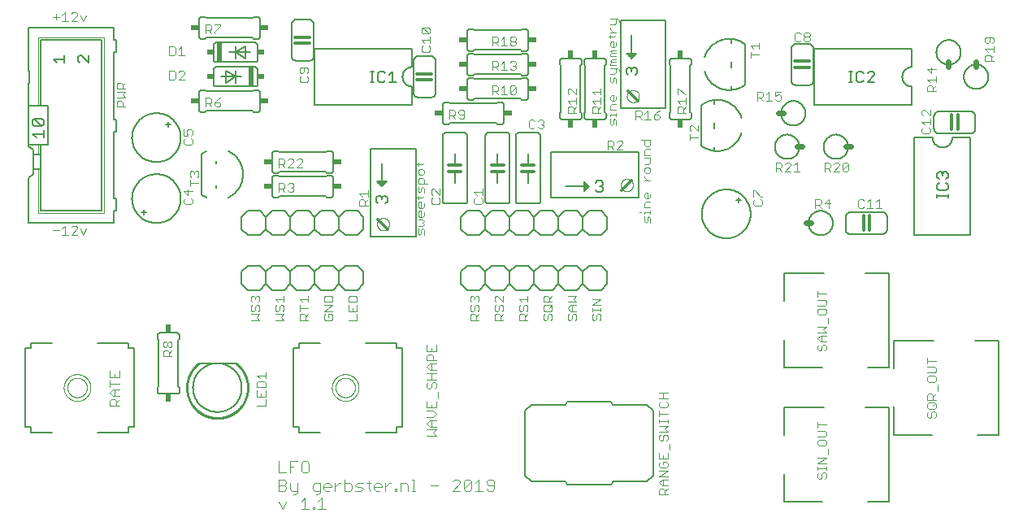
<source format=gto>
G04 EAGLE Gerber RS-274X export*
G75*
%MOMM*%
%FSLAX34Y34*%
%LPD*%
%INSilkscreen Top*%
%IPPOS*%
%AMOC8*
5,1,8,0,0,1.08239X$1,22.5*%
G01*
%ADD10C,0.101600*%
%ADD11C,0.076200*%
%ADD12C,0.304800*%
%ADD13C,0.152400*%
%ADD14R,0.508000X2.032000*%
%ADD15R,0.635000X0.508000*%
%ADD16C,0.050800*%
%ADD17C,0.127000*%
%ADD18C,0.203200*%
%ADD19R,0.863600X0.609600*%
%ADD20R,0.609600X0.863600*%
%ADD21C,0.609600*%
%ADD22C,0.254000*%


D10*
X273558Y63002D02*
X273558Y51308D01*
X281354Y51308D01*
X285252Y51308D02*
X285252Y63002D01*
X293048Y63002D01*
X289150Y57155D02*
X285252Y57155D01*
X298895Y63002D02*
X302793Y63002D01*
X298895Y63002D02*
X296946Y61053D01*
X296946Y53257D01*
X298895Y51308D01*
X302793Y51308D01*
X304742Y53257D01*
X304742Y61053D01*
X302793Y63002D01*
X273558Y43952D02*
X273558Y32258D01*
X273558Y43952D02*
X279405Y43952D01*
X281354Y42003D01*
X281354Y40054D01*
X279405Y38105D01*
X281354Y36156D01*
X281354Y34207D01*
X279405Y32258D01*
X273558Y32258D01*
X273558Y38105D02*
X279405Y38105D01*
X285252Y40054D02*
X285252Y34207D01*
X287201Y32258D01*
X293048Y32258D01*
X293048Y30309D02*
X293048Y40054D01*
X293048Y30309D02*
X291099Y28360D01*
X289150Y28360D01*
X312538Y28360D02*
X314487Y28360D01*
X316436Y30309D01*
X316436Y40054D01*
X310589Y40054D01*
X308640Y38105D01*
X308640Y34207D01*
X310589Y32258D01*
X316436Y32258D01*
X322283Y32258D02*
X326181Y32258D01*
X322283Y32258D02*
X320334Y34207D01*
X320334Y38105D01*
X322283Y40054D01*
X326181Y40054D01*
X328130Y38105D01*
X328130Y36156D01*
X320334Y36156D01*
X332028Y32258D02*
X332028Y40054D01*
X332028Y36156D02*
X335926Y40054D01*
X337875Y40054D01*
X341773Y43952D02*
X341773Y32258D01*
X347620Y32258D01*
X349569Y34207D01*
X349569Y38105D01*
X347620Y40054D01*
X341773Y40054D01*
X353467Y32258D02*
X359314Y32258D01*
X361263Y34207D01*
X359314Y36156D01*
X355416Y36156D01*
X353467Y38105D01*
X355416Y40054D01*
X361263Y40054D01*
X367110Y42003D02*
X367110Y34207D01*
X369059Y32258D01*
X369059Y40054D02*
X365161Y40054D01*
X374906Y32258D02*
X378804Y32258D01*
X374906Y32258D02*
X372957Y34207D01*
X372957Y38105D01*
X374906Y40054D01*
X378804Y40054D01*
X380753Y38105D01*
X380753Y36156D01*
X372957Y36156D01*
X384651Y32258D02*
X384651Y40054D01*
X384651Y36156D02*
X388549Y40054D01*
X390498Y40054D01*
X394396Y34207D02*
X394396Y32258D01*
X394396Y34207D02*
X396345Y34207D01*
X396345Y32258D01*
X394396Y32258D01*
X400243Y32258D02*
X400243Y40054D01*
X406090Y40054D01*
X408039Y38105D01*
X408039Y32258D01*
X411937Y43952D02*
X413886Y43952D01*
X413886Y32258D01*
X411937Y32258D02*
X415835Y32258D01*
X431427Y38105D02*
X439223Y38105D01*
X454814Y32258D02*
X462610Y32258D01*
X454814Y32258D02*
X462610Y40054D01*
X462610Y42003D01*
X460661Y43952D01*
X456763Y43952D01*
X454814Y42003D01*
X466508Y42003D02*
X466508Y34207D01*
X466508Y42003D02*
X468457Y43952D01*
X472355Y43952D01*
X474304Y42003D01*
X474304Y34207D01*
X472355Y32258D01*
X468457Y32258D01*
X466508Y34207D01*
X474304Y42003D01*
X478202Y40054D02*
X482100Y43952D01*
X482100Y32258D01*
X478202Y32258D02*
X485998Y32258D01*
X489896Y34207D02*
X491845Y32258D01*
X495743Y32258D01*
X497692Y34207D01*
X497692Y42003D01*
X495743Y43952D01*
X491845Y43952D01*
X489896Y42003D01*
X489896Y40054D01*
X491845Y38105D01*
X497692Y38105D01*
X277456Y13208D02*
X273558Y21004D01*
X281354Y21004D02*
X277456Y13208D01*
X296946Y21004D02*
X300844Y24902D01*
X300844Y13208D01*
X296946Y13208D02*
X304742Y13208D01*
X308640Y13208D02*
X308640Y15157D01*
X310589Y15157D01*
X310589Y13208D01*
X308640Y13208D01*
X314487Y21004D02*
X318385Y24902D01*
X318385Y13208D01*
X314487Y13208D02*
X322283Y13208D01*
D11*
X425069Y298831D02*
X425069Y303534D01*
X423501Y305102D01*
X421934Y303534D01*
X421934Y300399D01*
X420366Y298831D01*
X418798Y300399D01*
X418798Y305102D01*
X418798Y308186D02*
X423501Y308186D01*
X425069Y309754D01*
X423501Y311322D01*
X425069Y312889D01*
X423501Y314457D01*
X418798Y314457D01*
X425069Y319109D02*
X425069Y322244D01*
X425069Y319109D02*
X423501Y317541D01*
X420366Y317541D01*
X418798Y319109D01*
X418798Y322244D01*
X420366Y323812D01*
X421934Y323812D01*
X421934Y317541D01*
X425069Y328464D02*
X425069Y331600D01*
X425069Y328464D02*
X423501Y326897D01*
X420366Y326897D01*
X418798Y328464D01*
X418798Y331600D01*
X420366Y333167D01*
X421934Y333167D01*
X421934Y326897D01*
X423501Y337819D02*
X417231Y337819D01*
X423501Y337819D02*
X425069Y339387D01*
X418798Y339387D02*
X418798Y336252D01*
X425069Y342489D02*
X425069Y347192D01*
X423501Y348759D01*
X421934Y347192D01*
X421934Y344056D01*
X420366Y342489D01*
X418798Y344056D01*
X418798Y348759D01*
X418798Y351844D02*
X428204Y351844D01*
X418798Y351844D02*
X418798Y356547D01*
X420366Y358114D01*
X423501Y358114D01*
X425069Y356547D01*
X425069Y351844D01*
X425069Y362767D02*
X425069Y365902D01*
X423501Y367470D01*
X420366Y367470D01*
X418798Y365902D01*
X418798Y362767D01*
X420366Y361199D01*
X423501Y361199D01*
X425069Y362767D01*
X423501Y372122D02*
X417231Y372122D01*
X423501Y372122D02*
X425069Y373689D01*
X418798Y373689D02*
X418798Y370554D01*
X660654Y316260D02*
X660654Y311557D01*
X660654Y316260D02*
X659086Y317827D01*
X657519Y316260D01*
X657519Y313124D01*
X655951Y311557D01*
X654383Y313124D01*
X654383Y317827D01*
X654383Y320912D02*
X654383Y322480D01*
X660654Y322480D01*
X660654Y324047D02*
X660654Y320912D01*
X651248Y322480D02*
X649680Y322480D01*
X654383Y327149D02*
X660654Y327149D01*
X654383Y327149D02*
X654383Y331852D01*
X655951Y333419D01*
X660654Y333419D01*
X660654Y338071D02*
X660654Y341207D01*
X660654Y338071D02*
X659086Y336504D01*
X655951Y336504D01*
X654383Y338071D01*
X654383Y341207D01*
X655951Y342775D01*
X657519Y342775D01*
X657519Y336504D01*
X660654Y355214D02*
X654383Y355214D01*
X657519Y355214D02*
X654383Y358350D01*
X654383Y359917D01*
X660654Y364578D02*
X660654Y367713D01*
X659086Y369281D01*
X655951Y369281D01*
X654383Y367713D01*
X654383Y364578D01*
X655951Y363010D01*
X659086Y363010D01*
X660654Y364578D01*
X659086Y372365D02*
X654383Y372365D01*
X659086Y372365D02*
X660654Y373933D01*
X660654Y378636D01*
X654383Y378636D01*
X654383Y381721D02*
X660654Y381721D01*
X654383Y381721D02*
X654383Y386424D01*
X655951Y387991D01*
X660654Y387991D01*
X660654Y397346D02*
X651248Y397346D01*
X660654Y397346D02*
X660654Y392643D01*
X659086Y391076D01*
X655951Y391076D01*
X654383Y392643D01*
X654383Y397346D01*
X625094Y413131D02*
X625094Y417834D01*
X623526Y419402D01*
X621959Y417834D01*
X621959Y414699D01*
X620391Y413131D01*
X618823Y414699D01*
X618823Y419402D01*
X618823Y422486D02*
X618823Y424054D01*
X625094Y424054D01*
X625094Y422486D02*
X625094Y425622D01*
X615688Y424054D02*
X614120Y424054D01*
X618823Y428723D02*
X625094Y428723D01*
X618823Y428723D02*
X618823Y433426D01*
X620391Y434994D01*
X625094Y434994D01*
X625094Y439646D02*
X625094Y442781D01*
X625094Y439646D02*
X623526Y438078D01*
X620391Y438078D01*
X618823Y439646D01*
X618823Y442781D01*
X620391Y444349D01*
X621959Y444349D01*
X621959Y438078D01*
X625094Y456789D02*
X625094Y461492D01*
X623526Y463059D01*
X621959Y461492D01*
X621959Y458356D01*
X620391Y456789D01*
X618823Y458356D01*
X618823Y463059D01*
X618823Y466144D02*
X623526Y466144D01*
X625094Y467711D01*
X625094Y472414D01*
X626662Y472414D02*
X618823Y472414D01*
X626662Y472414D02*
X628229Y470847D01*
X628229Y469279D01*
X625094Y475499D02*
X618823Y475499D01*
X618823Y477067D01*
X620391Y478634D01*
X625094Y478634D01*
X620391Y478634D02*
X618823Y480202D01*
X620391Y481770D01*
X625094Y481770D01*
X625094Y484854D02*
X618823Y484854D01*
X618823Y486422D01*
X620391Y487989D01*
X625094Y487989D01*
X620391Y487989D02*
X618823Y489557D01*
X620391Y491125D01*
X625094Y491125D01*
X625094Y495777D02*
X625094Y498912D01*
X625094Y495777D02*
X623526Y494209D01*
X620391Y494209D01*
X618823Y495777D01*
X618823Y498912D01*
X620391Y500480D01*
X621959Y500480D01*
X621959Y494209D01*
X623526Y505132D02*
X617256Y505132D01*
X623526Y505132D02*
X625094Y506700D01*
X618823Y506700D02*
X618823Y503564D01*
X618823Y509801D02*
X625094Y509801D01*
X621959Y509801D02*
X618823Y512937D01*
X618823Y514504D01*
X618823Y517597D02*
X623526Y517597D01*
X625094Y519165D01*
X625094Y523868D01*
X626662Y523868D02*
X618823Y523868D01*
X626662Y523868D02*
X628229Y522300D01*
X628229Y520733D01*
X44752Y303534D02*
X38481Y303534D01*
X47836Y305102D02*
X50972Y308237D01*
X50972Y298831D01*
X54107Y298831D02*
X47836Y298831D01*
X57191Y298831D02*
X63462Y298831D01*
X57191Y298831D02*
X63462Y305102D01*
X63462Y306669D01*
X61894Y308237D01*
X58759Y308237D01*
X57191Y306669D01*
X66547Y305102D02*
X69682Y298831D01*
X72817Y305102D01*
X44752Y525784D02*
X38481Y525784D01*
X41616Y528919D02*
X41616Y522649D01*
X47836Y527352D02*
X50972Y530487D01*
X50972Y521081D01*
X54107Y521081D02*
X47836Y521081D01*
X57191Y521081D02*
X63462Y521081D01*
X57191Y521081D02*
X63462Y527352D01*
X63462Y528919D01*
X61894Y530487D01*
X58759Y530487D01*
X57191Y528919D01*
X66547Y527352D02*
X69682Y521081D01*
X72817Y527352D01*
D12*
X501650Y371348D02*
X508000Y371348D01*
X501650Y371348D02*
X495300Y371348D01*
D13*
X501650Y371348D02*
X501650Y383540D01*
D12*
X501650Y364998D02*
X508000Y364998D01*
X501650Y364998D02*
X495300Y364998D01*
D13*
X501650Y364998D02*
X501650Y353060D01*
X511810Y405130D02*
X491490Y405130D01*
X488950Y402590D02*
X488950Y334010D01*
X491490Y331470D02*
X511810Y331470D01*
X514350Y334010D02*
X514350Y402590D01*
X514350Y334010D02*
X514348Y333910D01*
X514342Y333811D01*
X514332Y333711D01*
X514319Y333613D01*
X514301Y333514D01*
X514280Y333417D01*
X514255Y333321D01*
X514226Y333225D01*
X514193Y333131D01*
X514157Y333038D01*
X514117Y332947D01*
X514073Y332857D01*
X514026Y332769D01*
X513976Y332683D01*
X513922Y332599D01*
X513865Y332517D01*
X513805Y332438D01*
X513741Y332360D01*
X513675Y332286D01*
X513606Y332214D01*
X513534Y332145D01*
X513460Y332079D01*
X513382Y332015D01*
X513303Y331955D01*
X513221Y331898D01*
X513137Y331844D01*
X513051Y331794D01*
X512963Y331747D01*
X512873Y331703D01*
X512782Y331663D01*
X512689Y331627D01*
X512595Y331594D01*
X512499Y331565D01*
X512403Y331540D01*
X512306Y331519D01*
X512207Y331501D01*
X512109Y331488D01*
X512009Y331478D01*
X511910Y331472D01*
X511810Y331470D01*
X491490Y331470D02*
X491390Y331472D01*
X491291Y331478D01*
X491191Y331488D01*
X491093Y331501D01*
X490994Y331519D01*
X490897Y331540D01*
X490801Y331565D01*
X490705Y331594D01*
X490611Y331627D01*
X490518Y331663D01*
X490427Y331703D01*
X490337Y331747D01*
X490249Y331794D01*
X490163Y331844D01*
X490079Y331898D01*
X489997Y331955D01*
X489918Y332015D01*
X489840Y332079D01*
X489766Y332145D01*
X489694Y332214D01*
X489625Y332286D01*
X489559Y332360D01*
X489495Y332438D01*
X489435Y332517D01*
X489378Y332599D01*
X489324Y332683D01*
X489274Y332769D01*
X489227Y332857D01*
X489183Y332947D01*
X489143Y333038D01*
X489107Y333131D01*
X489074Y333225D01*
X489045Y333321D01*
X489020Y333417D01*
X488999Y333514D01*
X488981Y333613D01*
X488968Y333711D01*
X488958Y333811D01*
X488952Y333910D01*
X488950Y334010D01*
X488950Y402590D02*
X488952Y402690D01*
X488958Y402789D01*
X488968Y402889D01*
X488981Y402987D01*
X488999Y403086D01*
X489020Y403183D01*
X489045Y403279D01*
X489074Y403375D01*
X489107Y403469D01*
X489143Y403562D01*
X489183Y403653D01*
X489227Y403743D01*
X489274Y403831D01*
X489324Y403917D01*
X489378Y404001D01*
X489435Y404083D01*
X489495Y404162D01*
X489559Y404240D01*
X489625Y404314D01*
X489694Y404386D01*
X489766Y404455D01*
X489840Y404521D01*
X489918Y404585D01*
X489997Y404645D01*
X490079Y404702D01*
X490163Y404756D01*
X490249Y404806D01*
X490337Y404853D01*
X490427Y404897D01*
X490518Y404937D01*
X490611Y404973D01*
X490705Y405006D01*
X490801Y405035D01*
X490897Y405060D01*
X490994Y405081D01*
X491093Y405099D01*
X491191Y405112D01*
X491291Y405122D01*
X491390Y405128D01*
X491490Y405130D01*
X511810Y405130D02*
X511910Y405128D01*
X512009Y405122D01*
X512109Y405112D01*
X512207Y405099D01*
X512306Y405081D01*
X512403Y405060D01*
X512499Y405035D01*
X512595Y405006D01*
X512689Y404973D01*
X512782Y404937D01*
X512873Y404897D01*
X512963Y404853D01*
X513051Y404806D01*
X513137Y404756D01*
X513221Y404702D01*
X513303Y404645D01*
X513382Y404585D01*
X513460Y404521D01*
X513534Y404455D01*
X513606Y404386D01*
X513675Y404314D01*
X513741Y404240D01*
X513805Y404162D01*
X513865Y404083D01*
X513922Y404001D01*
X513976Y403917D01*
X514026Y403831D01*
X514073Y403743D01*
X514117Y403653D01*
X514157Y403562D01*
X514193Y403469D01*
X514226Y403375D01*
X514255Y403279D01*
X514280Y403183D01*
X514301Y403086D01*
X514319Y402987D01*
X514332Y402889D01*
X514342Y402789D01*
X514348Y402690D01*
X514350Y402590D01*
D10*
X478276Y337149D02*
X476750Y335624D01*
X476750Y332573D01*
X478276Y331048D01*
X484377Y331048D01*
X485902Y332573D01*
X485902Y335624D01*
X484377Y337149D01*
X479801Y340403D02*
X476750Y343453D01*
X485902Y343453D01*
X485902Y340403D02*
X485902Y346504D01*
D12*
X463550Y371348D02*
X457200Y371348D01*
X450850Y371348D01*
D13*
X457200Y371348D02*
X457200Y383540D01*
D12*
X457200Y364998D02*
X463550Y364998D01*
X457200Y364998D02*
X450850Y364998D01*
D13*
X457200Y364998D02*
X457200Y353060D01*
X467360Y405130D02*
X447040Y405130D01*
X444500Y402590D02*
X444500Y334010D01*
X447040Y331470D02*
X467360Y331470D01*
X469900Y334010D02*
X469900Y402590D01*
X469900Y334010D02*
X469898Y333910D01*
X469892Y333811D01*
X469882Y333711D01*
X469869Y333613D01*
X469851Y333514D01*
X469830Y333417D01*
X469805Y333321D01*
X469776Y333225D01*
X469743Y333131D01*
X469707Y333038D01*
X469667Y332947D01*
X469623Y332857D01*
X469576Y332769D01*
X469526Y332683D01*
X469472Y332599D01*
X469415Y332517D01*
X469355Y332438D01*
X469291Y332360D01*
X469225Y332286D01*
X469156Y332214D01*
X469084Y332145D01*
X469010Y332079D01*
X468932Y332015D01*
X468853Y331955D01*
X468771Y331898D01*
X468687Y331844D01*
X468601Y331794D01*
X468513Y331747D01*
X468423Y331703D01*
X468332Y331663D01*
X468239Y331627D01*
X468145Y331594D01*
X468049Y331565D01*
X467953Y331540D01*
X467856Y331519D01*
X467757Y331501D01*
X467659Y331488D01*
X467559Y331478D01*
X467460Y331472D01*
X467360Y331470D01*
X447040Y331470D02*
X446940Y331472D01*
X446841Y331478D01*
X446741Y331488D01*
X446643Y331501D01*
X446544Y331519D01*
X446447Y331540D01*
X446351Y331565D01*
X446255Y331594D01*
X446161Y331627D01*
X446068Y331663D01*
X445977Y331703D01*
X445887Y331747D01*
X445799Y331794D01*
X445713Y331844D01*
X445629Y331898D01*
X445547Y331955D01*
X445468Y332015D01*
X445390Y332079D01*
X445316Y332145D01*
X445244Y332214D01*
X445175Y332286D01*
X445109Y332360D01*
X445045Y332438D01*
X444985Y332517D01*
X444928Y332599D01*
X444874Y332683D01*
X444824Y332769D01*
X444777Y332857D01*
X444733Y332947D01*
X444693Y333038D01*
X444657Y333131D01*
X444624Y333225D01*
X444595Y333321D01*
X444570Y333417D01*
X444549Y333514D01*
X444531Y333613D01*
X444518Y333711D01*
X444508Y333811D01*
X444502Y333910D01*
X444500Y334010D01*
X444500Y402590D02*
X444502Y402690D01*
X444508Y402789D01*
X444518Y402889D01*
X444531Y402987D01*
X444549Y403086D01*
X444570Y403183D01*
X444595Y403279D01*
X444624Y403375D01*
X444657Y403469D01*
X444693Y403562D01*
X444733Y403653D01*
X444777Y403743D01*
X444824Y403831D01*
X444874Y403917D01*
X444928Y404001D01*
X444985Y404083D01*
X445045Y404162D01*
X445109Y404240D01*
X445175Y404314D01*
X445244Y404386D01*
X445316Y404455D01*
X445390Y404521D01*
X445468Y404585D01*
X445547Y404645D01*
X445629Y404702D01*
X445713Y404756D01*
X445799Y404806D01*
X445887Y404853D01*
X445977Y404897D01*
X446068Y404937D01*
X446161Y404973D01*
X446255Y405006D01*
X446351Y405035D01*
X446447Y405060D01*
X446544Y405081D01*
X446643Y405099D01*
X446741Y405112D01*
X446841Y405122D01*
X446940Y405128D01*
X447040Y405130D01*
X467360Y405130D02*
X467460Y405128D01*
X467559Y405122D01*
X467659Y405112D01*
X467757Y405099D01*
X467856Y405081D01*
X467953Y405060D01*
X468049Y405035D01*
X468145Y405006D01*
X468239Y404973D01*
X468332Y404937D01*
X468423Y404897D01*
X468513Y404853D01*
X468601Y404806D01*
X468687Y404756D01*
X468771Y404702D01*
X468853Y404645D01*
X468932Y404585D01*
X469010Y404521D01*
X469084Y404455D01*
X469156Y404386D01*
X469225Y404314D01*
X469291Y404240D01*
X469355Y404162D01*
X469415Y404083D01*
X469472Y404001D01*
X469526Y403917D01*
X469576Y403831D01*
X469623Y403743D01*
X469667Y403653D01*
X469707Y403562D01*
X469743Y403469D01*
X469776Y403375D01*
X469805Y403279D01*
X469830Y403183D01*
X469851Y403086D01*
X469869Y402987D01*
X469882Y402889D01*
X469892Y402789D01*
X469898Y402690D01*
X469900Y402590D01*
D10*
X433826Y337149D02*
X432300Y335624D01*
X432300Y332573D01*
X433826Y331048D01*
X439927Y331048D01*
X441452Y332573D01*
X441452Y335624D01*
X439927Y337149D01*
X441452Y340403D02*
X441452Y346504D01*
X441452Y340403D02*
X435351Y346504D01*
X433826Y346504D01*
X432300Y344979D01*
X432300Y341928D01*
X433826Y340403D01*
D12*
X533400Y371348D02*
X539750Y371348D01*
X533400Y371348D02*
X527050Y371348D01*
D13*
X533400Y371348D02*
X533400Y383540D01*
D12*
X533400Y364998D02*
X539750Y364998D01*
X533400Y364998D02*
X527050Y364998D01*
D13*
X533400Y364998D02*
X533400Y353060D01*
X543560Y405130D02*
X523240Y405130D01*
X520700Y402590D02*
X520700Y334010D01*
X523240Y331470D02*
X543560Y331470D01*
X546100Y334010D02*
X546100Y402590D01*
X546100Y334010D02*
X546098Y333910D01*
X546092Y333811D01*
X546082Y333711D01*
X546069Y333613D01*
X546051Y333514D01*
X546030Y333417D01*
X546005Y333321D01*
X545976Y333225D01*
X545943Y333131D01*
X545907Y333038D01*
X545867Y332947D01*
X545823Y332857D01*
X545776Y332769D01*
X545726Y332683D01*
X545672Y332599D01*
X545615Y332517D01*
X545555Y332438D01*
X545491Y332360D01*
X545425Y332286D01*
X545356Y332214D01*
X545284Y332145D01*
X545210Y332079D01*
X545132Y332015D01*
X545053Y331955D01*
X544971Y331898D01*
X544887Y331844D01*
X544801Y331794D01*
X544713Y331747D01*
X544623Y331703D01*
X544532Y331663D01*
X544439Y331627D01*
X544345Y331594D01*
X544249Y331565D01*
X544153Y331540D01*
X544056Y331519D01*
X543957Y331501D01*
X543859Y331488D01*
X543759Y331478D01*
X543660Y331472D01*
X543560Y331470D01*
X523240Y331470D02*
X523140Y331472D01*
X523041Y331478D01*
X522941Y331488D01*
X522843Y331501D01*
X522744Y331519D01*
X522647Y331540D01*
X522551Y331565D01*
X522455Y331594D01*
X522361Y331627D01*
X522268Y331663D01*
X522177Y331703D01*
X522087Y331747D01*
X521999Y331794D01*
X521913Y331844D01*
X521829Y331898D01*
X521747Y331955D01*
X521668Y332015D01*
X521590Y332079D01*
X521516Y332145D01*
X521444Y332214D01*
X521375Y332286D01*
X521309Y332360D01*
X521245Y332438D01*
X521185Y332517D01*
X521128Y332599D01*
X521074Y332683D01*
X521024Y332769D01*
X520977Y332857D01*
X520933Y332947D01*
X520893Y333038D01*
X520857Y333131D01*
X520824Y333225D01*
X520795Y333321D01*
X520770Y333417D01*
X520749Y333514D01*
X520731Y333613D01*
X520718Y333711D01*
X520708Y333811D01*
X520702Y333910D01*
X520700Y334010D01*
X520700Y402590D02*
X520702Y402690D01*
X520708Y402789D01*
X520718Y402889D01*
X520731Y402987D01*
X520749Y403086D01*
X520770Y403183D01*
X520795Y403279D01*
X520824Y403375D01*
X520857Y403469D01*
X520893Y403562D01*
X520933Y403653D01*
X520977Y403743D01*
X521024Y403831D01*
X521074Y403917D01*
X521128Y404001D01*
X521185Y404083D01*
X521245Y404162D01*
X521309Y404240D01*
X521375Y404314D01*
X521444Y404386D01*
X521516Y404455D01*
X521590Y404521D01*
X521668Y404585D01*
X521747Y404645D01*
X521829Y404702D01*
X521913Y404756D01*
X521999Y404806D01*
X522087Y404853D01*
X522177Y404897D01*
X522268Y404937D01*
X522361Y404973D01*
X522455Y405006D01*
X522551Y405035D01*
X522647Y405060D01*
X522744Y405081D01*
X522843Y405099D01*
X522941Y405112D01*
X523041Y405122D01*
X523140Y405128D01*
X523240Y405130D01*
X543560Y405130D02*
X543660Y405128D01*
X543759Y405122D01*
X543859Y405112D01*
X543957Y405099D01*
X544056Y405081D01*
X544153Y405060D01*
X544249Y405035D01*
X544345Y405006D01*
X544439Y404973D01*
X544532Y404937D01*
X544623Y404897D01*
X544713Y404853D01*
X544801Y404806D01*
X544887Y404756D01*
X544971Y404702D01*
X545053Y404645D01*
X545132Y404585D01*
X545210Y404521D01*
X545284Y404455D01*
X545356Y404386D01*
X545425Y404314D01*
X545491Y404240D01*
X545555Y404162D01*
X545615Y404083D01*
X545672Y404001D01*
X545726Y403917D01*
X545776Y403831D01*
X545823Y403743D01*
X545867Y403653D01*
X545907Y403562D01*
X545943Y403469D01*
X545976Y403375D01*
X546005Y403279D01*
X546030Y403183D01*
X546051Y403086D01*
X546069Y402987D01*
X546082Y402889D01*
X546092Y402789D01*
X546098Y402690D01*
X546100Y402590D01*
D10*
X540349Y417075D02*
X538824Y418600D01*
X535773Y418600D01*
X534248Y417075D01*
X534248Y410973D01*
X535773Y409448D01*
X538824Y409448D01*
X540349Y410973D01*
X543603Y417075D02*
X545128Y418600D01*
X548179Y418600D01*
X549704Y417075D01*
X549704Y415549D01*
X548179Y414024D01*
X546653Y414024D01*
X548179Y414024D02*
X549704Y412499D01*
X549704Y410973D01*
X548179Y409448D01*
X545128Y409448D01*
X543603Y410973D01*
D13*
X133350Y322580D02*
X133350Y320040D01*
X133350Y322580D02*
X135890Y322580D01*
X133350Y322580D02*
X133350Y325120D01*
X133350Y322580D02*
X130810Y322580D01*
X120650Y336550D02*
X120658Y337173D01*
X120681Y337796D01*
X120719Y338419D01*
X120772Y339040D01*
X120841Y339659D01*
X120925Y340277D01*
X121024Y340892D01*
X121138Y341505D01*
X121267Y342115D01*
X121411Y342722D01*
X121570Y343325D01*
X121744Y343923D01*
X121932Y344518D01*
X122135Y345107D01*
X122352Y345691D01*
X122583Y346270D01*
X122829Y346843D01*
X123089Y347410D01*
X123362Y347970D01*
X123649Y348523D01*
X123950Y349070D01*
X124264Y349608D01*
X124591Y350139D01*
X124931Y350661D01*
X125283Y351176D01*
X125649Y351681D01*
X126026Y352177D01*
X126416Y352664D01*
X126817Y353141D01*
X127230Y353608D01*
X127654Y354064D01*
X128089Y354511D01*
X128536Y354946D01*
X128992Y355370D01*
X129459Y355783D01*
X129936Y356184D01*
X130423Y356574D01*
X130919Y356951D01*
X131424Y357317D01*
X131939Y357669D01*
X132461Y358009D01*
X132992Y358336D01*
X133530Y358650D01*
X134077Y358951D01*
X134630Y359238D01*
X135190Y359511D01*
X135757Y359771D01*
X136330Y360017D01*
X136909Y360248D01*
X137493Y360465D01*
X138082Y360668D01*
X138677Y360856D01*
X139275Y361030D01*
X139878Y361189D01*
X140485Y361333D01*
X141095Y361462D01*
X141708Y361576D01*
X142323Y361675D01*
X142941Y361759D01*
X143560Y361828D01*
X144181Y361881D01*
X144804Y361919D01*
X145427Y361942D01*
X146050Y361950D01*
X146673Y361942D01*
X147296Y361919D01*
X147919Y361881D01*
X148540Y361828D01*
X149159Y361759D01*
X149777Y361675D01*
X150392Y361576D01*
X151005Y361462D01*
X151615Y361333D01*
X152222Y361189D01*
X152825Y361030D01*
X153423Y360856D01*
X154018Y360668D01*
X154607Y360465D01*
X155191Y360248D01*
X155770Y360017D01*
X156343Y359771D01*
X156910Y359511D01*
X157470Y359238D01*
X158023Y358951D01*
X158570Y358650D01*
X159108Y358336D01*
X159639Y358009D01*
X160161Y357669D01*
X160676Y357317D01*
X161181Y356951D01*
X161677Y356574D01*
X162164Y356184D01*
X162641Y355783D01*
X163108Y355370D01*
X163564Y354946D01*
X164011Y354511D01*
X164446Y354064D01*
X164870Y353608D01*
X165283Y353141D01*
X165684Y352664D01*
X166074Y352177D01*
X166451Y351681D01*
X166817Y351176D01*
X167169Y350661D01*
X167509Y350139D01*
X167836Y349608D01*
X168150Y349070D01*
X168451Y348523D01*
X168738Y347970D01*
X169011Y347410D01*
X169271Y346843D01*
X169517Y346270D01*
X169748Y345691D01*
X169965Y345107D01*
X170168Y344518D01*
X170356Y343923D01*
X170530Y343325D01*
X170689Y342722D01*
X170833Y342115D01*
X170962Y341505D01*
X171076Y340892D01*
X171175Y340277D01*
X171259Y339659D01*
X171328Y339040D01*
X171381Y338419D01*
X171419Y337796D01*
X171442Y337173D01*
X171450Y336550D01*
X171442Y335927D01*
X171419Y335304D01*
X171381Y334681D01*
X171328Y334060D01*
X171259Y333441D01*
X171175Y332823D01*
X171076Y332208D01*
X170962Y331595D01*
X170833Y330985D01*
X170689Y330378D01*
X170530Y329775D01*
X170356Y329177D01*
X170168Y328582D01*
X169965Y327993D01*
X169748Y327409D01*
X169517Y326830D01*
X169271Y326257D01*
X169011Y325690D01*
X168738Y325130D01*
X168451Y324577D01*
X168150Y324030D01*
X167836Y323492D01*
X167509Y322961D01*
X167169Y322439D01*
X166817Y321924D01*
X166451Y321419D01*
X166074Y320923D01*
X165684Y320436D01*
X165283Y319959D01*
X164870Y319492D01*
X164446Y319036D01*
X164011Y318589D01*
X163564Y318154D01*
X163108Y317730D01*
X162641Y317317D01*
X162164Y316916D01*
X161677Y316526D01*
X161181Y316149D01*
X160676Y315783D01*
X160161Y315431D01*
X159639Y315091D01*
X159108Y314764D01*
X158570Y314450D01*
X158023Y314149D01*
X157470Y313862D01*
X156910Y313589D01*
X156343Y313329D01*
X155770Y313083D01*
X155191Y312852D01*
X154607Y312635D01*
X154018Y312432D01*
X153423Y312244D01*
X152825Y312070D01*
X152222Y311911D01*
X151615Y311767D01*
X151005Y311638D01*
X150392Y311524D01*
X149777Y311425D01*
X149159Y311341D01*
X148540Y311272D01*
X147919Y311219D01*
X147296Y311181D01*
X146673Y311158D01*
X146050Y311150D01*
X145427Y311158D01*
X144804Y311181D01*
X144181Y311219D01*
X143560Y311272D01*
X142941Y311341D01*
X142323Y311425D01*
X141708Y311524D01*
X141095Y311638D01*
X140485Y311767D01*
X139878Y311911D01*
X139275Y312070D01*
X138677Y312244D01*
X138082Y312432D01*
X137493Y312635D01*
X136909Y312852D01*
X136330Y313083D01*
X135757Y313329D01*
X135190Y313589D01*
X134630Y313862D01*
X134077Y314149D01*
X133530Y314450D01*
X132992Y314764D01*
X132461Y315091D01*
X131939Y315431D01*
X131424Y315783D01*
X130919Y316149D01*
X130423Y316526D01*
X129936Y316916D01*
X129459Y317317D01*
X128992Y317730D01*
X128536Y318154D01*
X128089Y318589D01*
X127654Y319036D01*
X127230Y319492D01*
X126817Y319959D01*
X126416Y320436D01*
X126026Y320923D01*
X125649Y321419D01*
X125283Y321924D01*
X124931Y322439D01*
X124591Y322961D01*
X124264Y323492D01*
X123950Y324030D01*
X123649Y324577D01*
X123362Y325130D01*
X123089Y325690D01*
X122829Y326257D01*
X122583Y326830D01*
X122352Y327409D01*
X122135Y327993D01*
X121932Y328582D01*
X121744Y329177D01*
X121570Y329775D01*
X121411Y330378D01*
X121267Y330985D01*
X121138Y331595D01*
X121024Y332208D01*
X120925Y332823D01*
X120841Y333441D01*
X120772Y334060D01*
X120719Y334681D01*
X120681Y335304D01*
X120658Y335927D01*
X120650Y336550D01*
D10*
X174490Y335284D02*
X176016Y336809D01*
X174490Y335284D02*
X174490Y332233D01*
X176016Y330708D01*
X182117Y330708D01*
X183642Y332233D01*
X183642Y335284D01*
X182117Y336809D01*
X183642Y344639D02*
X174490Y344639D01*
X179066Y340063D01*
X179066Y346164D01*
D13*
X158750Y414020D02*
X158750Y416560D01*
X158750Y414020D02*
X156210Y414020D01*
X158750Y414020D02*
X158750Y411480D01*
X158750Y414020D02*
X161290Y414020D01*
X120650Y400050D02*
X120658Y400673D01*
X120681Y401296D01*
X120719Y401919D01*
X120772Y402540D01*
X120841Y403159D01*
X120925Y403777D01*
X121024Y404392D01*
X121138Y405005D01*
X121267Y405615D01*
X121411Y406222D01*
X121570Y406825D01*
X121744Y407423D01*
X121932Y408018D01*
X122135Y408607D01*
X122352Y409191D01*
X122583Y409770D01*
X122829Y410343D01*
X123089Y410910D01*
X123362Y411470D01*
X123649Y412023D01*
X123950Y412570D01*
X124264Y413108D01*
X124591Y413639D01*
X124931Y414161D01*
X125283Y414676D01*
X125649Y415181D01*
X126026Y415677D01*
X126416Y416164D01*
X126817Y416641D01*
X127230Y417108D01*
X127654Y417564D01*
X128089Y418011D01*
X128536Y418446D01*
X128992Y418870D01*
X129459Y419283D01*
X129936Y419684D01*
X130423Y420074D01*
X130919Y420451D01*
X131424Y420817D01*
X131939Y421169D01*
X132461Y421509D01*
X132992Y421836D01*
X133530Y422150D01*
X134077Y422451D01*
X134630Y422738D01*
X135190Y423011D01*
X135757Y423271D01*
X136330Y423517D01*
X136909Y423748D01*
X137493Y423965D01*
X138082Y424168D01*
X138677Y424356D01*
X139275Y424530D01*
X139878Y424689D01*
X140485Y424833D01*
X141095Y424962D01*
X141708Y425076D01*
X142323Y425175D01*
X142941Y425259D01*
X143560Y425328D01*
X144181Y425381D01*
X144804Y425419D01*
X145427Y425442D01*
X146050Y425450D01*
X146673Y425442D01*
X147296Y425419D01*
X147919Y425381D01*
X148540Y425328D01*
X149159Y425259D01*
X149777Y425175D01*
X150392Y425076D01*
X151005Y424962D01*
X151615Y424833D01*
X152222Y424689D01*
X152825Y424530D01*
X153423Y424356D01*
X154018Y424168D01*
X154607Y423965D01*
X155191Y423748D01*
X155770Y423517D01*
X156343Y423271D01*
X156910Y423011D01*
X157470Y422738D01*
X158023Y422451D01*
X158570Y422150D01*
X159108Y421836D01*
X159639Y421509D01*
X160161Y421169D01*
X160676Y420817D01*
X161181Y420451D01*
X161677Y420074D01*
X162164Y419684D01*
X162641Y419283D01*
X163108Y418870D01*
X163564Y418446D01*
X164011Y418011D01*
X164446Y417564D01*
X164870Y417108D01*
X165283Y416641D01*
X165684Y416164D01*
X166074Y415677D01*
X166451Y415181D01*
X166817Y414676D01*
X167169Y414161D01*
X167509Y413639D01*
X167836Y413108D01*
X168150Y412570D01*
X168451Y412023D01*
X168738Y411470D01*
X169011Y410910D01*
X169271Y410343D01*
X169517Y409770D01*
X169748Y409191D01*
X169965Y408607D01*
X170168Y408018D01*
X170356Y407423D01*
X170530Y406825D01*
X170689Y406222D01*
X170833Y405615D01*
X170962Y405005D01*
X171076Y404392D01*
X171175Y403777D01*
X171259Y403159D01*
X171328Y402540D01*
X171381Y401919D01*
X171419Y401296D01*
X171442Y400673D01*
X171450Y400050D01*
X171442Y399427D01*
X171419Y398804D01*
X171381Y398181D01*
X171328Y397560D01*
X171259Y396941D01*
X171175Y396323D01*
X171076Y395708D01*
X170962Y395095D01*
X170833Y394485D01*
X170689Y393878D01*
X170530Y393275D01*
X170356Y392677D01*
X170168Y392082D01*
X169965Y391493D01*
X169748Y390909D01*
X169517Y390330D01*
X169271Y389757D01*
X169011Y389190D01*
X168738Y388630D01*
X168451Y388077D01*
X168150Y387530D01*
X167836Y386992D01*
X167509Y386461D01*
X167169Y385939D01*
X166817Y385424D01*
X166451Y384919D01*
X166074Y384423D01*
X165684Y383936D01*
X165283Y383459D01*
X164870Y382992D01*
X164446Y382536D01*
X164011Y382089D01*
X163564Y381654D01*
X163108Y381230D01*
X162641Y380817D01*
X162164Y380416D01*
X161677Y380026D01*
X161181Y379649D01*
X160676Y379283D01*
X160161Y378931D01*
X159639Y378591D01*
X159108Y378264D01*
X158570Y377950D01*
X158023Y377649D01*
X157470Y377362D01*
X156910Y377089D01*
X156343Y376829D01*
X155770Y376583D01*
X155191Y376352D01*
X154607Y376135D01*
X154018Y375932D01*
X153423Y375744D01*
X152825Y375570D01*
X152222Y375411D01*
X151615Y375267D01*
X151005Y375138D01*
X150392Y375024D01*
X149777Y374925D01*
X149159Y374841D01*
X148540Y374772D01*
X147919Y374719D01*
X147296Y374681D01*
X146673Y374658D01*
X146050Y374650D01*
X145427Y374658D01*
X144804Y374681D01*
X144181Y374719D01*
X143560Y374772D01*
X142941Y374841D01*
X142323Y374925D01*
X141708Y375024D01*
X141095Y375138D01*
X140485Y375267D01*
X139878Y375411D01*
X139275Y375570D01*
X138677Y375744D01*
X138082Y375932D01*
X137493Y376135D01*
X136909Y376352D01*
X136330Y376583D01*
X135757Y376829D01*
X135190Y377089D01*
X134630Y377362D01*
X134077Y377649D01*
X133530Y377950D01*
X132992Y378264D01*
X132461Y378591D01*
X131939Y378931D01*
X131424Y379283D01*
X130919Y379649D01*
X130423Y380026D01*
X129936Y380416D01*
X129459Y380817D01*
X128992Y381230D01*
X128536Y381654D01*
X128089Y382089D01*
X127654Y382536D01*
X127230Y382992D01*
X126817Y383459D01*
X126416Y383936D01*
X126026Y384423D01*
X125649Y384919D01*
X125283Y385424D01*
X124931Y385939D01*
X124591Y386461D01*
X124264Y386992D01*
X123950Y387530D01*
X123649Y388077D01*
X123362Y388630D01*
X123089Y389190D01*
X122829Y389757D01*
X122583Y390330D01*
X122352Y390909D01*
X122135Y391493D01*
X121932Y392082D01*
X121744Y392677D01*
X121570Y393275D01*
X121411Y393878D01*
X121267Y394485D01*
X121138Y395095D01*
X121024Y395708D01*
X120925Y396323D01*
X120841Y396941D01*
X120772Y397560D01*
X120719Y398181D01*
X120681Y398804D01*
X120658Y399427D01*
X120650Y400050D01*
D10*
X174490Y397514D02*
X176016Y399039D01*
X174490Y397514D02*
X174490Y394463D01*
X176016Y392938D01*
X182117Y392938D01*
X183642Y394463D01*
X183642Y397514D01*
X182117Y399039D01*
X174490Y402293D02*
X174490Y408394D01*
X174490Y402293D02*
X179066Y402293D01*
X177541Y405344D01*
X177541Y406869D01*
X179066Y408394D01*
X182117Y408394D01*
X183642Y406869D01*
X183642Y403818D01*
X182117Y402293D01*
D13*
X752475Y337185D02*
X752475Y334645D01*
X749935Y334645D01*
X752475Y334645D02*
X752475Y332105D01*
X752475Y334645D02*
X755015Y334645D01*
X714375Y320675D02*
X714383Y321298D01*
X714406Y321921D01*
X714444Y322544D01*
X714497Y323165D01*
X714566Y323784D01*
X714650Y324402D01*
X714749Y325017D01*
X714863Y325630D01*
X714992Y326240D01*
X715136Y326847D01*
X715295Y327450D01*
X715469Y328048D01*
X715657Y328643D01*
X715860Y329232D01*
X716077Y329816D01*
X716308Y330395D01*
X716554Y330968D01*
X716814Y331535D01*
X717087Y332095D01*
X717374Y332648D01*
X717675Y333195D01*
X717989Y333733D01*
X718316Y334264D01*
X718656Y334786D01*
X719008Y335301D01*
X719374Y335806D01*
X719751Y336302D01*
X720141Y336789D01*
X720542Y337266D01*
X720955Y337733D01*
X721379Y338189D01*
X721814Y338636D01*
X722261Y339071D01*
X722717Y339495D01*
X723184Y339908D01*
X723661Y340309D01*
X724148Y340699D01*
X724644Y341076D01*
X725149Y341442D01*
X725664Y341794D01*
X726186Y342134D01*
X726717Y342461D01*
X727255Y342775D01*
X727802Y343076D01*
X728355Y343363D01*
X728915Y343636D01*
X729482Y343896D01*
X730055Y344142D01*
X730634Y344373D01*
X731218Y344590D01*
X731807Y344793D01*
X732402Y344981D01*
X733000Y345155D01*
X733603Y345314D01*
X734210Y345458D01*
X734820Y345587D01*
X735433Y345701D01*
X736048Y345800D01*
X736666Y345884D01*
X737285Y345953D01*
X737906Y346006D01*
X738529Y346044D01*
X739152Y346067D01*
X739775Y346075D01*
X740398Y346067D01*
X741021Y346044D01*
X741644Y346006D01*
X742265Y345953D01*
X742884Y345884D01*
X743502Y345800D01*
X744117Y345701D01*
X744730Y345587D01*
X745340Y345458D01*
X745947Y345314D01*
X746550Y345155D01*
X747148Y344981D01*
X747743Y344793D01*
X748332Y344590D01*
X748916Y344373D01*
X749495Y344142D01*
X750068Y343896D01*
X750635Y343636D01*
X751195Y343363D01*
X751748Y343076D01*
X752295Y342775D01*
X752833Y342461D01*
X753364Y342134D01*
X753886Y341794D01*
X754401Y341442D01*
X754906Y341076D01*
X755402Y340699D01*
X755889Y340309D01*
X756366Y339908D01*
X756833Y339495D01*
X757289Y339071D01*
X757736Y338636D01*
X758171Y338189D01*
X758595Y337733D01*
X759008Y337266D01*
X759409Y336789D01*
X759799Y336302D01*
X760176Y335806D01*
X760542Y335301D01*
X760894Y334786D01*
X761234Y334264D01*
X761561Y333733D01*
X761875Y333195D01*
X762176Y332648D01*
X762463Y332095D01*
X762736Y331535D01*
X762996Y330968D01*
X763242Y330395D01*
X763473Y329816D01*
X763690Y329232D01*
X763893Y328643D01*
X764081Y328048D01*
X764255Y327450D01*
X764414Y326847D01*
X764558Y326240D01*
X764687Y325630D01*
X764801Y325017D01*
X764900Y324402D01*
X764984Y323784D01*
X765053Y323165D01*
X765106Y322544D01*
X765144Y321921D01*
X765167Y321298D01*
X765175Y320675D01*
X765167Y320052D01*
X765144Y319429D01*
X765106Y318806D01*
X765053Y318185D01*
X764984Y317566D01*
X764900Y316948D01*
X764801Y316333D01*
X764687Y315720D01*
X764558Y315110D01*
X764414Y314503D01*
X764255Y313900D01*
X764081Y313302D01*
X763893Y312707D01*
X763690Y312118D01*
X763473Y311534D01*
X763242Y310955D01*
X762996Y310382D01*
X762736Y309815D01*
X762463Y309255D01*
X762176Y308702D01*
X761875Y308155D01*
X761561Y307617D01*
X761234Y307086D01*
X760894Y306564D01*
X760542Y306049D01*
X760176Y305544D01*
X759799Y305048D01*
X759409Y304561D01*
X759008Y304084D01*
X758595Y303617D01*
X758171Y303161D01*
X757736Y302714D01*
X757289Y302279D01*
X756833Y301855D01*
X756366Y301442D01*
X755889Y301041D01*
X755402Y300651D01*
X754906Y300274D01*
X754401Y299908D01*
X753886Y299556D01*
X753364Y299216D01*
X752833Y298889D01*
X752295Y298575D01*
X751748Y298274D01*
X751195Y297987D01*
X750635Y297714D01*
X750068Y297454D01*
X749495Y297208D01*
X748916Y296977D01*
X748332Y296760D01*
X747743Y296557D01*
X747148Y296369D01*
X746550Y296195D01*
X745947Y296036D01*
X745340Y295892D01*
X744730Y295763D01*
X744117Y295649D01*
X743502Y295550D01*
X742884Y295466D01*
X742265Y295397D01*
X741644Y295344D01*
X741021Y295306D01*
X740398Y295283D01*
X739775Y295275D01*
X739152Y295283D01*
X738529Y295306D01*
X737906Y295344D01*
X737285Y295397D01*
X736666Y295466D01*
X736048Y295550D01*
X735433Y295649D01*
X734820Y295763D01*
X734210Y295892D01*
X733603Y296036D01*
X733000Y296195D01*
X732402Y296369D01*
X731807Y296557D01*
X731218Y296760D01*
X730634Y296977D01*
X730055Y297208D01*
X729482Y297454D01*
X728915Y297714D01*
X728355Y297987D01*
X727802Y298274D01*
X727255Y298575D01*
X726717Y298889D01*
X726186Y299216D01*
X725664Y299556D01*
X725149Y299908D01*
X724644Y300274D01*
X724148Y300651D01*
X723661Y301041D01*
X723184Y301442D01*
X722717Y301855D01*
X722261Y302279D01*
X721814Y302714D01*
X721379Y303161D01*
X720955Y303617D01*
X720542Y304084D01*
X720141Y304561D01*
X719751Y305048D01*
X719374Y305544D01*
X719008Y306049D01*
X718656Y306564D01*
X718316Y307086D01*
X717989Y307617D01*
X717675Y308155D01*
X717374Y308702D01*
X717087Y309255D01*
X716814Y309815D01*
X716554Y310382D01*
X716308Y310955D01*
X716077Y311534D01*
X715860Y312118D01*
X715657Y312707D01*
X715469Y313302D01*
X715295Y313900D01*
X715136Y314503D01*
X714992Y315110D01*
X714863Y315720D01*
X714749Y316333D01*
X714650Y316948D01*
X714566Y317566D01*
X714497Y318185D01*
X714444Y318806D01*
X714406Y319429D01*
X714383Y320052D01*
X714375Y320675D01*
D10*
X768215Y334014D02*
X769741Y335539D01*
X768215Y334014D02*
X768215Y330963D01*
X769741Y329438D01*
X775842Y329438D01*
X777367Y330963D01*
X777367Y334014D01*
X775842Y335539D01*
X768215Y338793D02*
X768215Y344894D01*
X769741Y344894D01*
X775842Y338793D01*
X777367Y338793D01*
D13*
X228600Y488950D02*
X222250Y488950D01*
X238760Y495300D02*
X238760Y482600D01*
X228600Y488950D01*
X243840Y488950D01*
X238760Y495300D02*
X228600Y488950D01*
X228600Y495300D01*
X228600Y488950D02*
X228600Y482600D01*
X248920Y499110D02*
X249020Y499108D01*
X249119Y499102D01*
X249219Y499092D01*
X249317Y499079D01*
X249416Y499061D01*
X249513Y499040D01*
X249609Y499015D01*
X249705Y498986D01*
X249799Y498953D01*
X249892Y498917D01*
X249983Y498877D01*
X250073Y498833D01*
X250161Y498786D01*
X250247Y498736D01*
X250331Y498682D01*
X250413Y498625D01*
X250492Y498565D01*
X250570Y498501D01*
X250644Y498435D01*
X250716Y498366D01*
X250785Y498294D01*
X250851Y498220D01*
X250915Y498142D01*
X250975Y498063D01*
X251032Y497981D01*
X251086Y497897D01*
X251136Y497811D01*
X251183Y497723D01*
X251227Y497633D01*
X251267Y497542D01*
X251303Y497449D01*
X251336Y497355D01*
X251365Y497259D01*
X251390Y497163D01*
X251411Y497066D01*
X251429Y496967D01*
X251442Y496869D01*
X251452Y496769D01*
X251458Y496670D01*
X251460Y496570D01*
X251460Y481330D01*
X251458Y481230D01*
X251452Y481131D01*
X251442Y481031D01*
X251429Y480933D01*
X251411Y480834D01*
X251390Y480737D01*
X251365Y480641D01*
X251336Y480545D01*
X251303Y480451D01*
X251267Y480358D01*
X251227Y480267D01*
X251183Y480177D01*
X251136Y480089D01*
X251086Y480003D01*
X251032Y479919D01*
X250975Y479837D01*
X250915Y479758D01*
X250851Y479680D01*
X250785Y479606D01*
X250716Y479534D01*
X250644Y479465D01*
X250570Y479399D01*
X250492Y479335D01*
X250413Y479275D01*
X250331Y479218D01*
X250247Y479164D01*
X250161Y479114D01*
X250073Y479067D01*
X249983Y479023D01*
X249892Y478983D01*
X249799Y478947D01*
X249705Y478914D01*
X249609Y478885D01*
X249513Y478860D01*
X249416Y478839D01*
X249317Y478821D01*
X249219Y478808D01*
X249119Y478798D01*
X249020Y478792D01*
X248920Y478790D01*
X208280Y499110D02*
X208180Y499108D01*
X208081Y499102D01*
X207981Y499092D01*
X207883Y499079D01*
X207784Y499061D01*
X207687Y499040D01*
X207591Y499015D01*
X207495Y498986D01*
X207401Y498953D01*
X207308Y498917D01*
X207217Y498877D01*
X207127Y498833D01*
X207039Y498786D01*
X206953Y498736D01*
X206869Y498682D01*
X206787Y498625D01*
X206708Y498565D01*
X206630Y498501D01*
X206556Y498435D01*
X206484Y498366D01*
X206415Y498294D01*
X206349Y498220D01*
X206285Y498142D01*
X206225Y498063D01*
X206168Y497981D01*
X206114Y497897D01*
X206064Y497811D01*
X206017Y497723D01*
X205973Y497633D01*
X205933Y497542D01*
X205897Y497449D01*
X205864Y497355D01*
X205835Y497259D01*
X205810Y497163D01*
X205789Y497066D01*
X205771Y496967D01*
X205758Y496869D01*
X205748Y496769D01*
X205742Y496670D01*
X205740Y496570D01*
X205740Y481330D02*
X205742Y481230D01*
X205748Y481131D01*
X205758Y481031D01*
X205771Y480933D01*
X205789Y480834D01*
X205810Y480737D01*
X205835Y480641D01*
X205864Y480545D01*
X205897Y480451D01*
X205933Y480358D01*
X205973Y480267D01*
X206017Y480177D01*
X206064Y480089D01*
X206114Y480003D01*
X206168Y479919D01*
X206225Y479837D01*
X206285Y479758D01*
X206349Y479680D01*
X206415Y479606D01*
X206484Y479534D01*
X206556Y479465D01*
X206630Y479399D01*
X206708Y479335D01*
X206787Y479275D01*
X206869Y479218D01*
X206953Y479164D01*
X207039Y479114D01*
X207127Y479067D01*
X207217Y479023D01*
X207308Y478983D01*
X207401Y478947D01*
X207495Y478914D01*
X207591Y478885D01*
X207687Y478860D01*
X207784Y478839D01*
X207883Y478821D01*
X207981Y478808D01*
X208081Y478798D01*
X208180Y478792D01*
X208280Y478790D01*
X248920Y478790D01*
X205740Y481330D02*
X205740Y496570D01*
X208280Y499110D02*
X248920Y499110D01*
D14*
X212090Y488950D03*
D15*
X254635Y488950D03*
X202565Y488950D03*
D10*
X159598Y485648D02*
X159598Y494800D01*
X159598Y485648D02*
X164174Y485648D01*
X165699Y487173D01*
X165699Y493275D01*
X164174Y494800D01*
X159598Y494800D01*
X168953Y491749D02*
X172003Y494800D01*
X172003Y485648D01*
X168953Y485648D02*
X175054Y485648D01*
D13*
X228600Y463550D02*
X234950Y463550D01*
X218440Y457200D02*
X218440Y469900D01*
X228600Y463550D01*
X213360Y463550D01*
X218440Y457200D02*
X228600Y463550D01*
X228600Y457200D01*
X228600Y463550D02*
X228600Y469900D01*
X208280Y453390D02*
X208180Y453392D01*
X208081Y453398D01*
X207981Y453408D01*
X207883Y453421D01*
X207784Y453439D01*
X207687Y453460D01*
X207591Y453485D01*
X207495Y453514D01*
X207401Y453547D01*
X207308Y453583D01*
X207217Y453623D01*
X207127Y453667D01*
X207039Y453714D01*
X206953Y453764D01*
X206869Y453818D01*
X206787Y453875D01*
X206708Y453935D01*
X206630Y453999D01*
X206556Y454065D01*
X206484Y454134D01*
X206415Y454206D01*
X206349Y454280D01*
X206285Y454358D01*
X206225Y454437D01*
X206168Y454519D01*
X206114Y454603D01*
X206064Y454689D01*
X206017Y454777D01*
X205973Y454867D01*
X205933Y454958D01*
X205897Y455051D01*
X205864Y455145D01*
X205835Y455241D01*
X205810Y455337D01*
X205789Y455434D01*
X205771Y455533D01*
X205758Y455631D01*
X205748Y455731D01*
X205742Y455830D01*
X205740Y455930D01*
X205740Y471170D01*
X205742Y471270D01*
X205748Y471369D01*
X205758Y471469D01*
X205771Y471567D01*
X205789Y471666D01*
X205810Y471763D01*
X205835Y471859D01*
X205864Y471955D01*
X205897Y472049D01*
X205933Y472142D01*
X205973Y472233D01*
X206017Y472323D01*
X206064Y472411D01*
X206114Y472497D01*
X206168Y472581D01*
X206225Y472663D01*
X206285Y472742D01*
X206349Y472820D01*
X206415Y472894D01*
X206484Y472966D01*
X206556Y473035D01*
X206630Y473101D01*
X206708Y473165D01*
X206787Y473225D01*
X206869Y473282D01*
X206953Y473336D01*
X207039Y473386D01*
X207127Y473433D01*
X207217Y473477D01*
X207308Y473517D01*
X207401Y473553D01*
X207495Y473586D01*
X207591Y473615D01*
X207687Y473640D01*
X207784Y473661D01*
X207883Y473679D01*
X207981Y473692D01*
X208081Y473702D01*
X208180Y473708D01*
X208280Y473710D01*
X248920Y453390D02*
X249020Y453392D01*
X249119Y453398D01*
X249219Y453408D01*
X249317Y453421D01*
X249416Y453439D01*
X249513Y453460D01*
X249609Y453485D01*
X249705Y453514D01*
X249799Y453547D01*
X249892Y453583D01*
X249983Y453623D01*
X250073Y453667D01*
X250161Y453714D01*
X250247Y453764D01*
X250331Y453818D01*
X250413Y453875D01*
X250492Y453935D01*
X250570Y453999D01*
X250644Y454065D01*
X250716Y454134D01*
X250785Y454206D01*
X250851Y454280D01*
X250915Y454358D01*
X250975Y454437D01*
X251032Y454519D01*
X251086Y454603D01*
X251136Y454689D01*
X251183Y454777D01*
X251227Y454867D01*
X251267Y454958D01*
X251303Y455051D01*
X251336Y455145D01*
X251365Y455241D01*
X251390Y455337D01*
X251411Y455434D01*
X251429Y455533D01*
X251442Y455631D01*
X251452Y455731D01*
X251458Y455830D01*
X251460Y455930D01*
X251460Y471170D02*
X251458Y471270D01*
X251452Y471369D01*
X251442Y471469D01*
X251429Y471567D01*
X251411Y471666D01*
X251390Y471763D01*
X251365Y471859D01*
X251336Y471955D01*
X251303Y472049D01*
X251267Y472142D01*
X251227Y472233D01*
X251183Y472323D01*
X251136Y472411D01*
X251086Y472497D01*
X251032Y472581D01*
X250975Y472663D01*
X250915Y472742D01*
X250851Y472820D01*
X250785Y472894D01*
X250716Y472966D01*
X250644Y473035D01*
X250570Y473101D01*
X250492Y473165D01*
X250413Y473225D01*
X250331Y473282D01*
X250247Y473336D01*
X250161Y473386D01*
X250073Y473433D01*
X249983Y473477D01*
X249892Y473517D01*
X249799Y473553D01*
X249705Y473586D01*
X249609Y473615D01*
X249513Y473640D01*
X249416Y473661D01*
X249317Y473679D01*
X249219Y473692D01*
X249119Y473702D01*
X249020Y473708D01*
X248920Y473710D01*
X208280Y473710D01*
X251460Y471170D02*
X251460Y455930D01*
X248920Y453390D02*
X208280Y453390D01*
D14*
X245110Y463550D03*
D15*
X202565Y463550D03*
X254635Y463550D03*
D10*
X159598Y460248D02*
X159598Y469400D01*
X159598Y460248D02*
X164174Y460248D01*
X165699Y461773D01*
X165699Y467875D01*
X164174Y469400D01*
X159598Y469400D01*
X168953Y460248D02*
X175054Y460248D01*
X168953Y460248D02*
X175054Y466349D01*
X175054Y467875D01*
X173529Y469400D01*
X170478Y469400D01*
X168953Y467875D01*
D13*
X311150Y434340D02*
X412750Y434340D01*
X412750Y492760D02*
X311150Y492760D01*
X311150Y434340D01*
X412750Y434340D02*
X412750Y453390D01*
X412750Y473710D02*
X412750Y492760D01*
X412750Y473710D02*
X412503Y473707D01*
X412255Y473698D01*
X412008Y473683D01*
X411762Y473662D01*
X411516Y473635D01*
X411271Y473602D01*
X411026Y473563D01*
X410783Y473518D01*
X410541Y473467D01*
X410300Y473410D01*
X410061Y473348D01*
X409823Y473279D01*
X409587Y473205D01*
X409353Y473125D01*
X409121Y473040D01*
X408891Y472948D01*
X408663Y472852D01*
X408438Y472749D01*
X408215Y472642D01*
X407995Y472528D01*
X407778Y472410D01*
X407563Y472286D01*
X407352Y472157D01*
X407144Y472023D01*
X406939Y471884D01*
X406738Y471740D01*
X406540Y471592D01*
X406346Y471438D01*
X406156Y471280D01*
X405970Y471117D01*
X405788Y470950D01*
X405610Y470778D01*
X405436Y470602D01*
X405266Y470422D01*
X405101Y470237D01*
X404941Y470049D01*
X404785Y469857D01*
X404633Y469661D01*
X404487Y469462D01*
X404345Y469259D01*
X404209Y469052D01*
X404077Y468843D01*
X403951Y468630D01*
X403830Y468414D01*
X403714Y468196D01*
X403604Y467974D01*
X403499Y467750D01*
X403399Y467524D01*
X403305Y467295D01*
X403217Y467064D01*
X403134Y466830D01*
X403057Y466595D01*
X402986Y466358D01*
X402920Y466120D01*
X402861Y465880D01*
X402807Y465638D01*
X402759Y465395D01*
X402717Y465152D01*
X402681Y464907D01*
X402651Y464661D01*
X402627Y464415D01*
X402609Y464168D01*
X402597Y463921D01*
X402591Y463674D01*
X402591Y463426D01*
X402597Y463179D01*
X402609Y462932D01*
X402627Y462685D01*
X402651Y462439D01*
X402681Y462193D01*
X402717Y461948D01*
X402759Y461705D01*
X402807Y461462D01*
X402861Y461220D01*
X402920Y460980D01*
X402986Y460742D01*
X403057Y460505D01*
X403134Y460270D01*
X403217Y460036D01*
X403305Y459805D01*
X403399Y459576D01*
X403499Y459350D01*
X403604Y459126D01*
X403714Y458904D01*
X403830Y458686D01*
X403951Y458470D01*
X404077Y458257D01*
X404209Y458048D01*
X404345Y457841D01*
X404487Y457638D01*
X404633Y457439D01*
X404785Y457243D01*
X404941Y457051D01*
X405101Y456863D01*
X405266Y456678D01*
X405436Y456498D01*
X405610Y456322D01*
X405788Y456150D01*
X405970Y455983D01*
X406156Y455820D01*
X406346Y455662D01*
X406540Y455508D01*
X406738Y455360D01*
X406939Y455216D01*
X407144Y455077D01*
X407352Y454943D01*
X407563Y454814D01*
X407778Y454690D01*
X407995Y454572D01*
X408215Y454458D01*
X408438Y454351D01*
X408663Y454248D01*
X408891Y454152D01*
X409121Y454060D01*
X409353Y453975D01*
X409587Y453895D01*
X409823Y453821D01*
X410061Y453752D01*
X410300Y453690D01*
X410541Y453633D01*
X410783Y453582D01*
X411026Y453537D01*
X411271Y453498D01*
X411516Y453465D01*
X411762Y453438D01*
X412008Y453417D01*
X412255Y453402D01*
X412503Y453393D01*
X412750Y453390D01*
X372791Y457962D02*
X369062Y457962D01*
X370926Y457962D02*
X370926Y469148D01*
X369062Y469148D02*
X372791Y469148D01*
X382451Y469148D02*
X384315Y467283D01*
X382451Y469148D02*
X378722Y469148D01*
X376858Y467283D01*
X376858Y459826D01*
X378722Y457962D01*
X382451Y457962D01*
X384315Y459826D01*
X388552Y465419D02*
X392280Y469148D01*
X392280Y457962D01*
X388552Y457962D02*
X396009Y457962D01*
X831850Y434340D02*
X933450Y434340D01*
X933450Y492760D02*
X831850Y492760D01*
X831850Y434340D01*
X933450Y434340D02*
X933450Y453390D01*
X933450Y473710D02*
X933450Y492760D01*
X933450Y473710D02*
X933203Y473707D01*
X932955Y473698D01*
X932708Y473683D01*
X932462Y473662D01*
X932216Y473635D01*
X931971Y473602D01*
X931726Y473563D01*
X931483Y473518D01*
X931241Y473467D01*
X931000Y473410D01*
X930761Y473348D01*
X930523Y473279D01*
X930287Y473205D01*
X930053Y473125D01*
X929821Y473040D01*
X929591Y472948D01*
X929363Y472852D01*
X929138Y472749D01*
X928915Y472642D01*
X928695Y472528D01*
X928478Y472410D01*
X928263Y472286D01*
X928052Y472157D01*
X927844Y472023D01*
X927639Y471884D01*
X927438Y471740D01*
X927240Y471592D01*
X927046Y471438D01*
X926856Y471280D01*
X926670Y471117D01*
X926488Y470950D01*
X926310Y470778D01*
X926136Y470602D01*
X925966Y470422D01*
X925801Y470237D01*
X925641Y470049D01*
X925485Y469857D01*
X925333Y469661D01*
X925187Y469462D01*
X925045Y469259D01*
X924909Y469052D01*
X924777Y468843D01*
X924651Y468630D01*
X924530Y468414D01*
X924414Y468196D01*
X924304Y467974D01*
X924199Y467750D01*
X924099Y467524D01*
X924005Y467295D01*
X923917Y467064D01*
X923834Y466830D01*
X923757Y466595D01*
X923686Y466358D01*
X923620Y466120D01*
X923561Y465880D01*
X923507Y465638D01*
X923459Y465395D01*
X923417Y465152D01*
X923381Y464907D01*
X923351Y464661D01*
X923327Y464415D01*
X923309Y464168D01*
X923297Y463921D01*
X923291Y463674D01*
X923291Y463426D01*
X923297Y463179D01*
X923309Y462932D01*
X923327Y462685D01*
X923351Y462439D01*
X923381Y462193D01*
X923417Y461948D01*
X923459Y461705D01*
X923507Y461462D01*
X923561Y461220D01*
X923620Y460980D01*
X923686Y460742D01*
X923757Y460505D01*
X923834Y460270D01*
X923917Y460036D01*
X924005Y459805D01*
X924099Y459576D01*
X924199Y459350D01*
X924304Y459126D01*
X924414Y458904D01*
X924530Y458686D01*
X924651Y458470D01*
X924777Y458257D01*
X924909Y458048D01*
X925045Y457841D01*
X925187Y457638D01*
X925333Y457439D01*
X925485Y457243D01*
X925641Y457051D01*
X925801Y456863D01*
X925966Y456678D01*
X926136Y456498D01*
X926310Y456322D01*
X926488Y456150D01*
X926670Y455983D01*
X926856Y455820D01*
X927046Y455662D01*
X927240Y455508D01*
X927438Y455360D01*
X927639Y455216D01*
X927844Y455077D01*
X928052Y454943D01*
X928263Y454814D01*
X928478Y454690D01*
X928695Y454572D01*
X928915Y454458D01*
X929138Y454351D01*
X929363Y454248D01*
X929591Y454152D01*
X929821Y454060D01*
X930053Y453975D01*
X930287Y453895D01*
X930523Y453821D01*
X930761Y453752D01*
X931000Y453690D01*
X931241Y453633D01*
X931483Y453582D01*
X931726Y453537D01*
X931971Y453498D01*
X932216Y453465D01*
X932462Y453438D01*
X932708Y453417D01*
X932955Y453402D01*
X933203Y453393D01*
X933450Y453390D01*
X871266Y457962D02*
X867537Y457962D01*
X869401Y457962D02*
X869401Y469148D01*
X867537Y469148D02*
X871266Y469148D01*
X880926Y469148D02*
X882790Y467283D01*
X880926Y469148D02*
X877197Y469148D01*
X875333Y467283D01*
X875333Y459826D01*
X877197Y457962D01*
X880926Y457962D01*
X882790Y459826D01*
X887027Y457962D02*
X894484Y457962D01*
X887027Y457962D02*
X894484Y465419D01*
X894484Y467283D01*
X892620Y469148D01*
X888891Y469148D01*
X887027Y467283D01*
X369570Y388620D02*
X369570Y297180D01*
X416560Y297180D01*
X416560Y388620D01*
X369570Y388620D01*
D12*
X377190Y314960D02*
X387350Y304800D01*
D13*
X381000Y349250D02*
X381000Y353060D01*
X379730Y350520D02*
X381000Y349250D01*
X382270Y350520D01*
X383540Y351790D02*
X378460Y351790D01*
X377190Y353060D01*
X383540Y351790D02*
X384810Y353060D01*
X382270Y350520D02*
X379730Y350520D01*
X378460Y351790D01*
X382270Y350520D02*
X383540Y351790D01*
X384810Y353060D02*
X381000Y353060D01*
X377190Y353060D01*
X375920Y354330D01*
X384810Y353060D02*
X386080Y354330D01*
X375920Y354330D01*
X381000Y353060D02*
X381000Y373380D01*
D16*
X375920Y309880D02*
X375922Y310039D01*
X375928Y310198D01*
X375938Y310356D01*
X375952Y310515D01*
X375970Y310673D01*
X375991Y310830D01*
X376017Y310987D01*
X376047Y311143D01*
X376080Y311299D01*
X376118Y311453D01*
X376159Y311607D01*
X376204Y311759D01*
X376253Y311910D01*
X376306Y312060D01*
X376362Y312209D01*
X376423Y312356D01*
X376486Y312501D01*
X376554Y312645D01*
X376625Y312788D01*
X376699Y312928D01*
X376777Y313066D01*
X376859Y313203D01*
X376944Y313337D01*
X377032Y313470D01*
X377123Y313600D01*
X377218Y313727D01*
X377316Y313852D01*
X377417Y313975D01*
X377521Y314095D01*
X377628Y314213D01*
X377738Y314328D01*
X377851Y314440D01*
X377966Y314549D01*
X378084Y314655D01*
X378205Y314759D01*
X378329Y314859D01*
X378454Y314956D01*
X378583Y315050D01*
X378713Y315140D01*
X378846Y315228D01*
X378981Y315312D01*
X379118Y315392D01*
X379257Y315470D01*
X379398Y315543D01*
X379540Y315613D01*
X379685Y315680D01*
X379831Y315743D01*
X379978Y315802D01*
X380127Y315858D01*
X380278Y315909D01*
X380429Y315957D01*
X380582Y316001D01*
X380736Y316042D01*
X380890Y316078D01*
X381046Y316111D01*
X381202Y316140D01*
X381359Y316164D01*
X381517Y316185D01*
X381675Y316202D01*
X381833Y316215D01*
X381992Y316224D01*
X382151Y316229D01*
X382310Y316230D01*
X382469Y316227D01*
X382627Y316220D01*
X382786Y316209D01*
X382944Y316194D01*
X383102Y316175D01*
X383259Y316152D01*
X383416Y316126D01*
X383572Y316095D01*
X383727Y316061D01*
X383881Y316022D01*
X384035Y315980D01*
X384187Y315934D01*
X384338Y315884D01*
X384487Y315830D01*
X384636Y315773D01*
X384782Y315712D01*
X384928Y315647D01*
X385071Y315579D01*
X385213Y315507D01*
X385353Y315431D01*
X385491Y315353D01*
X385627Y315270D01*
X385761Y315185D01*
X385892Y315096D01*
X386022Y315003D01*
X386149Y314908D01*
X386273Y314809D01*
X386396Y314707D01*
X386515Y314603D01*
X386632Y314495D01*
X386746Y314384D01*
X386857Y314271D01*
X386966Y314155D01*
X387071Y314036D01*
X387174Y313914D01*
X387273Y313790D01*
X387370Y313664D01*
X387463Y313535D01*
X387553Y313404D01*
X387639Y313270D01*
X387722Y313135D01*
X387802Y312997D01*
X387878Y312858D01*
X387951Y312717D01*
X388020Y312574D01*
X388086Y312429D01*
X388148Y312282D01*
X388206Y312135D01*
X388261Y311985D01*
X388312Y311835D01*
X388359Y311683D01*
X388402Y311530D01*
X388441Y311376D01*
X388477Y311221D01*
X388508Y311065D01*
X388536Y310909D01*
X388560Y310752D01*
X388580Y310594D01*
X388596Y310436D01*
X388608Y310277D01*
X388616Y310118D01*
X388620Y309959D01*
X388620Y309801D01*
X388616Y309642D01*
X388608Y309483D01*
X388596Y309324D01*
X388580Y309166D01*
X388560Y309008D01*
X388536Y308851D01*
X388508Y308695D01*
X388477Y308539D01*
X388441Y308384D01*
X388402Y308230D01*
X388359Y308077D01*
X388312Y307925D01*
X388261Y307775D01*
X388206Y307625D01*
X388148Y307478D01*
X388086Y307331D01*
X388020Y307186D01*
X387951Y307043D01*
X387878Y306902D01*
X387802Y306763D01*
X387722Y306625D01*
X387639Y306490D01*
X387553Y306356D01*
X387463Y306225D01*
X387370Y306096D01*
X387273Y305970D01*
X387174Y305846D01*
X387071Y305724D01*
X386966Y305605D01*
X386857Y305489D01*
X386746Y305376D01*
X386632Y305265D01*
X386515Y305157D01*
X386396Y305053D01*
X386273Y304951D01*
X386149Y304852D01*
X386022Y304757D01*
X385892Y304664D01*
X385761Y304575D01*
X385627Y304490D01*
X385491Y304407D01*
X385353Y304329D01*
X385213Y304253D01*
X385071Y304181D01*
X384928Y304113D01*
X384782Y304048D01*
X384636Y303987D01*
X384487Y303930D01*
X384338Y303876D01*
X384187Y303826D01*
X384035Y303780D01*
X383881Y303738D01*
X383727Y303699D01*
X383572Y303665D01*
X383416Y303634D01*
X383259Y303608D01*
X383102Y303585D01*
X382944Y303566D01*
X382786Y303551D01*
X382627Y303540D01*
X382469Y303533D01*
X382310Y303530D01*
X382151Y303531D01*
X381992Y303536D01*
X381833Y303545D01*
X381675Y303558D01*
X381517Y303575D01*
X381359Y303596D01*
X381202Y303620D01*
X381046Y303649D01*
X380890Y303682D01*
X380736Y303718D01*
X380582Y303759D01*
X380429Y303803D01*
X380278Y303851D01*
X380127Y303902D01*
X379978Y303958D01*
X379831Y304017D01*
X379685Y304080D01*
X379540Y304147D01*
X379398Y304217D01*
X379257Y304290D01*
X379118Y304368D01*
X378981Y304448D01*
X378846Y304532D01*
X378713Y304620D01*
X378583Y304710D01*
X378454Y304804D01*
X378329Y304901D01*
X378205Y305001D01*
X378084Y305105D01*
X377966Y305211D01*
X377851Y305320D01*
X377738Y305432D01*
X377628Y305547D01*
X377521Y305665D01*
X377417Y305785D01*
X377316Y305908D01*
X377218Y306033D01*
X377123Y306160D01*
X377032Y306290D01*
X376944Y306423D01*
X376859Y306557D01*
X376777Y306694D01*
X376699Y306832D01*
X376625Y306972D01*
X376554Y307115D01*
X376486Y307259D01*
X376423Y307404D01*
X376362Y307551D01*
X376306Y307700D01*
X376253Y307850D01*
X376204Y308001D01*
X376159Y308153D01*
X376118Y308307D01*
X376080Y308461D01*
X376047Y308617D01*
X376017Y308773D01*
X375991Y308930D01*
X375970Y309087D01*
X375952Y309245D01*
X375938Y309404D01*
X375928Y309562D01*
X375922Y309721D01*
X375920Y309880D01*
D17*
X377182Y331841D02*
X375275Y333748D01*
X375275Y337561D01*
X377182Y339468D01*
X379089Y339468D01*
X380995Y337561D01*
X380995Y335654D01*
X380995Y337561D02*
X382902Y339468D01*
X384808Y339468D01*
X386715Y337561D01*
X386715Y333748D01*
X384808Y331841D01*
D10*
X366522Y329438D02*
X357370Y329438D01*
X357370Y334014D01*
X358896Y335539D01*
X361946Y335539D01*
X363471Y334014D01*
X363471Y329438D01*
X363471Y332489D02*
X366522Y335539D01*
X360421Y338793D02*
X357370Y341844D01*
X366522Y341844D01*
X366522Y344894D02*
X366522Y338793D01*
D13*
X557530Y337820D02*
X648970Y337820D01*
X648970Y384810D01*
X557530Y384810D01*
X557530Y337820D01*
D12*
X631190Y345440D02*
X641350Y355600D01*
D13*
X596900Y349250D02*
X593090Y349250D01*
X595630Y347980D02*
X596900Y349250D01*
X595630Y350520D01*
X594360Y351790D02*
X594360Y346710D01*
X593090Y345440D01*
X594360Y351790D02*
X593090Y353060D01*
X595630Y350520D02*
X595630Y347980D01*
X594360Y346710D01*
X595630Y350520D02*
X594360Y351790D01*
X593090Y353060D02*
X593090Y349250D01*
X593090Y345440D01*
X591820Y344170D01*
X593090Y353060D02*
X591820Y354330D01*
X591820Y344170D01*
X593090Y349250D02*
X572770Y349250D01*
D16*
X629920Y350520D02*
X629922Y350679D01*
X629928Y350838D01*
X629938Y350996D01*
X629952Y351155D01*
X629970Y351313D01*
X629991Y351470D01*
X630017Y351627D01*
X630047Y351783D01*
X630080Y351939D01*
X630118Y352093D01*
X630159Y352247D01*
X630204Y352399D01*
X630253Y352550D01*
X630306Y352700D01*
X630362Y352849D01*
X630423Y352996D01*
X630486Y353141D01*
X630554Y353285D01*
X630625Y353428D01*
X630699Y353568D01*
X630777Y353706D01*
X630859Y353843D01*
X630944Y353977D01*
X631032Y354110D01*
X631123Y354240D01*
X631218Y354367D01*
X631316Y354492D01*
X631417Y354615D01*
X631521Y354735D01*
X631628Y354853D01*
X631738Y354968D01*
X631851Y355080D01*
X631966Y355189D01*
X632084Y355295D01*
X632205Y355399D01*
X632329Y355499D01*
X632454Y355596D01*
X632583Y355690D01*
X632713Y355780D01*
X632846Y355868D01*
X632981Y355952D01*
X633118Y356032D01*
X633257Y356110D01*
X633398Y356183D01*
X633540Y356253D01*
X633685Y356320D01*
X633831Y356383D01*
X633978Y356442D01*
X634127Y356498D01*
X634278Y356549D01*
X634429Y356597D01*
X634582Y356641D01*
X634736Y356682D01*
X634890Y356718D01*
X635046Y356751D01*
X635202Y356780D01*
X635359Y356804D01*
X635517Y356825D01*
X635675Y356842D01*
X635833Y356855D01*
X635992Y356864D01*
X636151Y356869D01*
X636310Y356870D01*
X636469Y356867D01*
X636627Y356860D01*
X636786Y356849D01*
X636944Y356834D01*
X637102Y356815D01*
X637259Y356792D01*
X637416Y356766D01*
X637572Y356735D01*
X637727Y356701D01*
X637881Y356662D01*
X638035Y356620D01*
X638187Y356574D01*
X638338Y356524D01*
X638487Y356470D01*
X638636Y356413D01*
X638782Y356352D01*
X638928Y356287D01*
X639071Y356219D01*
X639213Y356147D01*
X639353Y356071D01*
X639491Y355993D01*
X639627Y355910D01*
X639761Y355825D01*
X639892Y355736D01*
X640022Y355643D01*
X640149Y355548D01*
X640273Y355449D01*
X640396Y355347D01*
X640515Y355243D01*
X640632Y355135D01*
X640746Y355024D01*
X640857Y354911D01*
X640966Y354795D01*
X641071Y354676D01*
X641174Y354554D01*
X641273Y354430D01*
X641370Y354304D01*
X641463Y354175D01*
X641553Y354044D01*
X641639Y353910D01*
X641722Y353775D01*
X641802Y353637D01*
X641878Y353498D01*
X641951Y353357D01*
X642020Y353214D01*
X642086Y353069D01*
X642148Y352922D01*
X642206Y352775D01*
X642261Y352625D01*
X642312Y352475D01*
X642359Y352323D01*
X642402Y352170D01*
X642441Y352016D01*
X642477Y351861D01*
X642508Y351705D01*
X642536Y351549D01*
X642560Y351392D01*
X642580Y351234D01*
X642596Y351076D01*
X642608Y350917D01*
X642616Y350758D01*
X642620Y350599D01*
X642620Y350441D01*
X642616Y350282D01*
X642608Y350123D01*
X642596Y349964D01*
X642580Y349806D01*
X642560Y349648D01*
X642536Y349491D01*
X642508Y349335D01*
X642477Y349179D01*
X642441Y349024D01*
X642402Y348870D01*
X642359Y348717D01*
X642312Y348565D01*
X642261Y348415D01*
X642206Y348265D01*
X642148Y348118D01*
X642086Y347971D01*
X642020Y347826D01*
X641951Y347683D01*
X641878Y347542D01*
X641802Y347403D01*
X641722Y347265D01*
X641639Y347130D01*
X641553Y346996D01*
X641463Y346865D01*
X641370Y346736D01*
X641273Y346610D01*
X641174Y346486D01*
X641071Y346364D01*
X640966Y346245D01*
X640857Y346129D01*
X640746Y346016D01*
X640632Y345905D01*
X640515Y345797D01*
X640396Y345693D01*
X640273Y345591D01*
X640149Y345492D01*
X640022Y345397D01*
X639892Y345304D01*
X639761Y345215D01*
X639627Y345130D01*
X639491Y345047D01*
X639353Y344969D01*
X639213Y344893D01*
X639071Y344821D01*
X638928Y344753D01*
X638782Y344688D01*
X638636Y344627D01*
X638487Y344570D01*
X638338Y344516D01*
X638187Y344466D01*
X638035Y344420D01*
X637881Y344378D01*
X637727Y344339D01*
X637572Y344305D01*
X637416Y344274D01*
X637259Y344248D01*
X637102Y344225D01*
X636944Y344206D01*
X636786Y344191D01*
X636627Y344180D01*
X636469Y344173D01*
X636310Y344170D01*
X636151Y344171D01*
X635992Y344176D01*
X635833Y344185D01*
X635675Y344198D01*
X635517Y344215D01*
X635359Y344236D01*
X635202Y344260D01*
X635046Y344289D01*
X634890Y344322D01*
X634736Y344358D01*
X634582Y344399D01*
X634429Y344443D01*
X634278Y344491D01*
X634127Y344542D01*
X633978Y344598D01*
X633831Y344657D01*
X633685Y344720D01*
X633540Y344787D01*
X633398Y344857D01*
X633257Y344930D01*
X633118Y345008D01*
X632981Y345088D01*
X632846Y345172D01*
X632713Y345260D01*
X632583Y345350D01*
X632454Y345444D01*
X632329Y345541D01*
X632205Y345641D01*
X632084Y345745D01*
X631966Y345851D01*
X631851Y345960D01*
X631738Y346072D01*
X631628Y346187D01*
X631521Y346305D01*
X631417Y346425D01*
X631316Y346548D01*
X631218Y346673D01*
X631123Y346800D01*
X631032Y346930D01*
X630944Y347063D01*
X630859Y347197D01*
X630777Y347334D01*
X630699Y347472D01*
X630625Y347612D01*
X630554Y347755D01*
X630486Y347899D01*
X630423Y348044D01*
X630362Y348191D01*
X630306Y348340D01*
X630253Y348490D01*
X630204Y348641D01*
X630159Y348793D01*
X630118Y348947D01*
X630080Y349101D01*
X630047Y349257D01*
X630017Y349413D01*
X629991Y349570D01*
X629970Y349727D01*
X629952Y349885D01*
X629938Y350044D01*
X629928Y350202D01*
X629922Y350361D01*
X629920Y350520D01*
D17*
X605792Y354975D02*
X603885Y353068D01*
X605792Y354975D02*
X609605Y354975D01*
X611512Y353068D01*
X611512Y351162D01*
X609605Y349255D01*
X607698Y349255D01*
X609605Y349255D02*
X611512Y347348D01*
X611512Y345442D01*
X609605Y343535D01*
X605792Y343535D01*
X603885Y345442D01*
D10*
X616458Y387858D02*
X616458Y397010D01*
X621034Y397010D01*
X622559Y395485D01*
X622559Y392434D01*
X621034Y390909D01*
X616458Y390909D01*
X619509Y390909D02*
X622559Y387858D01*
X625813Y387858D02*
X631914Y387858D01*
X625813Y387858D02*
X631914Y393959D01*
X631914Y395485D01*
X630389Y397010D01*
X627338Y397010D01*
X625813Y395485D01*
D16*
X328930Y139700D02*
X328934Y140043D01*
X328947Y140385D01*
X328968Y140728D01*
X328997Y141069D01*
X329035Y141410D01*
X329081Y141750D01*
X329136Y142088D01*
X329198Y142425D01*
X329269Y142761D01*
X329349Y143094D01*
X329436Y143426D01*
X329532Y143755D01*
X329635Y144082D01*
X329747Y144406D01*
X329866Y144728D01*
X329993Y145046D01*
X330128Y145361D01*
X330271Y145673D01*
X330422Y145981D01*
X330580Y146285D01*
X330745Y146586D01*
X330918Y146882D01*
X331097Y147174D01*
X331284Y147461D01*
X331478Y147744D01*
X331679Y148022D01*
X331887Y148295D01*
X332101Y148562D01*
X332322Y148825D01*
X332549Y149082D01*
X332782Y149333D01*
X333022Y149578D01*
X333267Y149818D01*
X333518Y150051D01*
X333775Y150278D01*
X334038Y150499D01*
X334305Y150713D01*
X334578Y150921D01*
X334856Y151122D01*
X335139Y151316D01*
X335426Y151503D01*
X335718Y151682D01*
X336014Y151855D01*
X336315Y152020D01*
X336619Y152178D01*
X336927Y152329D01*
X337239Y152472D01*
X337554Y152607D01*
X337872Y152734D01*
X338194Y152853D01*
X338518Y152965D01*
X338845Y153068D01*
X339174Y153164D01*
X339506Y153251D01*
X339839Y153331D01*
X340175Y153402D01*
X340512Y153464D01*
X340850Y153519D01*
X341190Y153565D01*
X341531Y153603D01*
X341872Y153632D01*
X342215Y153653D01*
X342557Y153666D01*
X342900Y153670D01*
X343243Y153666D01*
X343585Y153653D01*
X343928Y153632D01*
X344269Y153603D01*
X344610Y153565D01*
X344950Y153519D01*
X345288Y153464D01*
X345625Y153402D01*
X345961Y153331D01*
X346294Y153251D01*
X346626Y153164D01*
X346955Y153068D01*
X347282Y152965D01*
X347606Y152853D01*
X347928Y152734D01*
X348246Y152607D01*
X348561Y152472D01*
X348873Y152329D01*
X349181Y152178D01*
X349485Y152020D01*
X349786Y151855D01*
X350082Y151682D01*
X350374Y151503D01*
X350661Y151316D01*
X350944Y151122D01*
X351222Y150921D01*
X351495Y150713D01*
X351762Y150499D01*
X352025Y150278D01*
X352282Y150051D01*
X352533Y149818D01*
X352778Y149578D01*
X353018Y149333D01*
X353251Y149082D01*
X353478Y148825D01*
X353699Y148562D01*
X353913Y148295D01*
X354121Y148022D01*
X354322Y147744D01*
X354516Y147461D01*
X354703Y147174D01*
X354882Y146882D01*
X355055Y146586D01*
X355220Y146285D01*
X355378Y145981D01*
X355529Y145673D01*
X355672Y145361D01*
X355807Y145046D01*
X355934Y144728D01*
X356053Y144406D01*
X356165Y144082D01*
X356268Y143755D01*
X356364Y143426D01*
X356451Y143094D01*
X356531Y142761D01*
X356602Y142425D01*
X356664Y142088D01*
X356719Y141750D01*
X356765Y141410D01*
X356803Y141069D01*
X356832Y140728D01*
X356853Y140385D01*
X356866Y140043D01*
X356870Y139700D01*
X356866Y139357D01*
X356853Y139015D01*
X356832Y138672D01*
X356803Y138331D01*
X356765Y137990D01*
X356719Y137650D01*
X356664Y137312D01*
X356602Y136975D01*
X356531Y136639D01*
X356451Y136306D01*
X356364Y135974D01*
X356268Y135645D01*
X356165Y135318D01*
X356053Y134994D01*
X355934Y134672D01*
X355807Y134354D01*
X355672Y134039D01*
X355529Y133727D01*
X355378Y133419D01*
X355220Y133115D01*
X355055Y132814D01*
X354882Y132518D01*
X354703Y132226D01*
X354516Y131939D01*
X354322Y131656D01*
X354121Y131378D01*
X353913Y131105D01*
X353699Y130838D01*
X353478Y130575D01*
X353251Y130318D01*
X353018Y130067D01*
X352778Y129822D01*
X352533Y129582D01*
X352282Y129349D01*
X352025Y129122D01*
X351762Y128901D01*
X351495Y128687D01*
X351222Y128479D01*
X350944Y128278D01*
X350661Y128084D01*
X350374Y127897D01*
X350082Y127718D01*
X349786Y127545D01*
X349485Y127380D01*
X349181Y127222D01*
X348873Y127071D01*
X348561Y126928D01*
X348246Y126793D01*
X347928Y126666D01*
X347606Y126547D01*
X347282Y126435D01*
X346955Y126332D01*
X346626Y126236D01*
X346294Y126149D01*
X345961Y126069D01*
X345625Y125998D01*
X345288Y125936D01*
X344950Y125881D01*
X344610Y125835D01*
X344269Y125797D01*
X343928Y125768D01*
X343585Y125747D01*
X343243Y125734D01*
X342900Y125730D01*
X342557Y125734D01*
X342215Y125747D01*
X341872Y125768D01*
X341531Y125797D01*
X341190Y125835D01*
X340850Y125881D01*
X340512Y125936D01*
X340175Y125998D01*
X339839Y126069D01*
X339506Y126149D01*
X339174Y126236D01*
X338845Y126332D01*
X338518Y126435D01*
X338194Y126547D01*
X337872Y126666D01*
X337554Y126793D01*
X337239Y126928D01*
X336927Y127071D01*
X336619Y127222D01*
X336315Y127380D01*
X336014Y127545D01*
X335718Y127718D01*
X335426Y127897D01*
X335139Y128084D01*
X334856Y128278D01*
X334578Y128479D01*
X334305Y128687D01*
X334038Y128901D01*
X333775Y129122D01*
X333518Y129349D01*
X333267Y129582D01*
X333022Y129822D01*
X332782Y130067D01*
X332549Y130318D01*
X332322Y130575D01*
X332101Y130838D01*
X331887Y131105D01*
X331679Y131378D01*
X331478Y131656D01*
X331284Y131939D01*
X331097Y132226D01*
X330918Y132518D01*
X330745Y132814D01*
X330580Y133115D01*
X330422Y133419D01*
X330271Y133727D01*
X330128Y134039D01*
X329993Y134354D01*
X329866Y134672D01*
X329747Y134994D01*
X329635Y135318D01*
X329532Y135645D01*
X329436Y135974D01*
X329349Y136306D01*
X329269Y136639D01*
X329198Y136975D01*
X329136Y137312D01*
X329081Y137650D01*
X329035Y137990D01*
X328997Y138331D01*
X328968Y138672D01*
X328947Y139015D01*
X328934Y139357D01*
X328930Y139700D01*
X332740Y139700D02*
X332743Y139949D01*
X332752Y140199D01*
X332768Y140447D01*
X332789Y140696D01*
X332816Y140944D01*
X332850Y141191D01*
X332890Y141437D01*
X332935Y141682D01*
X332987Y141926D01*
X333044Y142169D01*
X333108Y142410D01*
X333177Y142649D01*
X333253Y142887D01*
X333334Y143123D01*
X333421Y143357D01*
X333513Y143588D01*
X333612Y143817D01*
X333715Y144044D01*
X333825Y144268D01*
X333940Y144489D01*
X334060Y144708D01*
X334185Y144923D01*
X334316Y145136D01*
X334452Y145345D01*
X334593Y145550D01*
X334739Y145752D01*
X334890Y145951D01*
X335046Y146145D01*
X335207Y146336D01*
X335372Y146523D01*
X335542Y146706D01*
X335716Y146884D01*
X335894Y147058D01*
X336077Y147228D01*
X336264Y147393D01*
X336455Y147554D01*
X336649Y147710D01*
X336848Y147861D01*
X337050Y148007D01*
X337255Y148148D01*
X337464Y148284D01*
X337677Y148415D01*
X337892Y148540D01*
X338111Y148660D01*
X338332Y148775D01*
X338556Y148885D01*
X338783Y148988D01*
X339012Y149087D01*
X339243Y149179D01*
X339477Y149266D01*
X339713Y149347D01*
X339951Y149423D01*
X340190Y149492D01*
X340431Y149556D01*
X340674Y149613D01*
X340918Y149665D01*
X341163Y149710D01*
X341409Y149750D01*
X341656Y149784D01*
X341904Y149811D01*
X342153Y149832D01*
X342401Y149848D01*
X342651Y149857D01*
X342900Y149860D01*
X343149Y149857D01*
X343399Y149848D01*
X343647Y149832D01*
X343896Y149811D01*
X344144Y149784D01*
X344391Y149750D01*
X344637Y149710D01*
X344882Y149665D01*
X345126Y149613D01*
X345369Y149556D01*
X345610Y149492D01*
X345849Y149423D01*
X346087Y149347D01*
X346323Y149266D01*
X346557Y149179D01*
X346788Y149087D01*
X347017Y148988D01*
X347244Y148885D01*
X347468Y148775D01*
X347689Y148660D01*
X347908Y148540D01*
X348123Y148415D01*
X348336Y148284D01*
X348545Y148148D01*
X348750Y148007D01*
X348952Y147861D01*
X349151Y147710D01*
X349345Y147554D01*
X349536Y147393D01*
X349723Y147228D01*
X349906Y147058D01*
X350084Y146884D01*
X350258Y146706D01*
X350428Y146523D01*
X350593Y146336D01*
X350754Y146145D01*
X350910Y145951D01*
X351061Y145752D01*
X351207Y145550D01*
X351348Y145345D01*
X351484Y145136D01*
X351615Y144923D01*
X351740Y144708D01*
X351860Y144489D01*
X351975Y144268D01*
X352085Y144044D01*
X352188Y143817D01*
X352287Y143588D01*
X352379Y143357D01*
X352466Y143123D01*
X352547Y142887D01*
X352623Y142649D01*
X352692Y142410D01*
X352756Y142169D01*
X352813Y141926D01*
X352865Y141682D01*
X352910Y141437D01*
X352950Y141191D01*
X352984Y140944D01*
X353011Y140696D01*
X353032Y140447D01*
X353048Y140199D01*
X353057Y139949D01*
X353060Y139700D01*
X353057Y139451D01*
X353048Y139201D01*
X353032Y138953D01*
X353011Y138704D01*
X352984Y138456D01*
X352950Y138209D01*
X352910Y137963D01*
X352865Y137718D01*
X352813Y137474D01*
X352756Y137231D01*
X352692Y136990D01*
X352623Y136751D01*
X352547Y136513D01*
X352466Y136277D01*
X352379Y136043D01*
X352287Y135812D01*
X352188Y135583D01*
X352085Y135356D01*
X351975Y135132D01*
X351860Y134911D01*
X351740Y134692D01*
X351615Y134477D01*
X351484Y134264D01*
X351348Y134055D01*
X351207Y133850D01*
X351061Y133648D01*
X350910Y133449D01*
X350754Y133255D01*
X350593Y133064D01*
X350428Y132877D01*
X350258Y132694D01*
X350084Y132516D01*
X349906Y132342D01*
X349723Y132172D01*
X349536Y132007D01*
X349345Y131846D01*
X349151Y131690D01*
X348952Y131539D01*
X348750Y131393D01*
X348545Y131252D01*
X348336Y131116D01*
X348123Y130985D01*
X347908Y130860D01*
X347689Y130740D01*
X347468Y130625D01*
X347244Y130515D01*
X347017Y130412D01*
X346788Y130313D01*
X346557Y130221D01*
X346323Y130134D01*
X346087Y130053D01*
X345849Y129977D01*
X345610Y129908D01*
X345369Y129844D01*
X345126Y129787D01*
X344882Y129735D01*
X344637Y129690D01*
X344391Y129650D01*
X344144Y129616D01*
X343896Y129589D01*
X343647Y129568D01*
X343399Y129552D01*
X343149Y129543D01*
X342900Y129540D01*
X342651Y129543D01*
X342401Y129552D01*
X342153Y129568D01*
X341904Y129589D01*
X341656Y129616D01*
X341409Y129650D01*
X341163Y129690D01*
X340918Y129735D01*
X340674Y129787D01*
X340431Y129844D01*
X340190Y129908D01*
X339951Y129977D01*
X339713Y130053D01*
X339477Y130134D01*
X339243Y130221D01*
X339012Y130313D01*
X338783Y130412D01*
X338556Y130515D01*
X338332Y130625D01*
X338111Y130740D01*
X337892Y130860D01*
X337677Y130985D01*
X337464Y131116D01*
X337255Y131252D01*
X337050Y131393D01*
X336848Y131539D01*
X336649Y131690D01*
X336455Y131846D01*
X336264Y132007D01*
X336077Y132172D01*
X335894Y132342D01*
X335716Y132516D01*
X335542Y132694D01*
X335372Y132877D01*
X335207Y133064D01*
X335046Y133255D01*
X334890Y133449D01*
X334739Y133648D01*
X334593Y133850D01*
X334452Y134055D01*
X334316Y134264D01*
X334185Y134477D01*
X334060Y134692D01*
X333940Y134911D01*
X333825Y135132D01*
X333715Y135356D01*
X333612Y135583D01*
X333513Y135812D01*
X333421Y136043D01*
X333334Y136277D01*
X333253Y136513D01*
X333177Y136751D01*
X333108Y136990D01*
X333044Y137231D01*
X332987Y137474D01*
X332935Y137718D01*
X332890Y137963D01*
X332850Y138209D01*
X332816Y138456D01*
X332789Y138704D01*
X332768Y138953D01*
X332752Y139201D01*
X332743Y139451D01*
X332740Y139700D01*
D18*
X288900Y98700D02*
X288900Y180700D01*
X401900Y180700D02*
X401900Y98700D01*
X294400Y98700D02*
X294400Y93200D01*
X294400Y98700D02*
X288900Y98700D01*
X396400Y98700D02*
X401900Y98700D01*
X396400Y98700D02*
X396400Y93200D01*
X396400Y180700D02*
X396400Y186200D01*
X396400Y180700D02*
X401900Y180700D01*
X294400Y180700D02*
X288900Y180700D01*
X294400Y180700D02*
X294400Y186200D01*
X294400Y93200D02*
X316400Y93200D01*
X364400Y93200D02*
X396400Y93200D01*
X316400Y186200D02*
X294400Y186200D01*
X364400Y186200D02*
X396400Y186200D01*
D11*
X427855Y89281D02*
X437769Y89281D01*
X434464Y92586D01*
X437769Y95891D01*
X427855Y95891D01*
X431159Y99104D02*
X437769Y99104D01*
X431159Y99104D02*
X427855Y102409D01*
X431159Y105714D01*
X437769Y105714D01*
X432812Y105714D02*
X432812Y99104D01*
X434464Y108927D02*
X427855Y108927D01*
X434464Y108927D02*
X437769Y112232D01*
X434464Y115537D01*
X427855Y115537D01*
X427855Y118750D02*
X427855Y125359D01*
X427855Y118750D02*
X437769Y118750D01*
X437769Y125359D01*
X432812Y122055D02*
X432812Y118750D01*
X439421Y128573D02*
X439421Y135182D01*
X429507Y145005D02*
X427855Y143353D01*
X427855Y140048D01*
X429507Y138396D01*
X431159Y138396D01*
X432812Y140048D01*
X432812Y143353D01*
X434464Y145005D01*
X436117Y145005D01*
X437769Y143353D01*
X437769Y140048D01*
X436117Y138396D01*
X437769Y148219D02*
X427855Y148219D01*
X432812Y148219D02*
X432812Y154828D01*
X427855Y154828D02*
X437769Y154828D01*
X437769Y158042D02*
X431159Y158042D01*
X427855Y161346D01*
X431159Y164651D01*
X437769Y164651D01*
X432812Y164651D02*
X432812Y158042D01*
X437769Y167865D02*
X427855Y167865D01*
X427855Y172822D01*
X429507Y174474D01*
X432812Y174474D01*
X434464Y172822D01*
X434464Y167865D01*
X427855Y177687D02*
X427855Y184297D01*
X427855Y177687D02*
X437769Y177687D01*
X437769Y184297D01*
X432812Y180992D02*
X432812Y177687D01*
D16*
X49530Y139700D02*
X49534Y140043D01*
X49547Y140385D01*
X49568Y140728D01*
X49597Y141069D01*
X49635Y141410D01*
X49681Y141750D01*
X49736Y142088D01*
X49798Y142425D01*
X49869Y142761D01*
X49949Y143094D01*
X50036Y143426D01*
X50132Y143755D01*
X50235Y144082D01*
X50347Y144406D01*
X50466Y144728D01*
X50593Y145046D01*
X50728Y145361D01*
X50871Y145673D01*
X51022Y145981D01*
X51180Y146285D01*
X51345Y146586D01*
X51518Y146882D01*
X51697Y147174D01*
X51884Y147461D01*
X52078Y147744D01*
X52279Y148022D01*
X52487Y148295D01*
X52701Y148562D01*
X52922Y148825D01*
X53149Y149082D01*
X53382Y149333D01*
X53622Y149578D01*
X53867Y149818D01*
X54118Y150051D01*
X54375Y150278D01*
X54638Y150499D01*
X54905Y150713D01*
X55178Y150921D01*
X55456Y151122D01*
X55739Y151316D01*
X56026Y151503D01*
X56318Y151682D01*
X56614Y151855D01*
X56915Y152020D01*
X57219Y152178D01*
X57527Y152329D01*
X57839Y152472D01*
X58154Y152607D01*
X58472Y152734D01*
X58794Y152853D01*
X59118Y152965D01*
X59445Y153068D01*
X59774Y153164D01*
X60106Y153251D01*
X60439Y153331D01*
X60775Y153402D01*
X61112Y153464D01*
X61450Y153519D01*
X61790Y153565D01*
X62131Y153603D01*
X62472Y153632D01*
X62815Y153653D01*
X63157Y153666D01*
X63500Y153670D01*
X63843Y153666D01*
X64185Y153653D01*
X64528Y153632D01*
X64869Y153603D01*
X65210Y153565D01*
X65550Y153519D01*
X65888Y153464D01*
X66225Y153402D01*
X66561Y153331D01*
X66894Y153251D01*
X67226Y153164D01*
X67555Y153068D01*
X67882Y152965D01*
X68206Y152853D01*
X68528Y152734D01*
X68846Y152607D01*
X69161Y152472D01*
X69473Y152329D01*
X69781Y152178D01*
X70085Y152020D01*
X70386Y151855D01*
X70682Y151682D01*
X70974Y151503D01*
X71261Y151316D01*
X71544Y151122D01*
X71822Y150921D01*
X72095Y150713D01*
X72362Y150499D01*
X72625Y150278D01*
X72882Y150051D01*
X73133Y149818D01*
X73378Y149578D01*
X73618Y149333D01*
X73851Y149082D01*
X74078Y148825D01*
X74299Y148562D01*
X74513Y148295D01*
X74721Y148022D01*
X74922Y147744D01*
X75116Y147461D01*
X75303Y147174D01*
X75482Y146882D01*
X75655Y146586D01*
X75820Y146285D01*
X75978Y145981D01*
X76129Y145673D01*
X76272Y145361D01*
X76407Y145046D01*
X76534Y144728D01*
X76653Y144406D01*
X76765Y144082D01*
X76868Y143755D01*
X76964Y143426D01*
X77051Y143094D01*
X77131Y142761D01*
X77202Y142425D01*
X77264Y142088D01*
X77319Y141750D01*
X77365Y141410D01*
X77403Y141069D01*
X77432Y140728D01*
X77453Y140385D01*
X77466Y140043D01*
X77470Y139700D01*
X77466Y139357D01*
X77453Y139015D01*
X77432Y138672D01*
X77403Y138331D01*
X77365Y137990D01*
X77319Y137650D01*
X77264Y137312D01*
X77202Y136975D01*
X77131Y136639D01*
X77051Y136306D01*
X76964Y135974D01*
X76868Y135645D01*
X76765Y135318D01*
X76653Y134994D01*
X76534Y134672D01*
X76407Y134354D01*
X76272Y134039D01*
X76129Y133727D01*
X75978Y133419D01*
X75820Y133115D01*
X75655Y132814D01*
X75482Y132518D01*
X75303Y132226D01*
X75116Y131939D01*
X74922Y131656D01*
X74721Y131378D01*
X74513Y131105D01*
X74299Y130838D01*
X74078Y130575D01*
X73851Y130318D01*
X73618Y130067D01*
X73378Y129822D01*
X73133Y129582D01*
X72882Y129349D01*
X72625Y129122D01*
X72362Y128901D01*
X72095Y128687D01*
X71822Y128479D01*
X71544Y128278D01*
X71261Y128084D01*
X70974Y127897D01*
X70682Y127718D01*
X70386Y127545D01*
X70085Y127380D01*
X69781Y127222D01*
X69473Y127071D01*
X69161Y126928D01*
X68846Y126793D01*
X68528Y126666D01*
X68206Y126547D01*
X67882Y126435D01*
X67555Y126332D01*
X67226Y126236D01*
X66894Y126149D01*
X66561Y126069D01*
X66225Y125998D01*
X65888Y125936D01*
X65550Y125881D01*
X65210Y125835D01*
X64869Y125797D01*
X64528Y125768D01*
X64185Y125747D01*
X63843Y125734D01*
X63500Y125730D01*
X63157Y125734D01*
X62815Y125747D01*
X62472Y125768D01*
X62131Y125797D01*
X61790Y125835D01*
X61450Y125881D01*
X61112Y125936D01*
X60775Y125998D01*
X60439Y126069D01*
X60106Y126149D01*
X59774Y126236D01*
X59445Y126332D01*
X59118Y126435D01*
X58794Y126547D01*
X58472Y126666D01*
X58154Y126793D01*
X57839Y126928D01*
X57527Y127071D01*
X57219Y127222D01*
X56915Y127380D01*
X56614Y127545D01*
X56318Y127718D01*
X56026Y127897D01*
X55739Y128084D01*
X55456Y128278D01*
X55178Y128479D01*
X54905Y128687D01*
X54638Y128901D01*
X54375Y129122D01*
X54118Y129349D01*
X53867Y129582D01*
X53622Y129822D01*
X53382Y130067D01*
X53149Y130318D01*
X52922Y130575D01*
X52701Y130838D01*
X52487Y131105D01*
X52279Y131378D01*
X52078Y131656D01*
X51884Y131939D01*
X51697Y132226D01*
X51518Y132518D01*
X51345Y132814D01*
X51180Y133115D01*
X51022Y133419D01*
X50871Y133727D01*
X50728Y134039D01*
X50593Y134354D01*
X50466Y134672D01*
X50347Y134994D01*
X50235Y135318D01*
X50132Y135645D01*
X50036Y135974D01*
X49949Y136306D01*
X49869Y136639D01*
X49798Y136975D01*
X49736Y137312D01*
X49681Y137650D01*
X49635Y137990D01*
X49597Y138331D01*
X49568Y138672D01*
X49547Y139015D01*
X49534Y139357D01*
X49530Y139700D01*
X53340Y139700D02*
X53343Y139949D01*
X53352Y140199D01*
X53368Y140447D01*
X53389Y140696D01*
X53416Y140944D01*
X53450Y141191D01*
X53490Y141437D01*
X53535Y141682D01*
X53587Y141926D01*
X53644Y142169D01*
X53708Y142410D01*
X53777Y142649D01*
X53853Y142887D01*
X53934Y143123D01*
X54021Y143357D01*
X54113Y143588D01*
X54212Y143817D01*
X54315Y144044D01*
X54425Y144268D01*
X54540Y144489D01*
X54660Y144708D01*
X54785Y144923D01*
X54916Y145136D01*
X55052Y145345D01*
X55193Y145550D01*
X55339Y145752D01*
X55490Y145951D01*
X55646Y146145D01*
X55807Y146336D01*
X55972Y146523D01*
X56142Y146706D01*
X56316Y146884D01*
X56494Y147058D01*
X56677Y147228D01*
X56864Y147393D01*
X57055Y147554D01*
X57249Y147710D01*
X57448Y147861D01*
X57650Y148007D01*
X57855Y148148D01*
X58064Y148284D01*
X58277Y148415D01*
X58492Y148540D01*
X58711Y148660D01*
X58932Y148775D01*
X59156Y148885D01*
X59383Y148988D01*
X59612Y149087D01*
X59843Y149179D01*
X60077Y149266D01*
X60313Y149347D01*
X60551Y149423D01*
X60790Y149492D01*
X61031Y149556D01*
X61274Y149613D01*
X61518Y149665D01*
X61763Y149710D01*
X62009Y149750D01*
X62256Y149784D01*
X62504Y149811D01*
X62753Y149832D01*
X63001Y149848D01*
X63251Y149857D01*
X63500Y149860D01*
X63749Y149857D01*
X63999Y149848D01*
X64247Y149832D01*
X64496Y149811D01*
X64744Y149784D01*
X64991Y149750D01*
X65237Y149710D01*
X65482Y149665D01*
X65726Y149613D01*
X65969Y149556D01*
X66210Y149492D01*
X66449Y149423D01*
X66687Y149347D01*
X66923Y149266D01*
X67157Y149179D01*
X67388Y149087D01*
X67617Y148988D01*
X67844Y148885D01*
X68068Y148775D01*
X68289Y148660D01*
X68508Y148540D01*
X68723Y148415D01*
X68936Y148284D01*
X69145Y148148D01*
X69350Y148007D01*
X69552Y147861D01*
X69751Y147710D01*
X69945Y147554D01*
X70136Y147393D01*
X70323Y147228D01*
X70506Y147058D01*
X70684Y146884D01*
X70858Y146706D01*
X71028Y146523D01*
X71193Y146336D01*
X71354Y146145D01*
X71510Y145951D01*
X71661Y145752D01*
X71807Y145550D01*
X71948Y145345D01*
X72084Y145136D01*
X72215Y144923D01*
X72340Y144708D01*
X72460Y144489D01*
X72575Y144268D01*
X72685Y144044D01*
X72788Y143817D01*
X72887Y143588D01*
X72979Y143357D01*
X73066Y143123D01*
X73147Y142887D01*
X73223Y142649D01*
X73292Y142410D01*
X73356Y142169D01*
X73413Y141926D01*
X73465Y141682D01*
X73510Y141437D01*
X73550Y141191D01*
X73584Y140944D01*
X73611Y140696D01*
X73632Y140447D01*
X73648Y140199D01*
X73657Y139949D01*
X73660Y139700D01*
X73657Y139451D01*
X73648Y139201D01*
X73632Y138953D01*
X73611Y138704D01*
X73584Y138456D01*
X73550Y138209D01*
X73510Y137963D01*
X73465Y137718D01*
X73413Y137474D01*
X73356Y137231D01*
X73292Y136990D01*
X73223Y136751D01*
X73147Y136513D01*
X73066Y136277D01*
X72979Y136043D01*
X72887Y135812D01*
X72788Y135583D01*
X72685Y135356D01*
X72575Y135132D01*
X72460Y134911D01*
X72340Y134692D01*
X72215Y134477D01*
X72084Y134264D01*
X71948Y134055D01*
X71807Y133850D01*
X71661Y133648D01*
X71510Y133449D01*
X71354Y133255D01*
X71193Y133064D01*
X71028Y132877D01*
X70858Y132694D01*
X70684Y132516D01*
X70506Y132342D01*
X70323Y132172D01*
X70136Y132007D01*
X69945Y131846D01*
X69751Y131690D01*
X69552Y131539D01*
X69350Y131393D01*
X69145Y131252D01*
X68936Y131116D01*
X68723Y130985D01*
X68508Y130860D01*
X68289Y130740D01*
X68068Y130625D01*
X67844Y130515D01*
X67617Y130412D01*
X67388Y130313D01*
X67157Y130221D01*
X66923Y130134D01*
X66687Y130053D01*
X66449Y129977D01*
X66210Y129908D01*
X65969Y129844D01*
X65726Y129787D01*
X65482Y129735D01*
X65237Y129690D01*
X64991Y129650D01*
X64744Y129616D01*
X64496Y129589D01*
X64247Y129568D01*
X63999Y129552D01*
X63749Y129543D01*
X63500Y129540D01*
X63251Y129543D01*
X63001Y129552D01*
X62753Y129568D01*
X62504Y129589D01*
X62256Y129616D01*
X62009Y129650D01*
X61763Y129690D01*
X61518Y129735D01*
X61274Y129787D01*
X61031Y129844D01*
X60790Y129908D01*
X60551Y129977D01*
X60313Y130053D01*
X60077Y130134D01*
X59843Y130221D01*
X59612Y130313D01*
X59383Y130412D01*
X59156Y130515D01*
X58932Y130625D01*
X58711Y130740D01*
X58492Y130860D01*
X58277Y130985D01*
X58064Y131116D01*
X57855Y131252D01*
X57650Y131393D01*
X57448Y131539D01*
X57249Y131690D01*
X57055Y131846D01*
X56864Y132007D01*
X56677Y132172D01*
X56494Y132342D01*
X56316Y132516D01*
X56142Y132694D01*
X55972Y132877D01*
X55807Y133064D01*
X55646Y133255D01*
X55490Y133449D01*
X55339Y133648D01*
X55193Y133850D01*
X55052Y134055D01*
X54916Y134264D01*
X54785Y134477D01*
X54660Y134692D01*
X54540Y134911D01*
X54425Y135132D01*
X54315Y135356D01*
X54212Y135583D01*
X54113Y135812D01*
X54021Y136043D01*
X53934Y136277D01*
X53853Y136513D01*
X53777Y136751D01*
X53708Y136990D01*
X53644Y137231D01*
X53587Y137474D01*
X53535Y137718D01*
X53490Y137963D01*
X53450Y138209D01*
X53416Y138456D01*
X53389Y138704D01*
X53368Y138953D01*
X53352Y139201D01*
X53343Y139451D01*
X53340Y139700D01*
D18*
X9500Y98700D02*
X9500Y180700D01*
X122500Y180700D02*
X122500Y98700D01*
X15000Y98700D02*
X15000Y93200D01*
X15000Y98700D02*
X9500Y98700D01*
X117000Y98700D02*
X122500Y98700D01*
X117000Y98700D02*
X117000Y93200D01*
X117000Y180700D02*
X117000Y186200D01*
X117000Y180700D02*
X122500Y180700D01*
X15000Y180700D02*
X9500Y180700D01*
X15000Y180700D02*
X15000Y186200D01*
X15000Y93200D02*
X37000Y93200D01*
X85000Y93200D02*
X117000Y93200D01*
X37000Y186200D02*
X15000Y186200D01*
X85000Y186200D02*
X117000Y186200D01*
D11*
X107569Y121031D02*
X97655Y121031D01*
X97655Y125988D01*
X99307Y127641D01*
X102612Y127641D01*
X104264Y125988D01*
X104264Y121031D01*
X104264Y124336D02*
X107569Y127641D01*
X107569Y130854D02*
X100959Y130854D01*
X97655Y134159D01*
X100959Y137464D01*
X107569Y137464D01*
X102612Y137464D02*
X102612Y130854D01*
X107569Y143982D02*
X97655Y143982D01*
X97655Y140677D02*
X97655Y147287D01*
X97655Y150500D02*
X97655Y157109D01*
X97655Y150500D02*
X107569Y150500D01*
X107569Y157109D01*
X102612Y153805D02*
X102612Y150500D01*
D17*
X745489Y449701D02*
X746122Y449769D01*
X746752Y449852D01*
X747380Y449951D01*
X748006Y450064D01*
X748628Y450192D01*
X749248Y450334D01*
X749864Y450492D01*
X750476Y450664D01*
X751084Y450851D01*
X751687Y451052D01*
X752285Y451267D01*
X752878Y451497D01*
X753465Y451740D01*
X754046Y451998D01*
X754621Y452269D01*
X755190Y452554D01*
X755751Y452853D01*
X756305Y453165D01*
X756852Y453490D01*
X757390Y453827D01*
X757920Y454178D01*
X758442Y454541D01*
X758955Y454917D01*
X759459Y455304D01*
X745490Y449701D02*
X744841Y449647D01*
X744192Y449609D01*
X743541Y449587D01*
X742890Y449580D01*
X742239Y449589D01*
X741589Y449615D01*
X740939Y449656D01*
X740291Y449713D01*
X739644Y449786D01*
X738999Y449874D01*
X738356Y449979D01*
X737716Y450099D01*
X737080Y450234D01*
X736446Y450385D01*
X735817Y450552D01*
X735192Y450733D01*
X734571Y450930D01*
X733956Y451142D01*
X733346Y451369D01*
X732741Y451611D01*
X732143Y451868D01*
X731551Y452139D01*
X730966Y452424D01*
X730388Y452724D01*
X729818Y453037D01*
X729255Y453365D01*
X728701Y453706D01*
X728155Y454060D01*
X727618Y454428D01*
X727089Y454809D01*
X726571Y455202D01*
X726062Y455608D01*
X725563Y456026D01*
X725075Y456457D01*
X724597Y456899D01*
X724130Y457353D01*
X723675Y457818D01*
X723231Y458294D01*
X722798Y458780D01*
X722378Y459277D01*
X721970Y459784D01*
X721574Y460301D01*
X721191Y460828D01*
X720821Y461364D01*
X720464Y461908D01*
X720121Y462461D01*
X719791Y463022D01*
X719475Y463592D01*
X719173Y464168D01*
X718886Y464752D01*
X718612Y465343D01*
X718353Y465940D01*
X718109Y466544D01*
X717879Y467153D01*
X717665Y467767D01*
X717465Y468387D01*
X717465Y484113D02*
X717664Y484728D01*
X717876Y485339D01*
X718104Y485944D01*
X718346Y486543D01*
X718603Y487136D01*
X718874Y487723D01*
X719159Y488303D01*
X719458Y488876D01*
X719771Y489442D01*
X720098Y490000D01*
X720438Y490550D01*
X720791Y491091D01*
X721157Y491624D01*
X721536Y492147D01*
X721928Y492662D01*
X722331Y493166D01*
X722748Y493661D01*
X723175Y494146D01*
X723615Y494620D01*
X724066Y495083D01*
X724528Y495535D01*
X725001Y495976D01*
X725484Y496405D01*
X725978Y496822D01*
X726481Y497228D01*
X726994Y497621D01*
X727517Y498001D01*
X728049Y498369D01*
X728589Y498723D01*
X729138Y499065D01*
X729695Y499393D01*
X730260Y499707D01*
X730832Y500008D01*
X731411Y500295D01*
X731998Y500567D01*
X732590Y500826D01*
X733189Y501069D01*
X733793Y501299D01*
X734403Y501513D01*
X735018Y501713D01*
X735637Y501898D01*
X736261Y502068D01*
X736889Y502222D01*
X737520Y502361D01*
X738154Y502485D01*
X738792Y502594D01*
X739431Y502687D01*
X740073Y502764D01*
X740716Y502826D01*
X741361Y502873D01*
X742007Y502903D01*
X742653Y502918D01*
X743299Y502918D01*
X743946Y502901D01*
X744591Y502869D01*
X745236Y502822D01*
X745879Y502759D01*
X746521Y502680D01*
X747160Y502586D01*
X747797Y502476D01*
X748432Y502351D01*
X749063Y502210D01*
X749690Y502054D01*
X750313Y501883D01*
X750932Y501697D01*
X751547Y501496D01*
X752156Y501281D01*
X752760Y501050D01*
X753358Y500805D01*
X753950Y500546D01*
X754536Y500272D01*
X755115Y499984D01*
X755686Y499682D01*
X756251Y499367D01*
X756807Y499038D01*
X757355Y498695D01*
X757895Y498339D01*
X758426Y497971D01*
X758948Y497589D01*
X759460Y497195D01*
X759460Y455305D01*
X745490Y453713D02*
X745490Y449701D01*
X745490Y473387D02*
X745490Y479113D01*
X745490Y498787D02*
X745490Y502799D01*
D10*
X765040Y486159D02*
X774192Y486159D01*
X765040Y489209D02*
X765040Y483108D01*
X768091Y492463D02*
X765040Y495514D01*
X774192Y495514D01*
X774192Y498564D02*
X774192Y492463D01*
D17*
X727711Y439299D02*
X727078Y439231D01*
X726448Y439148D01*
X725820Y439049D01*
X725194Y438936D01*
X724572Y438808D01*
X723952Y438666D01*
X723336Y438508D01*
X722724Y438336D01*
X722116Y438149D01*
X721513Y437948D01*
X720915Y437733D01*
X720322Y437503D01*
X719735Y437260D01*
X719154Y437002D01*
X718579Y436731D01*
X718010Y436446D01*
X717449Y436147D01*
X716895Y435835D01*
X716348Y435510D01*
X715810Y435173D01*
X715280Y434822D01*
X714758Y434459D01*
X714245Y434083D01*
X713741Y433696D01*
X727710Y439299D02*
X728359Y439353D01*
X729008Y439391D01*
X729659Y439413D01*
X730310Y439420D01*
X730961Y439411D01*
X731611Y439385D01*
X732261Y439344D01*
X732909Y439287D01*
X733556Y439214D01*
X734201Y439126D01*
X734844Y439021D01*
X735484Y438901D01*
X736120Y438766D01*
X736754Y438615D01*
X737383Y438448D01*
X738008Y438267D01*
X738629Y438070D01*
X739244Y437858D01*
X739854Y437631D01*
X740459Y437389D01*
X741057Y437132D01*
X741649Y436861D01*
X742234Y436576D01*
X742812Y436276D01*
X743382Y435963D01*
X743945Y435635D01*
X744499Y435294D01*
X745045Y434940D01*
X745582Y434572D01*
X746111Y434191D01*
X746629Y433798D01*
X747138Y433392D01*
X747637Y432974D01*
X748125Y432543D01*
X748603Y432101D01*
X749070Y431647D01*
X749525Y431182D01*
X749969Y430706D01*
X750402Y430220D01*
X750822Y429723D01*
X751230Y429216D01*
X751626Y428699D01*
X752009Y428172D01*
X752379Y427636D01*
X752736Y427092D01*
X753079Y426539D01*
X753409Y425978D01*
X753725Y425408D01*
X754027Y424832D01*
X754314Y424248D01*
X754588Y423657D01*
X754847Y423060D01*
X755091Y422456D01*
X755321Y421847D01*
X755535Y421233D01*
X755735Y420613D01*
X755735Y404887D02*
X755536Y404272D01*
X755324Y403661D01*
X755096Y403056D01*
X754854Y402457D01*
X754597Y401864D01*
X754326Y401277D01*
X754041Y400697D01*
X753742Y400124D01*
X753429Y399558D01*
X753102Y399000D01*
X752762Y398450D01*
X752409Y397909D01*
X752043Y397376D01*
X751664Y396853D01*
X751272Y396338D01*
X750869Y395834D01*
X750452Y395339D01*
X750025Y394854D01*
X749585Y394380D01*
X749134Y393917D01*
X748672Y393465D01*
X748199Y393024D01*
X747716Y392595D01*
X747222Y392178D01*
X746719Y391772D01*
X746206Y391379D01*
X745683Y390999D01*
X745151Y390631D01*
X744611Y390277D01*
X744062Y389935D01*
X743505Y389607D01*
X742940Y389293D01*
X742368Y388992D01*
X741789Y388705D01*
X741202Y388433D01*
X740610Y388174D01*
X740011Y387931D01*
X739407Y387701D01*
X738797Y387487D01*
X738182Y387287D01*
X737563Y387102D01*
X736939Y386932D01*
X736311Y386778D01*
X735680Y386639D01*
X735046Y386515D01*
X734408Y386406D01*
X733769Y386313D01*
X733127Y386236D01*
X732484Y386174D01*
X731839Y386127D01*
X731193Y386097D01*
X730547Y386082D01*
X729901Y386082D01*
X729254Y386099D01*
X728609Y386131D01*
X727964Y386178D01*
X727321Y386241D01*
X726679Y386320D01*
X726040Y386414D01*
X725403Y386524D01*
X724768Y386649D01*
X724137Y386790D01*
X723510Y386946D01*
X722887Y387117D01*
X722268Y387303D01*
X721653Y387504D01*
X721044Y387719D01*
X720440Y387950D01*
X719842Y388195D01*
X719250Y388454D01*
X718664Y388728D01*
X718085Y389016D01*
X717514Y389318D01*
X716949Y389633D01*
X716393Y389962D01*
X715845Y390305D01*
X715305Y390661D01*
X714774Y391029D01*
X714252Y391411D01*
X713740Y391805D01*
X713740Y433695D01*
X727710Y435287D02*
X727710Y439299D01*
X727710Y415613D02*
X727710Y409887D01*
X727710Y390213D02*
X727710Y386201D01*
D10*
X710692Y400434D02*
X701540Y400434D01*
X701540Y403484D02*
X701540Y397383D01*
X710692Y406738D02*
X710692Y412839D01*
X710692Y406738D02*
X704591Y412839D01*
X703066Y412839D01*
X701540Y411314D01*
X701540Y408263D01*
X703066Y406738D01*
D17*
X887100Y160550D02*
X909250Y160550D01*
X839825Y160550D02*
X800250Y160550D01*
X800250Y189595D01*
X800250Y229870D02*
X800250Y258550D01*
X909250Y258550D02*
X909250Y160550D01*
X841905Y258550D02*
X800250Y258550D01*
X885020Y258550D02*
X909250Y258550D01*
D11*
X836331Y184452D02*
X834763Y182884D01*
X834763Y179749D01*
X836331Y178181D01*
X837898Y178181D01*
X839466Y179749D01*
X839466Y182884D01*
X841034Y184452D01*
X842601Y184452D01*
X844169Y182884D01*
X844169Y179749D01*
X842601Y178181D01*
X844169Y187536D02*
X837898Y187536D01*
X834763Y190672D01*
X837898Y193807D01*
X844169Y193807D01*
X839466Y193807D02*
X839466Y187536D01*
X834763Y196891D02*
X844169Y196891D01*
X841034Y200027D01*
X844169Y203162D01*
X834763Y203162D01*
X845737Y206247D02*
X845737Y212517D01*
X834763Y217169D02*
X834763Y220305D01*
X834763Y217169D02*
X836331Y215602D01*
X842601Y215602D01*
X844169Y217169D01*
X844169Y220305D01*
X842601Y221872D01*
X836331Y221872D01*
X834763Y220305D01*
X834763Y224957D02*
X842601Y224957D01*
X844169Y226525D01*
X844169Y229660D01*
X842601Y231228D01*
X834763Y231228D01*
X834763Y237447D02*
X844169Y237447D01*
X834763Y234312D02*
X834763Y240583D01*
D17*
X887100Y20850D02*
X909250Y20850D01*
X839825Y20850D02*
X800250Y20850D01*
X800250Y49895D01*
X800250Y90170D02*
X800250Y118850D01*
X909250Y118850D02*
X909250Y20850D01*
X841905Y118850D02*
X800250Y118850D01*
X885020Y118850D02*
X909250Y118850D01*
D11*
X836331Y51102D02*
X834763Y49534D01*
X834763Y46399D01*
X836331Y44831D01*
X837898Y44831D01*
X839466Y46399D01*
X839466Y49534D01*
X841034Y51102D01*
X842601Y51102D01*
X844169Y49534D01*
X844169Y46399D01*
X842601Y44831D01*
X844169Y54186D02*
X844169Y57322D01*
X844169Y55754D02*
X834763Y55754D01*
X834763Y54186D02*
X834763Y57322D01*
X834763Y60423D02*
X844169Y60423D01*
X844169Y66694D02*
X834763Y60423D01*
X834763Y66694D02*
X844169Y66694D01*
X845737Y69778D02*
X845737Y76049D01*
X834763Y80701D02*
X834763Y83836D01*
X834763Y80701D02*
X836331Y79133D01*
X842601Y79133D01*
X844169Y80701D01*
X844169Y83836D01*
X842601Y85404D01*
X836331Y85404D01*
X834763Y83836D01*
X834763Y88489D02*
X842601Y88489D01*
X844169Y90056D01*
X844169Y93192D01*
X842601Y94759D01*
X834763Y94759D01*
X834763Y100979D02*
X844169Y100979D01*
X834763Y97844D02*
X834763Y104114D01*
D17*
X1001400Y90700D02*
X1023550Y90700D01*
X954125Y90700D02*
X914550Y90700D01*
X914550Y119745D01*
X914550Y160020D02*
X914550Y188700D01*
X1023550Y188700D02*
X1023550Y90700D01*
X956205Y188700D02*
X914550Y188700D01*
X999320Y188700D02*
X1023550Y188700D01*
D11*
X950631Y114602D02*
X949063Y113034D01*
X949063Y109899D01*
X950631Y108331D01*
X952198Y108331D01*
X953766Y109899D01*
X953766Y113034D01*
X955334Y114602D01*
X956901Y114602D01*
X958469Y113034D01*
X958469Y109899D01*
X956901Y108331D01*
X956901Y117686D02*
X950631Y117686D01*
X949063Y119254D01*
X949063Y122389D01*
X950631Y123957D01*
X956901Y123957D01*
X958469Y122389D01*
X958469Y119254D01*
X956901Y117686D01*
X955334Y120822D02*
X958469Y123957D01*
X958469Y127041D02*
X949063Y127041D01*
X949063Y131744D01*
X950631Y133312D01*
X953766Y133312D01*
X955334Y131744D01*
X955334Y127041D01*
X955334Y130177D02*
X958469Y133312D01*
X960037Y136397D02*
X960037Y142667D01*
X949063Y147319D02*
X949063Y150455D01*
X949063Y147319D02*
X950631Y145752D01*
X956901Y145752D01*
X958469Y147319D01*
X958469Y150455D01*
X956901Y152022D01*
X950631Y152022D01*
X949063Y150455D01*
X949063Y155107D02*
X956901Y155107D01*
X958469Y156675D01*
X958469Y159810D01*
X956901Y161378D01*
X949063Y161378D01*
X949063Y167597D02*
X958469Y167597D01*
X949063Y164462D02*
X949063Y170733D01*
D13*
X193040Y449580D02*
X192940Y449578D01*
X192841Y449572D01*
X192741Y449562D01*
X192643Y449549D01*
X192544Y449531D01*
X192447Y449510D01*
X192351Y449485D01*
X192255Y449456D01*
X192161Y449423D01*
X192068Y449387D01*
X191977Y449347D01*
X191887Y449303D01*
X191799Y449256D01*
X191713Y449206D01*
X191629Y449152D01*
X191547Y449095D01*
X191468Y449035D01*
X191390Y448971D01*
X191316Y448905D01*
X191244Y448836D01*
X191175Y448764D01*
X191109Y448690D01*
X191045Y448612D01*
X190985Y448533D01*
X190928Y448451D01*
X190874Y448367D01*
X190824Y448281D01*
X190777Y448193D01*
X190733Y448103D01*
X190693Y448012D01*
X190657Y447919D01*
X190624Y447825D01*
X190595Y447729D01*
X190570Y447633D01*
X190549Y447536D01*
X190531Y447437D01*
X190518Y447339D01*
X190508Y447239D01*
X190502Y447140D01*
X190500Y447040D01*
X190500Y429260D02*
X190502Y429160D01*
X190508Y429061D01*
X190518Y428961D01*
X190531Y428863D01*
X190549Y428764D01*
X190570Y428667D01*
X190595Y428571D01*
X190624Y428475D01*
X190657Y428381D01*
X190693Y428288D01*
X190733Y428197D01*
X190777Y428107D01*
X190824Y428019D01*
X190874Y427933D01*
X190928Y427849D01*
X190985Y427767D01*
X191045Y427688D01*
X191109Y427610D01*
X191175Y427536D01*
X191244Y427464D01*
X191316Y427395D01*
X191390Y427329D01*
X191468Y427265D01*
X191547Y427205D01*
X191629Y427148D01*
X191713Y427094D01*
X191799Y427044D01*
X191887Y426997D01*
X191977Y426953D01*
X192068Y426913D01*
X192161Y426877D01*
X192255Y426844D01*
X192351Y426815D01*
X192447Y426790D01*
X192544Y426769D01*
X192643Y426751D01*
X192741Y426738D01*
X192841Y426728D01*
X192940Y426722D01*
X193040Y426720D01*
X251460Y426720D02*
X251560Y426722D01*
X251659Y426728D01*
X251759Y426738D01*
X251857Y426751D01*
X251956Y426769D01*
X252053Y426790D01*
X252149Y426815D01*
X252245Y426844D01*
X252339Y426877D01*
X252432Y426913D01*
X252523Y426953D01*
X252613Y426997D01*
X252701Y427044D01*
X252787Y427094D01*
X252871Y427148D01*
X252953Y427205D01*
X253032Y427265D01*
X253110Y427329D01*
X253184Y427395D01*
X253256Y427464D01*
X253325Y427536D01*
X253391Y427610D01*
X253455Y427688D01*
X253515Y427767D01*
X253572Y427849D01*
X253626Y427933D01*
X253676Y428019D01*
X253723Y428107D01*
X253767Y428197D01*
X253807Y428288D01*
X253843Y428381D01*
X253876Y428475D01*
X253905Y428571D01*
X253930Y428667D01*
X253951Y428764D01*
X253969Y428863D01*
X253982Y428961D01*
X253992Y429061D01*
X253998Y429160D01*
X254000Y429260D01*
X254000Y447040D02*
X253998Y447140D01*
X253992Y447239D01*
X253982Y447339D01*
X253969Y447437D01*
X253951Y447536D01*
X253930Y447633D01*
X253905Y447729D01*
X253876Y447825D01*
X253843Y447919D01*
X253807Y448012D01*
X253767Y448103D01*
X253723Y448193D01*
X253676Y448281D01*
X253626Y448367D01*
X253572Y448451D01*
X253515Y448533D01*
X253455Y448612D01*
X253391Y448690D01*
X253325Y448764D01*
X253256Y448836D01*
X253184Y448905D01*
X253110Y448971D01*
X253032Y449035D01*
X252953Y449095D01*
X252871Y449152D01*
X252787Y449206D01*
X252701Y449256D01*
X252613Y449303D01*
X252523Y449347D01*
X252432Y449387D01*
X252339Y449423D01*
X252245Y449456D01*
X252149Y449485D01*
X252053Y449510D01*
X251956Y449531D01*
X251857Y449549D01*
X251759Y449562D01*
X251659Y449572D01*
X251560Y449578D01*
X251460Y449580D01*
X190500Y447040D02*
X190500Y429260D01*
X193040Y449580D02*
X196850Y449580D01*
X198120Y448310D01*
X196850Y426720D02*
X193040Y426720D01*
X196850Y426720D02*
X198120Y427990D01*
X246380Y448310D02*
X247650Y449580D01*
X246380Y448310D02*
X198120Y448310D01*
X246380Y427990D02*
X247650Y426720D01*
X246380Y427990D02*
X198120Y427990D01*
X247650Y449580D02*
X251460Y449580D01*
X251460Y426720D02*
X247650Y426720D01*
X254000Y429260D02*
X254000Y447040D01*
D19*
X258318Y438150D03*
X186182Y438150D03*
D10*
X197358Y441460D02*
X197358Y432308D01*
X197358Y441460D02*
X201934Y441460D01*
X203459Y439935D01*
X203459Y436884D01*
X201934Y435359D01*
X197358Y435359D01*
X200409Y435359D02*
X203459Y432308D01*
X209764Y439935D02*
X212814Y441460D01*
X209764Y439935D02*
X206713Y436884D01*
X206713Y433833D01*
X208238Y432308D01*
X211289Y432308D01*
X212814Y433833D01*
X212814Y435359D01*
X211289Y436884D01*
X206713Y436884D01*
D13*
X190500Y523240D02*
X190502Y523340D01*
X190508Y523439D01*
X190518Y523539D01*
X190531Y523637D01*
X190549Y523736D01*
X190570Y523833D01*
X190595Y523929D01*
X190624Y524025D01*
X190657Y524119D01*
X190693Y524212D01*
X190733Y524303D01*
X190777Y524393D01*
X190824Y524481D01*
X190874Y524567D01*
X190928Y524651D01*
X190985Y524733D01*
X191045Y524812D01*
X191109Y524890D01*
X191175Y524964D01*
X191244Y525036D01*
X191316Y525105D01*
X191390Y525171D01*
X191468Y525235D01*
X191547Y525295D01*
X191629Y525352D01*
X191713Y525406D01*
X191799Y525456D01*
X191887Y525503D01*
X191977Y525547D01*
X192068Y525587D01*
X192161Y525623D01*
X192255Y525656D01*
X192351Y525685D01*
X192447Y525710D01*
X192544Y525731D01*
X192643Y525749D01*
X192741Y525762D01*
X192841Y525772D01*
X192940Y525778D01*
X193040Y525780D01*
X190500Y505460D02*
X190502Y505360D01*
X190508Y505261D01*
X190518Y505161D01*
X190531Y505063D01*
X190549Y504964D01*
X190570Y504867D01*
X190595Y504771D01*
X190624Y504675D01*
X190657Y504581D01*
X190693Y504488D01*
X190733Y504397D01*
X190777Y504307D01*
X190824Y504219D01*
X190874Y504133D01*
X190928Y504049D01*
X190985Y503967D01*
X191045Y503888D01*
X191109Y503810D01*
X191175Y503736D01*
X191244Y503664D01*
X191316Y503595D01*
X191390Y503529D01*
X191468Y503465D01*
X191547Y503405D01*
X191629Y503348D01*
X191713Y503294D01*
X191799Y503244D01*
X191887Y503197D01*
X191977Y503153D01*
X192068Y503113D01*
X192161Y503077D01*
X192255Y503044D01*
X192351Y503015D01*
X192447Y502990D01*
X192544Y502969D01*
X192643Y502951D01*
X192741Y502938D01*
X192841Y502928D01*
X192940Y502922D01*
X193040Y502920D01*
X251460Y502920D02*
X251560Y502922D01*
X251659Y502928D01*
X251759Y502938D01*
X251857Y502951D01*
X251956Y502969D01*
X252053Y502990D01*
X252149Y503015D01*
X252245Y503044D01*
X252339Y503077D01*
X252432Y503113D01*
X252523Y503153D01*
X252613Y503197D01*
X252701Y503244D01*
X252787Y503294D01*
X252871Y503348D01*
X252953Y503405D01*
X253032Y503465D01*
X253110Y503529D01*
X253184Y503595D01*
X253256Y503664D01*
X253325Y503736D01*
X253391Y503810D01*
X253455Y503888D01*
X253515Y503967D01*
X253572Y504049D01*
X253626Y504133D01*
X253676Y504219D01*
X253723Y504307D01*
X253767Y504397D01*
X253807Y504488D01*
X253843Y504581D01*
X253876Y504675D01*
X253905Y504771D01*
X253930Y504867D01*
X253951Y504964D01*
X253969Y505063D01*
X253982Y505161D01*
X253992Y505261D01*
X253998Y505360D01*
X254000Y505460D01*
X254000Y523240D02*
X253998Y523340D01*
X253992Y523439D01*
X253982Y523539D01*
X253969Y523637D01*
X253951Y523736D01*
X253930Y523833D01*
X253905Y523929D01*
X253876Y524025D01*
X253843Y524119D01*
X253807Y524212D01*
X253767Y524303D01*
X253723Y524393D01*
X253676Y524481D01*
X253626Y524567D01*
X253572Y524651D01*
X253515Y524733D01*
X253455Y524812D01*
X253391Y524890D01*
X253325Y524964D01*
X253256Y525036D01*
X253184Y525105D01*
X253110Y525171D01*
X253032Y525235D01*
X252953Y525295D01*
X252871Y525352D01*
X252787Y525406D01*
X252701Y525456D01*
X252613Y525503D01*
X252523Y525547D01*
X252432Y525587D01*
X252339Y525623D01*
X252245Y525656D01*
X252149Y525685D01*
X252053Y525710D01*
X251956Y525731D01*
X251857Y525749D01*
X251759Y525762D01*
X251659Y525772D01*
X251560Y525778D01*
X251460Y525780D01*
X190500Y523240D02*
X190500Y505460D01*
X193040Y525780D02*
X196850Y525780D01*
X198120Y524510D01*
X196850Y502920D02*
X193040Y502920D01*
X196850Y502920D02*
X198120Y504190D01*
X246380Y524510D02*
X247650Y525780D01*
X246380Y524510D02*
X198120Y524510D01*
X246380Y504190D02*
X247650Y502920D01*
X246380Y504190D02*
X198120Y504190D01*
X247650Y525780D02*
X251460Y525780D01*
X251460Y502920D02*
X247650Y502920D01*
X254000Y505460D02*
X254000Y523240D01*
D19*
X258318Y514350D03*
X186182Y514350D03*
D10*
X197358Y517660D02*
X197358Y508508D01*
X197358Y517660D02*
X201934Y517660D01*
X203459Y516135D01*
X203459Y513084D01*
X201934Y511559D01*
X197358Y511559D01*
X200409Y511559D02*
X203459Y508508D01*
X206713Y517660D02*
X212814Y517660D01*
X212814Y516135D01*
X206713Y510033D01*
X206713Y508508D01*
D13*
X657352Y121793D02*
X663702Y115443D01*
X663702Y48387D01*
X657352Y42037D01*
X536448Y41783D02*
X530098Y48133D01*
X530098Y115697D01*
X536448Y122047D01*
X574040Y38735D02*
X619760Y38735D01*
X619760Y125095D02*
X574040Y125095D01*
X622046Y42037D02*
X619760Y38735D01*
X572008Y122047D02*
X574040Y125095D01*
X572008Y41783D02*
X536448Y41783D01*
X622046Y42037D02*
X657352Y42037D01*
X657352Y121793D02*
X621792Y121793D01*
X572008Y122047D02*
X536448Y122047D01*
X572008Y41783D02*
X574040Y38735D01*
X621792Y121793D02*
X619760Y125095D01*
D10*
X669790Y28448D02*
X678942Y28448D01*
X669790Y28448D02*
X669790Y33024D01*
X671316Y34549D01*
X674366Y34549D01*
X675891Y33024D01*
X675891Y28448D01*
X675891Y31499D02*
X678942Y34549D01*
X678942Y37803D02*
X672841Y37803D01*
X669790Y40854D01*
X672841Y43904D01*
X678942Y43904D01*
X674366Y43904D02*
X674366Y37803D01*
X678942Y47158D02*
X669790Y47158D01*
X678942Y53260D01*
X669790Y53260D01*
X669790Y61089D02*
X671316Y62615D01*
X669790Y61089D02*
X669790Y58039D01*
X671316Y56514D01*
X677417Y56514D01*
X678942Y58039D01*
X678942Y61089D01*
X677417Y62615D01*
X674366Y62615D01*
X674366Y59564D01*
X669790Y65869D02*
X669790Y71970D01*
X669790Y65869D02*
X678942Y65869D01*
X678942Y71970D01*
X674366Y68919D02*
X674366Y65869D01*
X680467Y75224D02*
X680467Y81325D01*
X671316Y90680D02*
X669790Y89155D01*
X669790Y86104D01*
X671316Y84579D01*
X672841Y84579D01*
X674366Y86104D01*
X674366Y89155D01*
X675891Y90680D01*
X677417Y90680D01*
X678942Y89155D01*
X678942Y86104D01*
X677417Y84579D01*
X678942Y93934D02*
X669790Y93934D01*
X675891Y96985D02*
X678942Y93934D01*
X675891Y96985D02*
X678942Y100036D01*
X669790Y100036D01*
X678942Y103290D02*
X678942Y106340D01*
X678942Y104815D02*
X669790Y104815D01*
X669790Y103290D02*
X669790Y106340D01*
X669790Y112577D02*
X678942Y112577D01*
X669790Y115627D02*
X669790Y109526D01*
X669790Y123457D02*
X671316Y124983D01*
X669790Y123457D02*
X669790Y120407D01*
X671316Y118881D01*
X677417Y118881D01*
X678942Y120407D01*
X678942Y123457D01*
X677417Y124983D01*
X678942Y128237D02*
X669790Y128237D01*
X674366Y128237D02*
X674366Y134338D01*
X669790Y134338D02*
X678942Y134338D01*
D13*
X149860Y133350D02*
X149760Y133352D01*
X149661Y133358D01*
X149561Y133368D01*
X149463Y133381D01*
X149364Y133399D01*
X149267Y133420D01*
X149171Y133445D01*
X149075Y133474D01*
X148981Y133507D01*
X148888Y133543D01*
X148797Y133583D01*
X148707Y133627D01*
X148619Y133674D01*
X148533Y133724D01*
X148449Y133778D01*
X148367Y133835D01*
X148288Y133895D01*
X148210Y133959D01*
X148136Y134025D01*
X148064Y134094D01*
X147995Y134166D01*
X147929Y134240D01*
X147865Y134318D01*
X147805Y134397D01*
X147748Y134479D01*
X147694Y134563D01*
X147644Y134649D01*
X147597Y134737D01*
X147553Y134827D01*
X147513Y134918D01*
X147477Y135011D01*
X147444Y135105D01*
X147415Y135201D01*
X147390Y135297D01*
X147369Y135394D01*
X147351Y135493D01*
X147338Y135591D01*
X147328Y135691D01*
X147322Y135790D01*
X147320Y135890D01*
X167640Y133350D02*
X167740Y133352D01*
X167839Y133358D01*
X167939Y133368D01*
X168037Y133381D01*
X168136Y133399D01*
X168233Y133420D01*
X168329Y133445D01*
X168425Y133474D01*
X168519Y133507D01*
X168612Y133543D01*
X168703Y133583D01*
X168793Y133627D01*
X168881Y133674D01*
X168967Y133724D01*
X169051Y133778D01*
X169133Y133835D01*
X169212Y133895D01*
X169290Y133959D01*
X169364Y134025D01*
X169436Y134094D01*
X169505Y134166D01*
X169571Y134240D01*
X169635Y134318D01*
X169695Y134397D01*
X169752Y134479D01*
X169806Y134563D01*
X169856Y134649D01*
X169903Y134737D01*
X169947Y134827D01*
X169987Y134918D01*
X170023Y135011D01*
X170056Y135105D01*
X170085Y135201D01*
X170110Y135297D01*
X170131Y135394D01*
X170149Y135493D01*
X170162Y135591D01*
X170172Y135691D01*
X170178Y135790D01*
X170180Y135890D01*
X170180Y194310D02*
X170178Y194410D01*
X170172Y194509D01*
X170162Y194609D01*
X170149Y194707D01*
X170131Y194806D01*
X170110Y194903D01*
X170085Y194999D01*
X170056Y195095D01*
X170023Y195189D01*
X169987Y195282D01*
X169947Y195373D01*
X169903Y195463D01*
X169856Y195551D01*
X169806Y195637D01*
X169752Y195721D01*
X169695Y195803D01*
X169635Y195882D01*
X169571Y195960D01*
X169505Y196034D01*
X169436Y196106D01*
X169364Y196175D01*
X169290Y196241D01*
X169212Y196305D01*
X169133Y196365D01*
X169051Y196422D01*
X168967Y196476D01*
X168881Y196526D01*
X168793Y196573D01*
X168703Y196617D01*
X168612Y196657D01*
X168519Y196693D01*
X168425Y196726D01*
X168329Y196755D01*
X168233Y196780D01*
X168136Y196801D01*
X168037Y196819D01*
X167939Y196832D01*
X167839Y196842D01*
X167740Y196848D01*
X167640Y196850D01*
X149860Y196850D02*
X149760Y196848D01*
X149661Y196842D01*
X149561Y196832D01*
X149463Y196819D01*
X149364Y196801D01*
X149267Y196780D01*
X149171Y196755D01*
X149075Y196726D01*
X148981Y196693D01*
X148888Y196657D01*
X148797Y196617D01*
X148707Y196573D01*
X148619Y196526D01*
X148533Y196476D01*
X148449Y196422D01*
X148367Y196365D01*
X148288Y196305D01*
X148210Y196241D01*
X148136Y196175D01*
X148064Y196106D01*
X147995Y196034D01*
X147929Y195960D01*
X147865Y195882D01*
X147805Y195803D01*
X147748Y195721D01*
X147694Y195637D01*
X147644Y195551D01*
X147597Y195463D01*
X147553Y195373D01*
X147513Y195282D01*
X147477Y195189D01*
X147444Y195095D01*
X147415Y194999D01*
X147390Y194903D01*
X147369Y194806D01*
X147351Y194707D01*
X147338Y194609D01*
X147328Y194509D01*
X147322Y194410D01*
X147320Y194310D01*
X149860Y133350D02*
X167640Y133350D01*
X147320Y135890D02*
X147320Y139700D01*
X148590Y140970D01*
X170180Y139700D02*
X170180Y135890D01*
X170180Y139700D02*
X168910Y140970D01*
X148590Y189230D02*
X147320Y190500D01*
X148590Y189230D02*
X148590Y140970D01*
X168910Y189230D02*
X170180Y190500D01*
X168910Y189230D02*
X168910Y140970D01*
X147320Y190500D02*
X147320Y194310D01*
X170180Y194310D02*
X170180Y190500D01*
X167640Y196850D02*
X149860Y196850D01*
D20*
X158750Y201168D03*
X158750Y129032D03*
D10*
X162052Y172298D02*
X152900Y172298D01*
X152900Y176874D01*
X154426Y178399D01*
X157476Y178399D01*
X159001Y176874D01*
X159001Y172298D01*
X159001Y175348D02*
X162052Y178399D01*
X154426Y181653D02*
X152900Y183178D01*
X152900Y186229D01*
X154426Y187754D01*
X155951Y187754D01*
X157476Y186229D01*
X159001Y187754D01*
X160527Y187754D01*
X162052Y186229D01*
X162052Y183178D01*
X160527Y181653D01*
X159001Y181653D01*
X157476Y183178D01*
X155951Y181653D01*
X154426Y181653D01*
X157476Y183178D02*
X157476Y186229D01*
D13*
X444500Y434340D02*
X444502Y434440D01*
X444508Y434539D01*
X444518Y434639D01*
X444531Y434737D01*
X444549Y434836D01*
X444570Y434933D01*
X444595Y435029D01*
X444624Y435125D01*
X444657Y435219D01*
X444693Y435312D01*
X444733Y435403D01*
X444777Y435493D01*
X444824Y435581D01*
X444874Y435667D01*
X444928Y435751D01*
X444985Y435833D01*
X445045Y435912D01*
X445109Y435990D01*
X445175Y436064D01*
X445244Y436136D01*
X445316Y436205D01*
X445390Y436271D01*
X445468Y436335D01*
X445547Y436395D01*
X445629Y436452D01*
X445713Y436506D01*
X445799Y436556D01*
X445887Y436603D01*
X445977Y436647D01*
X446068Y436687D01*
X446161Y436723D01*
X446255Y436756D01*
X446351Y436785D01*
X446447Y436810D01*
X446544Y436831D01*
X446643Y436849D01*
X446741Y436862D01*
X446841Y436872D01*
X446940Y436878D01*
X447040Y436880D01*
X444500Y416560D02*
X444502Y416460D01*
X444508Y416361D01*
X444518Y416261D01*
X444531Y416163D01*
X444549Y416064D01*
X444570Y415967D01*
X444595Y415871D01*
X444624Y415775D01*
X444657Y415681D01*
X444693Y415588D01*
X444733Y415497D01*
X444777Y415407D01*
X444824Y415319D01*
X444874Y415233D01*
X444928Y415149D01*
X444985Y415067D01*
X445045Y414988D01*
X445109Y414910D01*
X445175Y414836D01*
X445244Y414764D01*
X445316Y414695D01*
X445390Y414629D01*
X445468Y414565D01*
X445547Y414505D01*
X445629Y414448D01*
X445713Y414394D01*
X445799Y414344D01*
X445887Y414297D01*
X445977Y414253D01*
X446068Y414213D01*
X446161Y414177D01*
X446255Y414144D01*
X446351Y414115D01*
X446447Y414090D01*
X446544Y414069D01*
X446643Y414051D01*
X446741Y414038D01*
X446841Y414028D01*
X446940Y414022D01*
X447040Y414020D01*
X505460Y414020D02*
X505560Y414022D01*
X505659Y414028D01*
X505759Y414038D01*
X505857Y414051D01*
X505956Y414069D01*
X506053Y414090D01*
X506149Y414115D01*
X506245Y414144D01*
X506339Y414177D01*
X506432Y414213D01*
X506523Y414253D01*
X506613Y414297D01*
X506701Y414344D01*
X506787Y414394D01*
X506871Y414448D01*
X506953Y414505D01*
X507032Y414565D01*
X507110Y414629D01*
X507184Y414695D01*
X507256Y414764D01*
X507325Y414836D01*
X507391Y414910D01*
X507455Y414988D01*
X507515Y415067D01*
X507572Y415149D01*
X507626Y415233D01*
X507676Y415319D01*
X507723Y415407D01*
X507767Y415497D01*
X507807Y415588D01*
X507843Y415681D01*
X507876Y415775D01*
X507905Y415871D01*
X507930Y415967D01*
X507951Y416064D01*
X507969Y416163D01*
X507982Y416261D01*
X507992Y416361D01*
X507998Y416460D01*
X508000Y416560D01*
X508000Y434340D02*
X507998Y434440D01*
X507992Y434539D01*
X507982Y434639D01*
X507969Y434737D01*
X507951Y434836D01*
X507930Y434933D01*
X507905Y435029D01*
X507876Y435125D01*
X507843Y435219D01*
X507807Y435312D01*
X507767Y435403D01*
X507723Y435493D01*
X507676Y435581D01*
X507626Y435667D01*
X507572Y435751D01*
X507515Y435833D01*
X507455Y435912D01*
X507391Y435990D01*
X507325Y436064D01*
X507256Y436136D01*
X507184Y436205D01*
X507110Y436271D01*
X507032Y436335D01*
X506953Y436395D01*
X506871Y436452D01*
X506787Y436506D01*
X506701Y436556D01*
X506613Y436603D01*
X506523Y436647D01*
X506432Y436687D01*
X506339Y436723D01*
X506245Y436756D01*
X506149Y436785D01*
X506053Y436810D01*
X505956Y436831D01*
X505857Y436849D01*
X505759Y436862D01*
X505659Y436872D01*
X505560Y436878D01*
X505460Y436880D01*
X444500Y434340D02*
X444500Y416560D01*
X447040Y436880D02*
X450850Y436880D01*
X452120Y435610D01*
X450850Y414020D02*
X447040Y414020D01*
X450850Y414020D02*
X452120Y415290D01*
X500380Y435610D02*
X501650Y436880D01*
X500380Y435610D02*
X452120Y435610D01*
X500380Y415290D02*
X501650Y414020D01*
X500380Y415290D02*
X452120Y415290D01*
X501650Y436880D02*
X505460Y436880D01*
X505460Y414020D02*
X501650Y414020D01*
X508000Y416560D02*
X508000Y434340D01*
D19*
X512318Y425450D03*
X440182Y425450D03*
D10*
X451358Y428760D02*
X451358Y419608D01*
X451358Y428760D02*
X455934Y428760D01*
X457459Y427235D01*
X457459Y424184D01*
X455934Y422659D01*
X451358Y422659D01*
X454409Y422659D02*
X457459Y419608D01*
X460713Y421133D02*
X462238Y419608D01*
X465289Y419608D01*
X466814Y421133D01*
X466814Y427235D01*
X465289Y428760D01*
X462238Y428760D01*
X460713Y427235D01*
X460713Y425709D01*
X462238Y424184D01*
X466814Y424184D01*
D13*
X469900Y459740D02*
X469902Y459840D01*
X469908Y459939D01*
X469918Y460039D01*
X469931Y460137D01*
X469949Y460236D01*
X469970Y460333D01*
X469995Y460429D01*
X470024Y460525D01*
X470057Y460619D01*
X470093Y460712D01*
X470133Y460803D01*
X470177Y460893D01*
X470224Y460981D01*
X470274Y461067D01*
X470328Y461151D01*
X470385Y461233D01*
X470445Y461312D01*
X470509Y461390D01*
X470575Y461464D01*
X470644Y461536D01*
X470716Y461605D01*
X470790Y461671D01*
X470868Y461735D01*
X470947Y461795D01*
X471029Y461852D01*
X471113Y461906D01*
X471199Y461956D01*
X471287Y462003D01*
X471377Y462047D01*
X471468Y462087D01*
X471561Y462123D01*
X471655Y462156D01*
X471751Y462185D01*
X471847Y462210D01*
X471944Y462231D01*
X472043Y462249D01*
X472141Y462262D01*
X472241Y462272D01*
X472340Y462278D01*
X472440Y462280D01*
X469900Y441960D02*
X469902Y441860D01*
X469908Y441761D01*
X469918Y441661D01*
X469931Y441563D01*
X469949Y441464D01*
X469970Y441367D01*
X469995Y441271D01*
X470024Y441175D01*
X470057Y441081D01*
X470093Y440988D01*
X470133Y440897D01*
X470177Y440807D01*
X470224Y440719D01*
X470274Y440633D01*
X470328Y440549D01*
X470385Y440467D01*
X470445Y440388D01*
X470509Y440310D01*
X470575Y440236D01*
X470644Y440164D01*
X470716Y440095D01*
X470790Y440029D01*
X470868Y439965D01*
X470947Y439905D01*
X471029Y439848D01*
X471113Y439794D01*
X471199Y439744D01*
X471287Y439697D01*
X471377Y439653D01*
X471468Y439613D01*
X471561Y439577D01*
X471655Y439544D01*
X471751Y439515D01*
X471847Y439490D01*
X471944Y439469D01*
X472043Y439451D01*
X472141Y439438D01*
X472241Y439428D01*
X472340Y439422D01*
X472440Y439420D01*
X530860Y439420D02*
X530960Y439422D01*
X531059Y439428D01*
X531159Y439438D01*
X531257Y439451D01*
X531356Y439469D01*
X531453Y439490D01*
X531549Y439515D01*
X531645Y439544D01*
X531739Y439577D01*
X531832Y439613D01*
X531923Y439653D01*
X532013Y439697D01*
X532101Y439744D01*
X532187Y439794D01*
X532271Y439848D01*
X532353Y439905D01*
X532432Y439965D01*
X532510Y440029D01*
X532584Y440095D01*
X532656Y440164D01*
X532725Y440236D01*
X532791Y440310D01*
X532855Y440388D01*
X532915Y440467D01*
X532972Y440549D01*
X533026Y440633D01*
X533076Y440719D01*
X533123Y440807D01*
X533167Y440897D01*
X533207Y440988D01*
X533243Y441081D01*
X533276Y441175D01*
X533305Y441271D01*
X533330Y441367D01*
X533351Y441464D01*
X533369Y441563D01*
X533382Y441661D01*
X533392Y441761D01*
X533398Y441860D01*
X533400Y441960D01*
X533400Y459740D02*
X533398Y459840D01*
X533392Y459939D01*
X533382Y460039D01*
X533369Y460137D01*
X533351Y460236D01*
X533330Y460333D01*
X533305Y460429D01*
X533276Y460525D01*
X533243Y460619D01*
X533207Y460712D01*
X533167Y460803D01*
X533123Y460893D01*
X533076Y460981D01*
X533026Y461067D01*
X532972Y461151D01*
X532915Y461233D01*
X532855Y461312D01*
X532791Y461390D01*
X532725Y461464D01*
X532656Y461536D01*
X532584Y461605D01*
X532510Y461671D01*
X532432Y461735D01*
X532353Y461795D01*
X532271Y461852D01*
X532187Y461906D01*
X532101Y461956D01*
X532013Y462003D01*
X531923Y462047D01*
X531832Y462087D01*
X531739Y462123D01*
X531645Y462156D01*
X531549Y462185D01*
X531453Y462210D01*
X531356Y462231D01*
X531257Y462249D01*
X531159Y462262D01*
X531059Y462272D01*
X530960Y462278D01*
X530860Y462280D01*
X469900Y459740D02*
X469900Y441960D01*
X472440Y462280D02*
X476250Y462280D01*
X477520Y461010D01*
X476250Y439420D02*
X472440Y439420D01*
X476250Y439420D02*
X477520Y440690D01*
X525780Y461010D02*
X527050Y462280D01*
X525780Y461010D02*
X477520Y461010D01*
X525780Y440690D02*
X527050Y439420D01*
X525780Y440690D02*
X477520Y440690D01*
X527050Y462280D02*
X530860Y462280D01*
X530860Y439420D02*
X527050Y439420D01*
X533400Y441960D02*
X533400Y459740D01*
D19*
X537718Y450850D03*
X465582Y450850D03*
D10*
X495808Y454160D02*
X495808Y445008D01*
X495808Y454160D02*
X500384Y454160D01*
X501909Y452635D01*
X501909Y449584D01*
X500384Y448059D01*
X495808Y448059D01*
X498859Y448059D02*
X501909Y445008D01*
X505163Y451109D02*
X508214Y454160D01*
X508214Y445008D01*
X511264Y445008D02*
X505163Y445008D01*
X514518Y446533D02*
X514518Y452635D01*
X516044Y454160D01*
X519094Y454160D01*
X520620Y452635D01*
X520620Y446533D01*
X519094Y445008D01*
X516044Y445008D01*
X514518Y446533D01*
X520620Y452635D01*
D13*
X612140Y482600D02*
X612240Y482598D01*
X612339Y482592D01*
X612439Y482582D01*
X612537Y482569D01*
X612636Y482551D01*
X612733Y482530D01*
X612829Y482505D01*
X612925Y482476D01*
X613019Y482443D01*
X613112Y482407D01*
X613203Y482367D01*
X613293Y482323D01*
X613381Y482276D01*
X613467Y482226D01*
X613551Y482172D01*
X613633Y482115D01*
X613712Y482055D01*
X613790Y481991D01*
X613864Y481925D01*
X613936Y481856D01*
X614005Y481784D01*
X614071Y481710D01*
X614135Y481632D01*
X614195Y481553D01*
X614252Y481471D01*
X614306Y481387D01*
X614356Y481301D01*
X614403Y481213D01*
X614447Y481123D01*
X614487Y481032D01*
X614523Y480939D01*
X614556Y480845D01*
X614585Y480749D01*
X614610Y480653D01*
X614631Y480556D01*
X614649Y480457D01*
X614662Y480359D01*
X614672Y480259D01*
X614678Y480160D01*
X614680Y480060D01*
X594360Y482600D02*
X594260Y482598D01*
X594161Y482592D01*
X594061Y482582D01*
X593963Y482569D01*
X593864Y482551D01*
X593767Y482530D01*
X593671Y482505D01*
X593575Y482476D01*
X593481Y482443D01*
X593388Y482407D01*
X593297Y482367D01*
X593207Y482323D01*
X593119Y482276D01*
X593033Y482226D01*
X592949Y482172D01*
X592867Y482115D01*
X592788Y482055D01*
X592710Y481991D01*
X592636Y481925D01*
X592564Y481856D01*
X592495Y481784D01*
X592429Y481710D01*
X592365Y481632D01*
X592305Y481553D01*
X592248Y481471D01*
X592194Y481387D01*
X592144Y481301D01*
X592097Y481213D01*
X592053Y481123D01*
X592013Y481032D01*
X591977Y480939D01*
X591944Y480845D01*
X591915Y480749D01*
X591890Y480653D01*
X591869Y480556D01*
X591851Y480457D01*
X591838Y480359D01*
X591828Y480259D01*
X591822Y480160D01*
X591820Y480060D01*
X591820Y421640D02*
X591822Y421540D01*
X591828Y421441D01*
X591838Y421341D01*
X591851Y421243D01*
X591869Y421144D01*
X591890Y421047D01*
X591915Y420951D01*
X591944Y420855D01*
X591977Y420761D01*
X592013Y420668D01*
X592053Y420577D01*
X592097Y420487D01*
X592144Y420399D01*
X592194Y420313D01*
X592248Y420229D01*
X592305Y420147D01*
X592365Y420068D01*
X592429Y419990D01*
X592495Y419916D01*
X592564Y419844D01*
X592636Y419775D01*
X592710Y419709D01*
X592788Y419645D01*
X592867Y419585D01*
X592949Y419528D01*
X593033Y419474D01*
X593119Y419424D01*
X593207Y419377D01*
X593297Y419333D01*
X593388Y419293D01*
X593481Y419257D01*
X593575Y419224D01*
X593671Y419195D01*
X593767Y419170D01*
X593864Y419149D01*
X593963Y419131D01*
X594061Y419118D01*
X594161Y419108D01*
X594260Y419102D01*
X594360Y419100D01*
X612140Y419100D02*
X612240Y419102D01*
X612339Y419108D01*
X612439Y419118D01*
X612537Y419131D01*
X612636Y419149D01*
X612733Y419170D01*
X612829Y419195D01*
X612925Y419224D01*
X613019Y419257D01*
X613112Y419293D01*
X613203Y419333D01*
X613293Y419377D01*
X613381Y419424D01*
X613467Y419474D01*
X613551Y419528D01*
X613633Y419585D01*
X613712Y419645D01*
X613790Y419709D01*
X613864Y419775D01*
X613936Y419844D01*
X614005Y419916D01*
X614071Y419990D01*
X614135Y420068D01*
X614195Y420147D01*
X614252Y420229D01*
X614306Y420313D01*
X614356Y420399D01*
X614403Y420487D01*
X614447Y420577D01*
X614487Y420668D01*
X614523Y420761D01*
X614556Y420855D01*
X614585Y420951D01*
X614610Y421047D01*
X614631Y421144D01*
X614649Y421243D01*
X614662Y421341D01*
X614672Y421441D01*
X614678Y421540D01*
X614680Y421640D01*
X612140Y482600D02*
X594360Y482600D01*
X614680Y480060D02*
X614680Y476250D01*
X613410Y474980D01*
X591820Y476250D02*
X591820Y480060D01*
X591820Y476250D02*
X593090Y474980D01*
X613410Y426720D02*
X614680Y425450D01*
X613410Y426720D02*
X613410Y474980D01*
X593090Y426720D02*
X591820Y425450D01*
X593090Y426720D02*
X593090Y474980D01*
X614680Y425450D02*
X614680Y421640D01*
X591820Y421640D02*
X591820Y425450D01*
X594360Y419100D02*
X612140Y419100D01*
D20*
X603250Y414782D03*
X603250Y486918D03*
D10*
X599940Y425958D02*
X609092Y425958D01*
X599940Y425958D02*
X599940Y430534D01*
X601466Y432059D01*
X604516Y432059D01*
X606041Y430534D01*
X606041Y425958D01*
X606041Y429009D02*
X609092Y432059D01*
X602991Y435313D02*
X599940Y438364D01*
X609092Y438364D01*
X609092Y441414D02*
X609092Y435313D01*
X602991Y444668D02*
X599940Y447719D01*
X609092Y447719D01*
X609092Y444668D02*
X609092Y450770D01*
D13*
X568960Y419100D02*
X568860Y419102D01*
X568761Y419108D01*
X568661Y419118D01*
X568563Y419131D01*
X568464Y419149D01*
X568367Y419170D01*
X568271Y419195D01*
X568175Y419224D01*
X568081Y419257D01*
X567988Y419293D01*
X567897Y419333D01*
X567807Y419377D01*
X567719Y419424D01*
X567633Y419474D01*
X567549Y419528D01*
X567467Y419585D01*
X567388Y419645D01*
X567310Y419709D01*
X567236Y419775D01*
X567164Y419844D01*
X567095Y419916D01*
X567029Y419990D01*
X566965Y420068D01*
X566905Y420147D01*
X566848Y420229D01*
X566794Y420313D01*
X566744Y420399D01*
X566697Y420487D01*
X566653Y420577D01*
X566613Y420668D01*
X566577Y420761D01*
X566544Y420855D01*
X566515Y420951D01*
X566490Y421047D01*
X566469Y421144D01*
X566451Y421243D01*
X566438Y421341D01*
X566428Y421441D01*
X566422Y421540D01*
X566420Y421640D01*
X586740Y419100D02*
X586840Y419102D01*
X586939Y419108D01*
X587039Y419118D01*
X587137Y419131D01*
X587236Y419149D01*
X587333Y419170D01*
X587429Y419195D01*
X587525Y419224D01*
X587619Y419257D01*
X587712Y419293D01*
X587803Y419333D01*
X587893Y419377D01*
X587981Y419424D01*
X588067Y419474D01*
X588151Y419528D01*
X588233Y419585D01*
X588312Y419645D01*
X588390Y419709D01*
X588464Y419775D01*
X588536Y419844D01*
X588605Y419916D01*
X588671Y419990D01*
X588735Y420068D01*
X588795Y420147D01*
X588852Y420229D01*
X588906Y420313D01*
X588956Y420399D01*
X589003Y420487D01*
X589047Y420577D01*
X589087Y420668D01*
X589123Y420761D01*
X589156Y420855D01*
X589185Y420951D01*
X589210Y421047D01*
X589231Y421144D01*
X589249Y421243D01*
X589262Y421341D01*
X589272Y421441D01*
X589278Y421540D01*
X589280Y421640D01*
X589280Y480060D02*
X589278Y480160D01*
X589272Y480259D01*
X589262Y480359D01*
X589249Y480457D01*
X589231Y480556D01*
X589210Y480653D01*
X589185Y480749D01*
X589156Y480845D01*
X589123Y480939D01*
X589087Y481032D01*
X589047Y481123D01*
X589003Y481213D01*
X588956Y481301D01*
X588906Y481387D01*
X588852Y481471D01*
X588795Y481553D01*
X588735Y481632D01*
X588671Y481710D01*
X588605Y481784D01*
X588536Y481856D01*
X588464Y481925D01*
X588390Y481991D01*
X588312Y482055D01*
X588233Y482115D01*
X588151Y482172D01*
X588067Y482226D01*
X587981Y482276D01*
X587893Y482323D01*
X587803Y482367D01*
X587712Y482407D01*
X587619Y482443D01*
X587525Y482476D01*
X587429Y482505D01*
X587333Y482530D01*
X587236Y482551D01*
X587137Y482569D01*
X587039Y482582D01*
X586939Y482592D01*
X586840Y482598D01*
X586740Y482600D01*
X568960Y482600D02*
X568860Y482598D01*
X568761Y482592D01*
X568661Y482582D01*
X568563Y482569D01*
X568464Y482551D01*
X568367Y482530D01*
X568271Y482505D01*
X568175Y482476D01*
X568081Y482443D01*
X567988Y482407D01*
X567897Y482367D01*
X567807Y482323D01*
X567719Y482276D01*
X567633Y482226D01*
X567549Y482172D01*
X567467Y482115D01*
X567388Y482055D01*
X567310Y481991D01*
X567236Y481925D01*
X567164Y481856D01*
X567095Y481784D01*
X567029Y481710D01*
X566965Y481632D01*
X566905Y481553D01*
X566848Y481471D01*
X566794Y481387D01*
X566744Y481301D01*
X566697Y481213D01*
X566653Y481123D01*
X566613Y481032D01*
X566577Y480939D01*
X566544Y480845D01*
X566515Y480749D01*
X566490Y480653D01*
X566469Y480556D01*
X566451Y480457D01*
X566438Y480359D01*
X566428Y480259D01*
X566422Y480160D01*
X566420Y480060D01*
X568960Y419100D02*
X586740Y419100D01*
X566420Y421640D02*
X566420Y425450D01*
X567690Y426720D01*
X589280Y425450D02*
X589280Y421640D01*
X589280Y425450D02*
X588010Y426720D01*
X567690Y474980D02*
X566420Y476250D01*
X567690Y474980D02*
X567690Y426720D01*
X588010Y474980D02*
X589280Y476250D01*
X588010Y474980D02*
X588010Y426720D01*
X566420Y476250D02*
X566420Y480060D01*
X589280Y480060D02*
X589280Y476250D01*
X586740Y482600D02*
X568960Y482600D01*
D20*
X577850Y486918D03*
X577850Y414782D03*
D10*
X574540Y425958D02*
X583692Y425958D01*
X574540Y425958D02*
X574540Y430534D01*
X576066Y432059D01*
X579116Y432059D01*
X580641Y430534D01*
X580641Y425958D01*
X580641Y429009D02*
X583692Y432059D01*
X577591Y435313D02*
X574540Y438364D01*
X583692Y438364D01*
X583692Y441414D02*
X583692Y435313D01*
X583692Y444668D02*
X583692Y450770D01*
X577591Y450770D02*
X583692Y444668D01*
X577591Y450770D02*
X576066Y450770D01*
X574540Y449244D01*
X574540Y446194D01*
X576066Y444668D01*
D13*
X533400Y467360D02*
X533398Y467260D01*
X533392Y467161D01*
X533382Y467061D01*
X533369Y466963D01*
X533351Y466864D01*
X533330Y466767D01*
X533305Y466671D01*
X533276Y466575D01*
X533243Y466481D01*
X533207Y466388D01*
X533167Y466297D01*
X533123Y466207D01*
X533076Y466119D01*
X533026Y466033D01*
X532972Y465949D01*
X532915Y465867D01*
X532855Y465788D01*
X532791Y465710D01*
X532725Y465636D01*
X532656Y465564D01*
X532584Y465495D01*
X532510Y465429D01*
X532432Y465365D01*
X532353Y465305D01*
X532271Y465248D01*
X532187Y465194D01*
X532101Y465144D01*
X532013Y465097D01*
X531923Y465053D01*
X531832Y465013D01*
X531739Y464977D01*
X531645Y464944D01*
X531549Y464915D01*
X531453Y464890D01*
X531356Y464869D01*
X531257Y464851D01*
X531159Y464838D01*
X531059Y464828D01*
X530960Y464822D01*
X530860Y464820D01*
X533400Y485140D02*
X533398Y485240D01*
X533392Y485339D01*
X533382Y485439D01*
X533369Y485537D01*
X533351Y485636D01*
X533330Y485733D01*
X533305Y485829D01*
X533276Y485925D01*
X533243Y486019D01*
X533207Y486112D01*
X533167Y486203D01*
X533123Y486293D01*
X533076Y486381D01*
X533026Y486467D01*
X532972Y486551D01*
X532915Y486633D01*
X532855Y486712D01*
X532791Y486790D01*
X532725Y486864D01*
X532656Y486936D01*
X532584Y487005D01*
X532510Y487071D01*
X532432Y487135D01*
X532353Y487195D01*
X532271Y487252D01*
X532187Y487306D01*
X532101Y487356D01*
X532013Y487403D01*
X531923Y487447D01*
X531832Y487487D01*
X531739Y487523D01*
X531645Y487556D01*
X531549Y487585D01*
X531453Y487610D01*
X531356Y487631D01*
X531257Y487649D01*
X531159Y487662D01*
X531059Y487672D01*
X530960Y487678D01*
X530860Y487680D01*
X472440Y487680D02*
X472340Y487678D01*
X472241Y487672D01*
X472141Y487662D01*
X472043Y487649D01*
X471944Y487631D01*
X471847Y487610D01*
X471751Y487585D01*
X471655Y487556D01*
X471561Y487523D01*
X471468Y487487D01*
X471377Y487447D01*
X471287Y487403D01*
X471199Y487356D01*
X471113Y487306D01*
X471029Y487252D01*
X470947Y487195D01*
X470868Y487135D01*
X470790Y487071D01*
X470716Y487005D01*
X470644Y486936D01*
X470575Y486864D01*
X470509Y486790D01*
X470445Y486712D01*
X470385Y486633D01*
X470328Y486551D01*
X470274Y486467D01*
X470224Y486381D01*
X470177Y486293D01*
X470133Y486203D01*
X470093Y486112D01*
X470057Y486019D01*
X470024Y485925D01*
X469995Y485829D01*
X469970Y485733D01*
X469949Y485636D01*
X469931Y485537D01*
X469918Y485439D01*
X469908Y485339D01*
X469902Y485240D01*
X469900Y485140D01*
X469900Y467360D02*
X469902Y467260D01*
X469908Y467161D01*
X469918Y467061D01*
X469931Y466963D01*
X469949Y466864D01*
X469970Y466767D01*
X469995Y466671D01*
X470024Y466575D01*
X470057Y466481D01*
X470093Y466388D01*
X470133Y466297D01*
X470177Y466207D01*
X470224Y466119D01*
X470274Y466033D01*
X470328Y465949D01*
X470385Y465867D01*
X470445Y465788D01*
X470509Y465710D01*
X470575Y465636D01*
X470644Y465564D01*
X470716Y465495D01*
X470790Y465429D01*
X470868Y465365D01*
X470947Y465305D01*
X471029Y465248D01*
X471113Y465194D01*
X471199Y465144D01*
X471287Y465097D01*
X471377Y465053D01*
X471468Y465013D01*
X471561Y464977D01*
X471655Y464944D01*
X471751Y464915D01*
X471847Y464890D01*
X471944Y464869D01*
X472043Y464851D01*
X472141Y464838D01*
X472241Y464828D01*
X472340Y464822D01*
X472440Y464820D01*
X533400Y467360D02*
X533400Y485140D01*
X530860Y464820D02*
X527050Y464820D01*
X525780Y466090D01*
X527050Y487680D02*
X530860Y487680D01*
X527050Y487680D02*
X525780Y486410D01*
X477520Y466090D02*
X476250Y464820D01*
X477520Y466090D02*
X525780Y466090D01*
X477520Y486410D02*
X476250Y487680D01*
X477520Y486410D02*
X525780Y486410D01*
X476250Y464820D02*
X472440Y464820D01*
X472440Y487680D02*
X476250Y487680D01*
X469900Y485140D02*
X469900Y467360D01*
D19*
X465582Y476250D03*
X537718Y476250D03*
D10*
X495808Y479560D02*
X495808Y470408D01*
X495808Y479560D02*
X500384Y479560D01*
X501909Y478035D01*
X501909Y474984D01*
X500384Y473459D01*
X495808Y473459D01*
X498859Y473459D02*
X501909Y470408D01*
X505163Y476509D02*
X508214Y479560D01*
X508214Y470408D01*
X511264Y470408D02*
X505163Y470408D01*
X514518Y478035D02*
X516044Y479560D01*
X519094Y479560D01*
X520620Y478035D01*
X520620Y476509D01*
X519094Y474984D01*
X517569Y474984D01*
X519094Y474984D02*
X520620Y473459D01*
X520620Y471933D01*
X519094Y470408D01*
X516044Y470408D01*
X514518Y471933D01*
D21*
X971550Y473710D02*
X971550Y478790D01*
D13*
X958850Y488950D02*
X958854Y489262D01*
X958865Y489573D01*
X958884Y489884D01*
X958911Y490195D01*
X958946Y490505D01*
X958987Y490813D01*
X959037Y491121D01*
X959094Y491428D01*
X959159Y491733D01*
X959231Y492036D01*
X959310Y492337D01*
X959397Y492637D01*
X959491Y492934D01*
X959592Y493229D01*
X959701Y493521D01*
X959817Y493810D01*
X959940Y494097D01*
X960069Y494380D01*
X960206Y494660D01*
X960350Y494937D01*
X960500Y495210D01*
X960657Y495479D01*
X960820Y495744D01*
X960990Y496006D01*
X961167Y496263D01*
X961349Y496515D01*
X961538Y496763D01*
X961733Y497007D01*
X961933Y497245D01*
X962140Y497479D01*
X962352Y497707D01*
X962570Y497930D01*
X962793Y498148D01*
X963021Y498360D01*
X963255Y498567D01*
X963493Y498767D01*
X963737Y498962D01*
X963985Y499151D01*
X964237Y499333D01*
X964494Y499510D01*
X964756Y499680D01*
X965021Y499843D01*
X965290Y500000D01*
X965563Y500150D01*
X965840Y500294D01*
X966120Y500431D01*
X966403Y500560D01*
X966690Y500683D01*
X966979Y500799D01*
X967271Y500908D01*
X967566Y501009D01*
X967863Y501103D01*
X968163Y501190D01*
X968464Y501269D01*
X968767Y501341D01*
X969072Y501406D01*
X969379Y501463D01*
X969687Y501513D01*
X969995Y501554D01*
X970305Y501589D01*
X970616Y501616D01*
X970927Y501635D01*
X971238Y501646D01*
X971550Y501650D01*
X971862Y501646D01*
X972173Y501635D01*
X972484Y501616D01*
X972795Y501589D01*
X973105Y501554D01*
X973413Y501513D01*
X973721Y501463D01*
X974028Y501406D01*
X974333Y501341D01*
X974636Y501269D01*
X974937Y501190D01*
X975237Y501103D01*
X975534Y501009D01*
X975829Y500908D01*
X976121Y500799D01*
X976410Y500683D01*
X976697Y500560D01*
X976980Y500431D01*
X977260Y500294D01*
X977537Y500150D01*
X977810Y500000D01*
X978079Y499843D01*
X978344Y499680D01*
X978606Y499510D01*
X978863Y499333D01*
X979115Y499151D01*
X979363Y498962D01*
X979607Y498767D01*
X979845Y498567D01*
X980079Y498360D01*
X980307Y498148D01*
X980530Y497930D01*
X980748Y497707D01*
X980960Y497479D01*
X981167Y497245D01*
X981367Y497007D01*
X981562Y496763D01*
X981751Y496515D01*
X981933Y496263D01*
X982110Y496006D01*
X982280Y495744D01*
X982443Y495479D01*
X982600Y495210D01*
X982750Y494937D01*
X982894Y494660D01*
X983031Y494380D01*
X983160Y494097D01*
X983283Y493810D01*
X983399Y493521D01*
X983508Y493229D01*
X983609Y492934D01*
X983703Y492637D01*
X983790Y492337D01*
X983869Y492036D01*
X983941Y491733D01*
X984006Y491428D01*
X984063Y491121D01*
X984113Y490813D01*
X984154Y490505D01*
X984189Y490195D01*
X984216Y489884D01*
X984235Y489573D01*
X984246Y489262D01*
X984250Y488950D01*
X984246Y488638D01*
X984235Y488327D01*
X984216Y488016D01*
X984189Y487705D01*
X984154Y487395D01*
X984113Y487087D01*
X984063Y486779D01*
X984006Y486472D01*
X983941Y486167D01*
X983869Y485864D01*
X983790Y485563D01*
X983703Y485263D01*
X983609Y484966D01*
X983508Y484671D01*
X983399Y484379D01*
X983283Y484090D01*
X983160Y483803D01*
X983031Y483520D01*
X982894Y483240D01*
X982750Y482963D01*
X982600Y482690D01*
X982443Y482421D01*
X982280Y482156D01*
X982110Y481894D01*
X981933Y481637D01*
X981751Y481385D01*
X981562Y481137D01*
X981367Y480893D01*
X981167Y480655D01*
X980960Y480421D01*
X980748Y480193D01*
X980530Y479970D01*
X980307Y479752D01*
X980079Y479540D01*
X979845Y479333D01*
X979607Y479133D01*
X979363Y478938D01*
X979115Y478749D01*
X978863Y478567D01*
X978606Y478390D01*
X978344Y478220D01*
X978079Y478057D01*
X977810Y477900D01*
X977537Y477750D01*
X977260Y477606D01*
X976980Y477469D01*
X976697Y477340D01*
X976410Y477217D01*
X976121Y477101D01*
X975829Y476992D01*
X975534Y476891D01*
X975237Y476797D01*
X974937Y476710D01*
X974636Y476631D01*
X974333Y476559D01*
X974028Y476494D01*
X973721Y476437D01*
X973413Y476387D01*
X973105Y476346D01*
X972795Y476311D01*
X972484Y476284D01*
X972173Y476265D01*
X971862Y476254D01*
X971550Y476250D01*
X971238Y476254D01*
X970927Y476265D01*
X970616Y476284D01*
X970305Y476311D01*
X969995Y476346D01*
X969687Y476387D01*
X969379Y476437D01*
X969072Y476494D01*
X968767Y476559D01*
X968464Y476631D01*
X968163Y476710D01*
X967863Y476797D01*
X967566Y476891D01*
X967271Y476992D01*
X966979Y477101D01*
X966690Y477217D01*
X966403Y477340D01*
X966120Y477469D01*
X965840Y477606D01*
X965563Y477750D01*
X965290Y477900D01*
X965021Y478057D01*
X964756Y478220D01*
X964494Y478390D01*
X964237Y478567D01*
X963985Y478749D01*
X963737Y478938D01*
X963493Y479133D01*
X963255Y479333D01*
X963021Y479540D01*
X962793Y479752D01*
X962570Y479970D01*
X962352Y480193D01*
X962140Y480421D01*
X961933Y480655D01*
X961733Y480893D01*
X961538Y481137D01*
X961349Y481385D01*
X961167Y481637D01*
X960990Y481894D01*
X960820Y482156D01*
X960657Y482421D01*
X960500Y482690D01*
X960350Y482963D01*
X960206Y483240D01*
X960069Y483520D01*
X959940Y483803D01*
X959817Y484090D01*
X959701Y484379D01*
X959592Y484671D01*
X959491Y484966D01*
X959397Y485263D01*
X959310Y485563D01*
X959231Y485864D01*
X959159Y486167D01*
X959094Y486472D01*
X959037Y486779D01*
X958987Y487087D01*
X958946Y487395D01*
X958911Y487705D01*
X958884Y488016D01*
X958865Y488327D01*
X958854Y488638D01*
X958850Y488950D01*
D10*
X958342Y448183D02*
X949190Y448183D01*
X949190Y452759D01*
X950716Y454284D01*
X953766Y454284D01*
X955291Y452759D01*
X955291Y448183D01*
X955291Y451234D02*
X958342Y454284D01*
X952241Y457538D02*
X949190Y460589D01*
X958342Y460589D01*
X958342Y463639D02*
X958342Y457538D01*
X958342Y471469D02*
X949190Y471469D01*
X953766Y466893D01*
X953766Y472995D01*
D21*
X799465Y425450D02*
X794385Y425450D01*
D13*
X796925Y425450D02*
X796929Y425762D01*
X796940Y426073D01*
X796959Y426384D01*
X796986Y426695D01*
X797021Y427005D01*
X797062Y427313D01*
X797112Y427621D01*
X797169Y427928D01*
X797234Y428233D01*
X797306Y428536D01*
X797385Y428837D01*
X797472Y429137D01*
X797566Y429434D01*
X797667Y429729D01*
X797776Y430021D01*
X797892Y430310D01*
X798015Y430597D01*
X798144Y430880D01*
X798281Y431160D01*
X798425Y431437D01*
X798575Y431710D01*
X798732Y431979D01*
X798895Y432244D01*
X799065Y432506D01*
X799242Y432763D01*
X799424Y433015D01*
X799613Y433263D01*
X799808Y433507D01*
X800008Y433745D01*
X800215Y433979D01*
X800427Y434207D01*
X800645Y434430D01*
X800868Y434648D01*
X801096Y434860D01*
X801330Y435067D01*
X801568Y435267D01*
X801812Y435462D01*
X802060Y435651D01*
X802312Y435833D01*
X802569Y436010D01*
X802831Y436180D01*
X803096Y436343D01*
X803365Y436500D01*
X803638Y436650D01*
X803915Y436794D01*
X804195Y436931D01*
X804478Y437060D01*
X804765Y437183D01*
X805054Y437299D01*
X805346Y437408D01*
X805641Y437509D01*
X805938Y437603D01*
X806238Y437690D01*
X806539Y437769D01*
X806842Y437841D01*
X807147Y437906D01*
X807454Y437963D01*
X807762Y438013D01*
X808070Y438054D01*
X808380Y438089D01*
X808691Y438116D01*
X809002Y438135D01*
X809313Y438146D01*
X809625Y438150D01*
X809937Y438146D01*
X810248Y438135D01*
X810559Y438116D01*
X810870Y438089D01*
X811180Y438054D01*
X811488Y438013D01*
X811796Y437963D01*
X812103Y437906D01*
X812408Y437841D01*
X812711Y437769D01*
X813012Y437690D01*
X813312Y437603D01*
X813609Y437509D01*
X813904Y437408D01*
X814196Y437299D01*
X814485Y437183D01*
X814772Y437060D01*
X815055Y436931D01*
X815335Y436794D01*
X815612Y436650D01*
X815885Y436500D01*
X816154Y436343D01*
X816419Y436180D01*
X816681Y436010D01*
X816938Y435833D01*
X817190Y435651D01*
X817438Y435462D01*
X817682Y435267D01*
X817920Y435067D01*
X818154Y434860D01*
X818382Y434648D01*
X818605Y434430D01*
X818823Y434207D01*
X819035Y433979D01*
X819242Y433745D01*
X819442Y433507D01*
X819637Y433263D01*
X819826Y433015D01*
X820008Y432763D01*
X820185Y432506D01*
X820355Y432244D01*
X820518Y431979D01*
X820675Y431710D01*
X820825Y431437D01*
X820969Y431160D01*
X821106Y430880D01*
X821235Y430597D01*
X821358Y430310D01*
X821474Y430021D01*
X821583Y429729D01*
X821684Y429434D01*
X821778Y429137D01*
X821865Y428837D01*
X821944Y428536D01*
X822016Y428233D01*
X822081Y427928D01*
X822138Y427621D01*
X822188Y427313D01*
X822229Y427005D01*
X822264Y426695D01*
X822291Y426384D01*
X822310Y426073D01*
X822321Y425762D01*
X822325Y425450D01*
X822321Y425138D01*
X822310Y424827D01*
X822291Y424516D01*
X822264Y424205D01*
X822229Y423895D01*
X822188Y423587D01*
X822138Y423279D01*
X822081Y422972D01*
X822016Y422667D01*
X821944Y422364D01*
X821865Y422063D01*
X821778Y421763D01*
X821684Y421466D01*
X821583Y421171D01*
X821474Y420879D01*
X821358Y420590D01*
X821235Y420303D01*
X821106Y420020D01*
X820969Y419740D01*
X820825Y419463D01*
X820675Y419190D01*
X820518Y418921D01*
X820355Y418656D01*
X820185Y418394D01*
X820008Y418137D01*
X819826Y417885D01*
X819637Y417637D01*
X819442Y417393D01*
X819242Y417155D01*
X819035Y416921D01*
X818823Y416693D01*
X818605Y416470D01*
X818382Y416252D01*
X818154Y416040D01*
X817920Y415833D01*
X817682Y415633D01*
X817438Y415438D01*
X817190Y415249D01*
X816938Y415067D01*
X816681Y414890D01*
X816419Y414720D01*
X816154Y414557D01*
X815885Y414400D01*
X815612Y414250D01*
X815335Y414106D01*
X815055Y413969D01*
X814772Y413840D01*
X814485Y413717D01*
X814196Y413601D01*
X813904Y413492D01*
X813609Y413391D01*
X813312Y413297D01*
X813012Y413210D01*
X812711Y413131D01*
X812408Y413059D01*
X812103Y412994D01*
X811796Y412937D01*
X811488Y412887D01*
X811180Y412846D01*
X810870Y412811D01*
X810559Y412784D01*
X810248Y412765D01*
X809937Y412754D01*
X809625Y412750D01*
X809313Y412754D01*
X809002Y412765D01*
X808691Y412784D01*
X808380Y412811D01*
X808070Y412846D01*
X807762Y412887D01*
X807454Y412937D01*
X807147Y412994D01*
X806842Y413059D01*
X806539Y413131D01*
X806238Y413210D01*
X805938Y413297D01*
X805641Y413391D01*
X805346Y413492D01*
X805054Y413601D01*
X804765Y413717D01*
X804478Y413840D01*
X804195Y413969D01*
X803915Y414106D01*
X803638Y414250D01*
X803365Y414400D01*
X803096Y414557D01*
X802831Y414720D01*
X802569Y414890D01*
X802312Y415067D01*
X802060Y415249D01*
X801812Y415438D01*
X801568Y415633D01*
X801330Y415833D01*
X801096Y416040D01*
X800868Y416252D01*
X800645Y416470D01*
X800427Y416693D01*
X800215Y416921D01*
X800008Y417155D01*
X799808Y417393D01*
X799613Y417637D01*
X799424Y417885D01*
X799242Y418137D01*
X799065Y418394D01*
X798895Y418656D01*
X798732Y418921D01*
X798575Y419190D01*
X798425Y419463D01*
X798281Y419740D01*
X798144Y420020D01*
X798015Y420303D01*
X797892Y420590D01*
X797776Y420879D01*
X797667Y421171D01*
X797566Y421466D01*
X797472Y421763D01*
X797385Y422063D01*
X797306Y422364D01*
X797234Y422667D01*
X797169Y422972D01*
X797112Y423279D01*
X797062Y423587D01*
X797021Y423895D01*
X796986Y424205D01*
X796959Y424516D01*
X796940Y424827D01*
X796929Y425138D01*
X796925Y425450D01*
D10*
X772033Y438658D02*
X772033Y447810D01*
X776609Y447810D01*
X778134Y446285D01*
X778134Y443234D01*
X776609Y441709D01*
X772033Y441709D01*
X775084Y441709D02*
X778134Y438658D01*
X781388Y444759D02*
X784439Y447810D01*
X784439Y438658D01*
X787489Y438658D02*
X781388Y438658D01*
X790743Y447810D02*
X796845Y447810D01*
X790743Y447810D02*
X790743Y443234D01*
X793794Y444759D01*
X795319Y444759D01*
X796845Y443234D01*
X796845Y440183D01*
X795319Y438658D01*
X792269Y438658D01*
X790743Y440183D01*
D13*
X629920Y430530D02*
X629920Y521970D01*
X629920Y430530D02*
X676910Y430530D01*
X676910Y521970D01*
X629920Y521970D01*
D12*
X637540Y448310D02*
X647700Y438150D01*
D13*
X641350Y482600D02*
X641350Y486410D01*
X640080Y483870D02*
X641350Y482600D01*
X642620Y483870D01*
X643890Y485140D02*
X638810Y485140D01*
X637540Y486410D01*
X643890Y485140D02*
X645160Y486410D01*
X642620Y483870D02*
X640080Y483870D01*
X638810Y485140D01*
X642620Y483870D02*
X643890Y485140D01*
X645160Y486410D02*
X641350Y486410D01*
X637540Y486410D01*
X636270Y487680D01*
X645160Y486410D02*
X646430Y487680D01*
X636270Y487680D01*
X641350Y486410D02*
X641350Y506730D01*
D16*
X636270Y443230D02*
X636272Y443389D01*
X636278Y443548D01*
X636288Y443706D01*
X636302Y443865D01*
X636320Y444023D01*
X636341Y444180D01*
X636367Y444337D01*
X636397Y444493D01*
X636430Y444649D01*
X636468Y444803D01*
X636509Y444957D01*
X636554Y445109D01*
X636603Y445260D01*
X636656Y445410D01*
X636712Y445559D01*
X636773Y445706D01*
X636836Y445851D01*
X636904Y445995D01*
X636975Y446138D01*
X637049Y446278D01*
X637127Y446416D01*
X637209Y446553D01*
X637294Y446687D01*
X637382Y446820D01*
X637473Y446950D01*
X637568Y447077D01*
X637666Y447202D01*
X637767Y447325D01*
X637871Y447445D01*
X637978Y447563D01*
X638088Y447678D01*
X638201Y447790D01*
X638316Y447899D01*
X638434Y448005D01*
X638555Y448109D01*
X638679Y448209D01*
X638804Y448306D01*
X638933Y448400D01*
X639063Y448490D01*
X639196Y448578D01*
X639331Y448662D01*
X639468Y448742D01*
X639607Y448820D01*
X639748Y448893D01*
X639890Y448963D01*
X640035Y449030D01*
X640181Y449093D01*
X640328Y449152D01*
X640477Y449208D01*
X640628Y449259D01*
X640779Y449307D01*
X640932Y449351D01*
X641086Y449392D01*
X641240Y449428D01*
X641396Y449461D01*
X641552Y449490D01*
X641709Y449514D01*
X641867Y449535D01*
X642025Y449552D01*
X642183Y449565D01*
X642342Y449574D01*
X642501Y449579D01*
X642660Y449580D01*
X642819Y449577D01*
X642977Y449570D01*
X643136Y449559D01*
X643294Y449544D01*
X643452Y449525D01*
X643609Y449502D01*
X643766Y449476D01*
X643922Y449445D01*
X644077Y449411D01*
X644231Y449372D01*
X644385Y449330D01*
X644537Y449284D01*
X644688Y449234D01*
X644837Y449180D01*
X644986Y449123D01*
X645132Y449062D01*
X645278Y448997D01*
X645421Y448929D01*
X645563Y448857D01*
X645703Y448781D01*
X645841Y448703D01*
X645977Y448620D01*
X646111Y448535D01*
X646242Y448446D01*
X646372Y448353D01*
X646499Y448258D01*
X646623Y448159D01*
X646746Y448057D01*
X646865Y447953D01*
X646982Y447845D01*
X647096Y447734D01*
X647207Y447621D01*
X647316Y447505D01*
X647421Y447386D01*
X647524Y447264D01*
X647623Y447140D01*
X647720Y447014D01*
X647813Y446885D01*
X647903Y446754D01*
X647989Y446620D01*
X648072Y446485D01*
X648152Y446347D01*
X648228Y446208D01*
X648301Y446067D01*
X648370Y445924D01*
X648436Y445779D01*
X648498Y445632D01*
X648556Y445485D01*
X648611Y445335D01*
X648662Y445185D01*
X648709Y445033D01*
X648752Y444880D01*
X648791Y444726D01*
X648827Y444571D01*
X648858Y444415D01*
X648886Y444259D01*
X648910Y444102D01*
X648930Y443944D01*
X648946Y443786D01*
X648958Y443627D01*
X648966Y443468D01*
X648970Y443309D01*
X648970Y443151D01*
X648966Y442992D01*
X648958Y442833D01*
X648946Y442674D01*
X648930Y442516D01*
X648910Y442358D01*
X648886Y442201D01*
X648858Y442045D01*
X648827Y441889D01*
X648791Y441734D01*
X648752Y441580D01*
X648709Y441427D01*
X648662Y441275D01*
X648611Y441125D01*
X648556Y440975D01*
X648498Y440828D01*
X648436Y440681D01*
X648370Y440536D01*
X648301Y440393D01*
X648228Y440252D01*
X648152Y440113D01*
X648072Y439975D01*
X647989Y439840D01*
X647903Y439706D01*
X647813Y439575D01*
X647720Y439446D01*
X647623Y439320D01*
X647524Y439196D01*
X647421Y439074D01*
X647316Y438955D01*
X647207Y438839D01*
X647096Y438726D01*
X646982Y438615D01*
X646865Y438507D01*
X646746Y438403D01*
X646623Y438301D01*
X646499Y438202D01*
X646372Y438107D01*
X646242Y438014D01*
X646111Y437925D01*
X645977Y437840D01*
X645841Y437757D01*
X645703Y437679D01*
X645563Y437603D01*
X645421Y437531D01*
X645278Y437463D01*
X645132Y437398D01*
X644986Y437337D01*
X644837Y437280D01*
X644688Y437226D01*
X644537Y437176D01*
X644385Y437130D01*
X644231Y437088D01*
X644077Y437049D01*
X643922Y437015D01*
X643766Y436984D01*
X643609Y436958D01*
X643452Y436935D01*
X643294Y436916D01*
X643136Y436901D01*
X642977Y436890D01*
X642819Y436883D01*
X642660Y436880D01*
X642501Y436881D01*
X642342Y436886D01*
X642183Y436895D01*
X642025Y436908D01*
X641867Y436925D01*
X641709Y436946D01*
X641552Y436970D01*
X641396Y436999D01*
X641240Y437032D01*
X641086Y437068D01*
X640932Y437109D01*
X640779Y437153D01*
X640628Y437201D01*
X640477Y437252D01*
X640328Y437308D01*
X640181Y437367D01*
X640035Y437430D01*
X639890Y437497D01*
X639748Y437567D01*
X639607Y437640D01*
X639468Y437718D01*
X639331Y437798D01*
X639196Y437882D01*
X639063Y437970D01*
X638933Y438060D01*
X638804Y438154D01*
X638679Y438251D01*
X638555Y438351D01*
X638434Y438455D01*
X638316Y438561D01*
X638201Y438670D01*
X638088Y438782D01*
X637978Y438897D01*
X637871Y439015D01*
X637767Y439135D01*
X637666Y439258D01*
X637568Y439383D01*
X637473Y439510D01*
X637382Y439640D01*
X637294Y439773D01*
X637209Y439907D01*
X637127Y440044D01*
X637049Y440182D01*
X636975Y440322D01*
X636904Y440465D01*
X636836Y440609D01*
X636773Y440754D01*
X636712Y440901D01*
X636656Y441050D01*
X636603Y441200D01*
X636554Y441351D01*
X636509Y441503D01*
X636468Y441657D01*
X636430Y441811D01*
X636397Y441967D01*
X636367Y442123D01*
X636341Y442280D01*
X636320Y442437D01*
X636302Y442595D01*
X636288Y442754D01*
X636278Y442912D01*
X636272Y443071D01*
X636270Y443230D01*
D17*
X637532Y465191D02*
X635625Y467098D01*
X635625Y470911D01*
X637532Y472818D01*
X639439Y472818D01*
X641345Y470911D01*
X641345Y469004D01*
X641345Y470911D02*
X643252Y472818D01*
X645158Y472818D01*
X647065Y470911D01*
X647065Y467098D01*
X645158Y465191D01*
D10*
X645542Y428125D02*
X645542Y418973D01*
X645542Y428125D02*
X650118Y428125D01*
X651644Y426600D01*
X651644Y423549D01*
X650118Y422024D01*
X645542Y422024D01*
X648593Y422024D02*
X651644Y418973D01*
X654898Y425074D02*
X657948Y428125D01*
X657948Y418973D01*
X654898Y418973D02*
X660999Y418973D01*
X667303Y426600D02*
X670354Y428125D01*
X667303Y426600D02*
X664253Y423549D01*
X664253Y420498D01*
X665778Y418973D01*
X668829Y418973D01*
X670354Y420498D01*
X670354Y422024D01*
X668829Y423549D01*
X664253Y423549D01*
D13*
X680720Y421640D02*
X680722Y421540D01*
X680728Y421441D01*
X680738Y421341D01*
X680751Y421243D01*
X680769Y421144D01*
X680790Y421047D01*
X680815Y420951D01*
X680844Y420855D01*
X680877Y420761D01*
X680913Y420668D01*
X680953Y420577D01*
X680997Y420487D01*
X681044Y420399D01*
X681094Y420313D01*
X681148Y420229D01*
X681205Y420147D01*
X681265Y420068D01*
X681329Y419990D01*
X681395Y419916D01*
X681464Y419844D01*
X681536Y419775D01*
X681610Y419709D01*
X681688Y419645D01*
X681767Y419585D01*
X681849Y419528D01*
X681933Y419474D01*
X682019Y419424D01*
X682107Y419377D01*
X682197Y419333D01*
X682288Y419293D01*
X682381Y419257D01*
X682475Y419224D01*
X682571Y419195D01*
X682667Y419170D01*
X682764Y419149D01*
X682863Y419131D01*
X682961Y419118D01*
X683061Y419108D01*
X683160Y419102D01*
X683260Y419100D01*
X701040Y419100D02*
X701140Y419102D01*
X701239Y419108D01*
X701339Y419118D01*
X701437Y419131D01*
X701536Y419149D01*
X701633Y419170D01*
X701729Y419195D01*
X701825Y419224D01*
X701919Y419257D01*
X702012Y419293D01*
X702103Y419333D01*
X702193Y419377D01*
X702281Y419424D01*
X702367Y419474D01*
X702451Y419528D01*
X702533Y419585D01*
X702612Y419645D01*
X702690Y419709D01*
X702764Y419775D01*
X702836Y419844D01*
X702905Y419916D01*
X702971Y419990D01*
X703035Y420068D01*
X703095Y420147D01*
X703152Y420229D01*
X703206Y420313D01*
X703256Y420399D01*
X703303Y420487D01*
X703347Y420577D01*
X703387Y420668D01*
X703423Y420761D01*
X703456Y420855D01*
X703485Y420951D01*
X703510Y421047D01*
X703531Y421144D01*
X703549Y421243D01*
X703562Y421341D01*
X703572Y421441D01*
X703578Y421540D01*
X703580Y421640D01*
X703580Y480060D02*
X703578Y480160D01*
X703572Y480259D01*
X703562Y480359D01*
X703549Y480457D01*
X703531Y480556D01*
X703510Y480653D01*
X703485Y480749D01*
X703456Y480845D01*
X703423Y480939D01*
X703387Y481032D01*
X703347Y481123D01*
X703303Y481213D01*
X703256Y481301D01*
X703206Y481387D01*
X703152Y481471D01*
X703095Y481553D01*
X703035Y481632D01*
X702971Y481710D01*
X702905Y481784D01*
X702836Y481856D01*
X702764Y481925D01*
X702690Y481991D01*
X702612Y482055D01*
X702533Y482115D01*
X702451Y482172D01*
X702367Y482226D01*
X702281Y482276D01*
X702193Y482323D01*
X702103Y482367D01*
X702012Y482407D01*
X701919Y482443D01*
X701825Y482476D01*
X701729Y482505D01*
X701633Y482530D01*
X701536Y482551D01*
X701437Y482569D01*
X701339Y482582D01*
X701239Y482592D01*
X701140Y482598D01*
X701040Y482600D01*
X683260Y482600D02*
X683160Y482598D01*
X683061Y482592D01*
X682961Y482582D01*
X682863Y482569D01*
X682764Y482551D01*
X682667Y482530D01*
X682571Y482505D01*
X682475Y482476D01*
X682381Y482443D01*
X682288Y482407D01*
X682197Y482367D01*
X682107Y482323D01*
X682019Y482276D01*
X681933Y482226D01*
X681849Y482172D01*
X681767Y482115D01*
X681688Y482055D01*
X681610Y481991D01*
X681536Y481925D01*
X681464Y481856D01*
X681395Y481784D01*
X681329Y481710D01*
X681265Y481632D01*
X681205Y481553D01*
X681148Y481471D01*
X681094Y481387D01*
X681044Y481301D01*
X680997Y481213D01*
X680953Y481123D01*
X680913Y481032D01*
X680877Y480939D01*
X680844Y480845D01*
X680815Y480749D01*
X680790Y480653D01*
X680769Y480556D01*
X680751Y480457D01*
X680738Y480359D01*
X680728Y480259D01*
X680722Y480160D01*
X680720Y480060D01*
X683260Y419100D02*
X701040Y419100D01*
X680720Y421640D02*
X680720Y425450D01*
X681990Y426720D01*
X703580Y425450D02*
X703580Y421640D01*
X703580Y425450D02*
X702310Y426720D01*
X681990Y474980D02*
X680720Y476250D01*
X681990Y474980D02*
X681990Y426720D01*
X702310Y474980D02*
X703580Y476250D01*
X702310Y474980D02*
X702310Y426720D01*
X680720Y476250D02*
X680720Y480060D01*
X703580Y480060D02*
X703580Y476250D01*
X701040Y482600D02*
X683260Y482600D01*
D20*
X692150Y486918D03*
X692150Y414782D03*
D10*
X688840Y425958D02*
X697992Y425958D01*
X688840Y425958D02*
X688840Y430534D01*
X690366Y432059D01*
X693416Y432059D01*
X694941Y430534D01*
X694941Y425958D01*
X694941Y429009D02*
X697992Y432059D01*
X691891Y435313D02*
X688840Y438364D01*
X697992Y438364D01*
X697992Y441414D02*
X697992Y435313D01*
X688840Y444668D02*
X688840Y450770D01*
X690366Y450770D01*
X696467Y444668D01*
X697992Y444668D01*
D13*
X472440Y513080D02*
X472340Y513078D01*
X472241Y513072D01*
X472141Y513062D01*
X472043Y513049D01*
X471944Y513031D01*
X471847Y513010D01*
X471751Y512985D01*
X471655Y512956D01*
X471561Y512923D01*
X471468Y512887D01*
X471377Y512847D01*
X471287Y512803D01*
X471199Y512756D01*
X471113Y512706D01*
X471029Y512652D01*
X470947Y512595D01*
X470868Y512535D01*
X470790Y512471D01*
X470716Y512405D01*
X470644Y512336D01*
X470575Y512264D01*
X470509Y512190D01*
X470445Y512112D01*
X470385Y512033D01*
X470328Y511951D01*
X470274Y511867D01*
X470224Y511781D01*
X470177Y511693D01*
X470133Y511603D01*
X470093Y511512D01*
X470057Y511419D01*
X470024Y511325D01*
X469995Y511229D01*
X469970Y511133D01*
X469949Y511036D01*
X469931Y510937D01*
X469918Y510839D01*
X469908Y510739D01*
X469902Y510640D01*
X469900Y510540D01*
X469900Y492760D02*
X469902Y492660D01*
X469908Y492561D01*
X469918Y492461D01*
X469931Y492363D01*
X469949Y492264D01*
X469970Y492167D01*
X469995Y492071D01*
X470024Y491975D01*
X470057Y491881D01*
X470093Y491788D01*
X470133Y491697D01*
X470177Y491607D01*
X470224Y491519D01*
X470274Y491433D01*
X470328Y491349D01*
X470385Y491267D01*
X470445Y491188D01*
X470509Y491110D01*
X470575Y491036D01*
X470644Y490964D01*
X470716Y490895D01*
X470790Y490829D01*
X470868Y490765D01*
X470947Y490705D01*
X471029Y490648D01*
X471113Y490594D01*
X471199Y490544D01*
X471287Y490497D01*
X471377Y490453D01*
X471468Y490413D01*
X471561Y490377D01*
X471655Y490344D01*
X471751Y490315D01*
X471847Y490290D01*
X471944Y490269D01*
X472043Y490251D01*
X472141Y490238D01*
X472241Y490228D01*
X472340Y490222D01*
X472440Y490220D01*
X530860Y490220D02*
X530960Y490222D01*
X531059Y490228D01*
X531159Y490238D01*
X531257Y490251D01*
X531356Y490269D01*
X531453Y490290D01*
X531549Y490315D01*
X531645Y490344D01*
X531739Y490377D01*
X531832Y490413D01*
X531923Y490453D01*
X532013Y490497D01*
X532101Y490544D01*
X532187Y490594D01*
X532271Y490648D01*
X532353Y490705D01*
X532432Y490765D01*
X532510Y490829D01*
X532584Y490895D01*
X532656Y490964D01*
X532725Y491036D01*
X532791Y491110D01*
X532855Y491188D01*
X532915Y491267D01*
X532972Y491349D01*
X533026Y491433D01*
X533076Y491519D01*
X533123Y491607D01*
X533167Y491697D01*
X533207Y491788D01*
X533243Y491881D01*
X533276Y491975D01*
X533305Y492071D01*
X533330Y492167D01*
X533351Y492264D01*
X533369Y492363D01*
X533382Y492461D01*
X533392Y492561D01*
X533398Y492660D01*
X533400Y492760D01*
X533400Y510540D02*
X533398Y510640D01*
X533392Y510739D01*
X533382Y510839D01*
X533369Y510937D01*
X533351Y511036D01*
X533330Y511133D01*
X533305Y511229D01*
X533276Y511325D01*
X533243Y511419D01*
X533207Y511512D01*
X533167Y511603D01*
X533123Y511693D01*
X533076Y511781D01*
X533026Y511867D01*
X532972Y511951D01*
X532915Y512033D01*
X532855Y512112D01*
X532791Y512190D01*
X532725Y512264D01*
X532656Y512336D01*
X532584Y512405D01*
X532510Y512471D01*
X532432Y512535D01*
X532353Y512595D01*
X532271Y512652D01*
X532187Y512706D01*
X532101Y512756D01*
X532013Y512803D01*
X531923Y512847D01*
X531832Y512887D01*
X531739Y512923D01*
X531645Y512956D01*
X531549Y512985D01*
X531453Y513010D01*
X531356Y513031D01*
X531257Y513049D01*
X531159Y513062D01*
X531059Y513072D01*
X530960Y513078D01*
X530860Y513080D01*
X469900Y510540D02*
X469900Y492760D01*
X472440Y513080D02*
X476250Y513080D01*
X477520Y511810D01*
X476250Y490220D02*
X472440Y490220D01*
X476250Y490220D02*
X477520Y491490D01*
X525780Y511810D02*
X527050Y513080D01*
X525780Y511810D02*
X477520Y511810D01*
X525780Y491490D02*
X527050Y490220D01*
X525780Y491490D02*
X477520Y491490D01*
X527050Y513080D02*
X530860Y513080D01*
X530860Y490220D02*
X527050Y490220D01*
X533400Y492760D02*
X533400Y510540D01*
D19*
X537718Y501650D03*
X465582Y501650D03*
D10*
X495808Y504960D02*
X495808Y495808D01*
X495808Y504960D02*
X500384Y504960D01*
X501909Y503435D01*
X501909Y500384D01*
X500384Y498859D01*
X495808Y498859D01*
X498859Y498859D02*
X501909Y495808D01*
X505163Y501909D02*
X508214Y504960D01*
X508214Y495808D01*
X511264Y495808D02*
X505163Y495808D01*
X514518Y503435D02*
X516044Y504960D01*
X519094Y504960D01*
X520620Y503435D01*
X520620Y501909D01*
X519094Y500384D01*
X520620Y498859D01*
X520620Y497333D01*
X519094Y495808D01*
X516044Y495808D01*
X514518Y497333D01*
X514518Y498859D01*
X516044Y500384D01*
X514518Y501909D01*
X514518Y503435D01*
X516044Y500384D02*
X519094Y500384D01*
D21*
X1000125Y478790D02*
X1000125Y473710D01*
D13*
X987425Y463550D02*
X987429Y463862D01*
X987440Y464173D01*
X987459Y464484D01*
X987486Y464795D01*
X987521Y465105D01*
X987562Y465413D01*
X987612Y465721D01*
X987669Y466028D01*
X987734Y466333D01*
X987806Y466636D01*
X987885Y466937D01*
X987972Y467237D01*
X988066Y467534D01*
X988167Y467829D01*
X988276Y468121D01*
X988392Y468410D01*
X988515Y468697D01*
X988644Y468980D01*
X988781Y469260D01*
X988925Y469537D01*
X989075Y469810D01*
X989232Y470079D01*
X989395Y470344D01*
X989565Y470606D01*
X989742Y470863D01*
X989924Y471115D01*
X990113Y471363D01*
X990308Y471607D01*
X990508Y471845D01*
X990715Y472079D01*
X990927Y472307D01*
X991145Y472530D01*
X991368Y472748D01*
X991596Y472960D01*
X991830Y473167D01*
X992068Y473367D01*
X992312Y473562D01*
X992560Y473751D01*
X992812Y473933D01*
X993069Y474110D01*
X993331Y474280D01*
X993596Y474443D01*
X993865Y474600D01*
X994138Y474750D01*
X994415Y474894D01*
X994695Y475031D01*
X994978Y475160D01*
X995265Y475283D01*
X995554Y475399D01*
X995846Y475508D01*
X996141Y475609D01*
X996438Y475703D01*
X996738Y475790D01*
X997039Y475869D01*
X997342Y475941D01*
X997647Y476006D01*
X997954Y476063D01*
X998262Y476113D01*
X998570Y476154D01*
X998880Y476189D01*
X999191Y476216D01*
X999502Y476235D01*
X999813Y476246D01*
X1000125Y476250D01*
X1000437Y476246D01*
X1000748Y476235D01*
X1001059Y476216D01*
X1001370Y476189D01*
X1001680Y476154D01*
X1001988Y476113D01*
X1002296Y476063D01*
X1002603Y476006D01*
X1002908Y475941D01*
X1003211Y475869D01*
X1003512Y475790D01*
X1003812Y475703D01*
X1004109Y475609D01*
X1004404Y475508D01*
X1004696Y475399D01*
X1004985Y475283D01*
X1005272Y475160D01*
X1005555Y475031D01*
X1005835Y474894D01*
X1006112Y474750D01*
X1006385Y474600D01*
X1006654Y474443D01*
X1006919Y474280D01*
X1007181Y474110D01*
X1007438Y473933D01*
X1007690Y473751D01*
X1007938Y473562D01*
X1008182Y473367D01*
X1008420Y473167D01*
X1008654Y472960D01*
X1008882Y472748D01*
X1009105Y472530D01*
X1009323Y472307D01*
X1009535Y472079D01*
X1009742Y471845D01*
X1009942Y471607D01*
X1010137Y471363D01*
X1010326Y471115D01*
X1010508Y470863D01*
X1010685Y470606D01*
X1010855Y470344D01*
X1011018Y470079D01*
X1011175Y469810D01*
X1011325Y469537D01*
X1011469Y469260D01*
X1011606Y468980D01*
X1011735Y468697D01*
X1011858Y468410D01*
X1011974Y468121D01*
X1012083Y467829D01*
X1012184Y467534D01*
X1012278Y467237D01*
X1012365Y466937D01*
X1012444Y466636D01*
X1012516Y466333D01*
X1012581Y466028D01*
X1012638Y465721D01*
X1012688Y465413D01*
X1012729Y465105D01*
X1012764Y464795D01*
X1012791Y464484D01*
X1012810Y464173D01*
X1012821Y463862D01*
X1012825Y463550D01*
X1012821Y463238D01*
X1012810Y462927D01*
X1012791Y462616D01*
X1012764Y462305D01*
X1012729Y461995D01*
X1012688Y461687D01*
X1012638Y461379D01*
X1012581Y461072D01*
X1012516Y460767D01*
X1012444Y460464D01*
X1012365Y460163D01*
X1012278Y459863D01*
X1012184Y459566D01*
X1012083Y459271D01*
X1011974Y458979D01*
X1011858Y458690D01*
X1011735Y458403D01*
X1011606Y458120D01*
X1011469Y457840D01*
X1011325Y457563D01*
X1011175Y457290D01*
X1011018Y457021D01*
X1010855Y456756D01*
X1010685Y456494D01*
X1010508Y456237D01*
X1010326Y455985D01*
X1010137Y455737D01*
X1009942Y455493D01*
X1009742Y455255D01*
X1009535Y455021D01*
X1009323Y454793D01*
X1009105Y454570D01*
X1008882Y454352D01*
X1008654Y454140D01*
X1008420Y453933D01*
X1008182Y453733D01*
X1007938Y453538D01*
X1007690Y453349D01*
X1007438Y453167D01*
X1007181Y452990D01*
X1006919Y452820D01*
X1006654Y452657D01*
X1006385Y452500D01*
X1006112Y452350D01*
X1005835Y452206D01*
X1005555Y452069D01*
X1005272Y451940D01*
X1004985Y451817D01*
X1004696Y451701D01*
X1004404Y451592D01*
X1004109Y451491D01*
X1003812Y451397D01*
X1003512Y451310D01*
X1003211Y451231D01*
X1002908Y451159D01*
X1002603Y451094D01*
X1002296Y451037D01*
X1001988Y450987D01*
X1001680Y450946D01*
X1001370Y450911D01*
X1001059Y450884D01*
X1000748Y450865D01*
X1000437Y450854D01*
X1000125Y450850D01*
X999813Y450854D01*
X999502Y450865D01*
X999191Y450884D01*
X998880Y450911D01*
X998570Y450946D01*
X998262Y450987D01*
X997954Y451037D01*
X997647Y451094D01*
X997342Y451159D01*
X997039Y451231D01*
X996738Y451310D01*
X996438Y451397D01*
X996141Y451491D01*
X995846Y451592D01*
X995554Y451701D01*
X995265Y451817D01*
X994978Y451940D01*
X994695Y452069D01*
X994415Y452206D01*
X994138Y452350D01*
X993865Y452500D01*
X993596Y452657D01*
X993331Y452820D01*
X993069Y452990D01*
X992812Y453167D01*
X992560Y453349D01*
X992312Y453538D01*
X992068Y453733D01*
X991830Y453933D01*
X991596Y454140D01*
X991368Y454352D01*
X991145Y454570D01*
X990927Y454793D01*
X990715Y455021D01*
X990508Y455255D01*
X990308Y455493D01*
X990113Y455737D01*
X989924Y455985D01*
X989742Y456237D01*
X989565Y456494D01*
X989395Y456756D01*
X989232Y457021D01*
X989075Y457290D01*
X988925Y457563D01*
X988781Y457840D01*
X988644Y458120D01*
X988515Y458403D01*
X988392Y458690D01*
X988276Y458979D01*
X988167Y459271D01*
X988066Y459566D01*
X987972Y459863D01*
X987885Y460163D01*
X987806Y460464D01*
X987734Y460767D01*
X987669Y461072D01*
X987612Y461379D01*
X987562Y461687D01*
X987521Y461995D01*
X987486Y462305D01*
X987459Y462616D01*
X987440Y462927D01*
X987429Y463238D01*
X987425Y463550D01*
D10*
X1009515Y479933D02*
X1018667Y479933D01*
X1009515Y479933D02*
X1009515Y484509D01*
X1011041Y486034D01*
X1014091Y486034D01*
X1015616Y484509D01*
X1015616Y479933D01*
X1015616Y482984D02*
X1018667Y486034D01*
X1012566Y489288D02*
X1009515Y492339D01*
X1018667Y492339D01*
X1018667Y495389D02*
X1018667Y489288D01*
X1017142Y498643D02*
X1018667Y500169D01*
X1018667Y503219D01*
X1017142Y504745D01*
X1011041Y504745D01*
X1009515Y503219D01*
X1009515Y500169D01*
X1011041Y498643D01*
X1012566Y498643D01*
X1014091Y500169D01*
X1014091Y504745D01*
D21*
X869315Y390525D02*
X864235Y390525D01*
D13*
X841375Y390525D02*
X841379Y390837D01*
X841390Y391148D01*
X841409Y391459D01*
X841436Y391770D01*
X841471Y392080D01*
X841512Y392388D01*
X841562Y392696D01*
X841619Y393003D01*
X841684Y393308D01*
X841756Y393611D01*
X841835Y393912D01*
X841922Y394212D01*
X842016Y394509D01*
X842117Y394804D01*
X842226Y395096D01*
X842342Y395385D01*
X842465Y395672D01*
X842594Y395955D01*
X842731Y396235D01*
X842875Y396512D01*
X843025Y396785D01*
X843182Y397054D01*
X843345Y397319D01*
X843515Y397581D01*
X843692Y397838D01*
X843874Y398090D01*
X844063Y398338D01*
X844258Y398582D01*
X844458Y398820D01*
X844665Y399054D01*
X844877Y399282D01*
X845095Y399505D01*
X845318Y399723D01*
X845546Y399935D01*
X845780Y400142D01*
X846018Y400342D01*
X846262Y400537D01*
X846510Y400726D01*
X846762Y400908D01*
X847019Y401085D01*
X847281Y401255D01*
X847546Y401418D01*
X847815Y401575D01*
X848088Y401725D01*
X848365Y401869D01*
X848645Y402006D01*
X848928Y402135D01*
X849215Y402258D01*
X849504Y402374D01*
X849796Y402483D01*
X850091Y402584D01*
X850388Y402678D01*
X850688Y402765D01*
X850989Y402844D01*
X851292Y402916D01*
X851597Y402981D01*
X851904Y403038D01*
X852212Y403088D01*
X852520Y403129D01*
X852830Y403164D01*
X853141Y403191D01*
X853452Y403210D01*
X853763Y403221D01*
X854075Y403225D01*
X854387Y403221D01*
X854698Y403210D01*
X855009Y403191D01*
X855320Y403164D01*
X855630Y403129D01*
X855938Y403088D01*
X856246Y403038D01*
X856553Y402981D01*
X856858Y402916D01*
X857161Y402844D01*
X857462Y402765D01*
X857762Y402678D01*
X858059Y402584D01*
X858354Y402483D01*
X858646Y402374D01*
X858935Y402258D01*
X859222Y402135D01*
X859505Y402006D01*
X859785Y401869D01*
X860062Y401725D01*
X860335Y401575D01*
X860604Y401418D01*
X860869Y401255D01*
X861131Y401085D01*
X861388Y400908D01*
X861640Y400726D01*
X861888Y400537D01*
X862132Y400342D01*
X862370Y400142D01*
X862604Y399935D01*
X862832Y399723D01*
X863055Y399505D01*
X863273Y399282D01*
X863485Y399054D01*
X863692Y398820D01*
X863892Y398582D01*
X864087Y398338D01*
X864276Y398090D01*
X864458Y397838D01*
X864635Y397581D01*
X864805Y397319D01*
X864968Y397054D01*
X865125Y396785D01*
X865275Y396512D01*
X865419Y396235D01*
X865556Y395955D01*
X865685Y395672D01*
X865808Y395385D01*
X865924Y395096D01*
X866033Y394804D01*
X866134Y394509D01*
X866228Y394212D01*
X866315Y393912D01*
X866394Y393611D01*
X866466Y393308D01*
X866531Y393003D01*
X866588Y392696D01*
X866638Y392388D01*
X866679Y392080D01*
X866714Y391770D01*
X866741Y391459D01*
X866760Y391148D01*
X866771Y390837D01*
X866775Y390525D01*
X866771Y390213D01*
X866760Y389902D01*
X866741Y389591D01*
X866714Y389280D01*
X866679Y388970D01*
X866638Y388662D01*
X866588Y388354D01*
X866531Y388047D01*
X866466Y387742D01*
X866394Y387439D01*
X866315Y387138D01*
X866228Y386838D01*
X866134Y386541D01*
X866033Y386246D01*
X865924Y385954D01*
X865808Y385665D01*
X865685Y385378D01*
X865556Y385095D01*
X865419Y384815D01*
X865275Y384538D01*
X865125Y384265D01*
X864968Y383996D01*
X864805Y383731D01*
X864635Y383469D01*
X864458Y383212D01*
X864276Y382960D01*
X864087Y382712D01*
X863892Y382468D01*
X863692Y382230D01*
X863485Y381996D01*
X863273Y381768D01*
X863055Y381545D01*
X862832Y381327D01*
X862604Y381115D01*
X862370Y380908D01*
X862132Y380708D01*
X861888Y380513D01*
X861640Y380324D01*
X861388Y380142D01*
X861131Y379965D01*
X860869Y379795D01*
X860604Y379632D01*
X860335Y379475D01*
X860062Y379325D01*
X859785Y379181D01*
X859505Y379044D01*
X859222Y378915D01*
X858935Y378792D01*
X858646Y378676D01*
X858354Y378567D01*
X858059Y378466D01*
X857762Y378372D01*
X857462Y378285D01*
X857161Y378206D01*
X856858Y378134D01*
X856553Y378069D01*
X856246Y378012D01*
X855938Y377962D01*
X855630Y377921D01*
X855320Y377886D01*
X855009Y377859D01*
X854698Y377840D01*
X854387Y377829D01*
X854075Y377825D01*
X853763Y377829D01*
X853452Y377840D01*
X853141Y377859D01*
X852830Y377886D01*
X852520Y377921D01*
X852212Y377962D01*
X851904Y378012D01*
X851597Y378069D01*
X851292Y378134D01*
X850989Y378206D01*
X850688Y378285D01*
X850388Y378372D01*
X850091Y378466D01*
X849796Y378567D01*
X849504Y378676D01*
X849215Y378792D01*
X848928Y378915D01*
X848645Y379044D01*
X848365Y379181D01*
X848088Y379325D01*
X847815Y379475D01*
X847546Y379632D01*
X847281Y379795D01*
X847019Y379965D01*
X846762Y380142D01*
X846510Y380324D01*
X846262Y380513D01*
X846018Y380708D01*
X845780Y380908D01*
X845546Y381115D01*
X845318Y381327D01*
X845095Y381545D01*
X844877Y381768D01*
X844665Y381996D01*
X844458Y382230D01*
X844258Y382468D01*
X844063Y382712D01*
X843874Y382960D01*
X843692Y383212D01*
X843515Y383469D01*
X843345Y383731D01*
X843182Y383996D01*
X843025Y384265D01*
X842875Y384538D01*
X842731Y384815D01*
X842594Y385095D01*
X842465Y385378D01*
X842342Y385665D01*
X842226Y385954D01*
X842117Y386246D01*
X842016Y386541D01*
X841922Y386838D01*
X841835Y387138D01*
X841756Y387439D01*
X841684Y387742D01*
X841619Y388047D01*
X841562Y388354D01*
X841512Y388662D01*
X841471Y388970D01*
X841436Y389280D01*
X841409Y389591D01*
X841390Y389902D01*
X841379Y390213D01*
X841375Y390525D01*
D10*
X842392Y374150D02*
X842392Y364998D01*
X842392Y374150D02*
X846968Y374150D01*
X848494Y372625D01*
X848494Y369574D01*
X846968Y368049D01*
X842392Y368049D01*
X845443Y368049D02*
X848494Y364998D01*
X851748Y364998D02*
X857849Y364998D01*
X851748Y364998D02*
X857849Y371099D01*
X857849Y372625D01*
X856324Y374150D01*
X853273Y374150D01*
X851748Y372625D01*
X861103Y372625D02*
X861103Y366523D01*
X861103Y372625D02*
X862628Y374150D01*
X865679Y374150D01*
X867204Y372625D01*
X867204Y366523D01*
X865679Y364998D01*
X862628Y364998D01*
X861103Y366523D01*
X867204Y372625D01*
D21*
X818515Y390525D02*
X813435Y390525D01*
D13*
X790575Y390525D02*
X790579Y390837D01*
X790590Y391148D01*
X790609Y391459D01*
X790636Y391770D01*
X790671Y392080D01*
X790712Y392388D01*
X790762Y392696D01*
X790819Y393003D01*
X790884Y393308D01*
X790956Y393611D01*
X791035Y393912D01*
X791122Y394212D01*
X791216Y394509D01*
X791317Y394804D01*
X791426Y395096D01*
X791542Y395385D01*
X791665Y395672D01*
X791794Y395955D01*
X791931Y396235D01*
X792075Y396512D01*
X792225Y396785D01*
X792382Y397054D01*
X792545Y397319D01*
X792715Y397581D01*
X792892Y397838D01*
X793074Y398090D01*
X793263Y398338D01*
X793458Y398582D01*
X793658Y398820D01*
X793865Y399054D01*
X794077Y399282D01*
X794295Y399505D01*
X794518Y399723D01*
X794746Y399935D01*
X794980Y400142D01*
X795218Y400342D01*
X795462Y400537D01*
X795710Y400726D01*
X795962Y400908D01*
X796219Y401085D01*
X796481Y401255D01*
X796746Y401418D01*
X797015Y401575D01*
X797288Y401725D01*
X797565Y401869D01*
X797845Y402006D01*
X798128Y402135D01*
X798415Y402258D01*
X798704Y402374D01*
X798996Y402483D01*
X799291Y402584D01*
X799588Y402678D01*
X799888Y402765D01*
X800189Y402844D01*
X800492Y402916D01*
X800797Y402981D01*
X801104Y403038D01*
X801412Y403088D01*
X801720Y403129D01*
X802030Y403164D01*
X802341Y403191D01*
X802652Y403210D01*
X802963Y403221D01*
X803275Y403225D01*
X803587Y403221D01*
X803898Y403210D01*
X804209Y403191D01*
X804520Y403164D01*
X804830Y403129D01*
X805138Y403088D01*
X805446Y403038D01*
X805753Y402981D01*
X806058Y402916D01*
X806361Y402844D01*
X806662Y402765D01*
X806962Y402678D01*
X807259Y402584D01*
X807554Y402483D01*
X807846Y402374D01*
X808135Y402258D01*
X808422Y402135D01*
X808705Y402006D01*
X808985Y401869D01*
X809262Y401725D01*
X809535Y401575D01*
X809804Y401418D01*
X810069Y401255D01*
X810331Y401085D01*
X810588Y400908D01*
X810840Y400726D01*
X811088Y400537D01*
X811332Y400342D01*
X811570Y400142D01*
X811804Y399935D01*
X812032Y399723D01*
X812255Y399505D01*
X812473Y399282D01*
X812685Y399054D01*
X812892Y398820D01*
X813092Y398582D01*
X813287Y398338D01*
X813476Y398090D01*
X813658Y397838D01*
X813835Y397581D01*
X814005Y397319D01*
X814168Y397054D01*
X814325Y396785D01*
X814475Y396512D01*
X814619Y396235D01*
X814756Y395955D01*
X814885Y395672D01*
X815008Y395385D01*
X815124Y395096D01*
X815233Y394804D01*
X815334Y394509D01*
X815428Y394212D01*
X815515Y393912D01*
X815594Y393611D01*
X815666Y393308D01*
X815731Y393003D01*
X815788Y392696D01*
X815838Y392388D01*
X815879Y392080D01*
X815914Y391770D01*
X815941Y391459D01*
X815960Y391148D01*
X815971Y390837D01*
X815975Y390525D01*
X815971Y390213D01*
X815960Y389902D01*
X815941Y389591D01*
X815914Y389280D01*
X815879Y388970D01*
X815838Y388662D01*
X815788Y388354D01*
X815731Y388047D01*
X815666Y387742D01*
X815594Y387439D01*
X815515Y387138D01*
X815428Y386838D01*
X815334Y386541D01*
X815233Y386246D01*
X815124Y385954D01*
X815008Y385665D01*
X814885Y385378D01*
X814756Y385095D01*
X814619Y384815D01*
X814475Y384538D01*
X814325Y384265D01*
X814168Y383996D01*
X814005Y383731D01*
X813835Y383469D01*
X813658Y383212D01*
X813476Y382960D01*
X813287Y382712D01*
X813092Y382468D01*
X812892Y382230D01*
X812685Y381996D01*
X812473Y381768D01*
X812255Y381545D01*
X812032Y381327D01*
X811804Y381115D01*
X811570Y380908D01*
X811332Y380708D01*
X811088Y380513D01*
X810840Y380324D01*
X810588Y380142D01*
X810331Y379965D01*
X810069Y379795D01*
X809804Y379632D01*
X809535Y379475D01*
X809262Y379325D01*
X808985Y379181D01*
X808705Y379044D01*
X808422Y378915D01*
X808135Y378792D01*
X807846Y378676D01*
X807554Y378567D01*
X807259Y378466D01*
X806962Y378372D01*
X806662Y378285D01*
X806361Y378206D01*
X806058Y378134D01*
X805753Y378069D01*
X805446Y378012D01*
X805138Y377962D01*
X804830Y377921D01*
X804520Y377886D01*
X804209Y377859D01*
X803898Y377840D01*
X803587Y377829D01*
X803275Y377825D01*
X802963Y377829D01*
X802652Y377840D01*
X802341Y377859D01*
X802030Y377886D01*
X801720Y377921D01*
X801412Y377962D01*
X801104Y378012D01*
X800797Y378069D01*
X800492Y378134D01*
X800189Y378206D01*
X799888Y378285D01*
X799588Y378372D01*
X799291Y378466D01*
X798996Y378567D01*
X798704Y378676D01*
X798415Y378792D01*
X798128Y378915D01*
X797845Y379044D01*
X797565Y379181D01*
X797288Y379325D01*
X797015Y379475D01*
X796746Y379632D01*
X796481Y379795D01*
X796219Y379965D01*
X795962Y380142D01*
X795710Y380324D01*
X795462Y380513D01*
X795218Y380708D01*
X794980Y380908D01*
X794746Y381115D01*
X794518Y381327D01*
X794295Y381545D01*
X794077Y381768D01*
X793865Y381996D01*
X793658Y382230D01*
X793458Y382468D01*
X793263Y382712D01*
X793074Y382960D01*
X792892Y383212D01*
X792715Y383469D01*
X792545Y383731D01*
X792382Y383996D01*
X792225Y384265D01*
X792075Y384538D01*
X791931Y384815D01*
X791794Y385095D01*
X791665Y385378D01*
X791542Y385665D01*
X791426Y385954D01*
X791317Y386246D01*
X791216Y386541D01*
X791122Y386838D01*
X791035Y387138D01*
X790956Y387439D01*
X790884Y387742D01*
X790819Y388047D01*
X790762Y388354D01*
X790712Y388662D01*
X790671Y388970D01*
X790636Y389280D01*
X790609Y389591D01*
X790590Y389902D01*
X790579Y390213D01*
X790575Y390525D01*
D10*
X791592Y374150D02*
X791592Y364998D01*
X791592Y374150D02*
X796168Y374150D01*
X797694Y372625D01*
X797694Y369574D01*
X796168Y368049D01*
X791592Y368049D01*
X794643Y368049D02*
X797694Y364998D01*
X800948Y364998D02*
X807049Y364998D01*
X800948Y364998D02*
X807049Y371099D01*
X807049Y372625D01*
X805524Y374150D01*
X802473Y374150D01*
X800948Y372625D01*
X810303Y371099D02*
X813353Y374150D01*
X813353Y364998D01*
X810303Y364998D02*
X816404Y364998D01*
D17*
X88900Y323850D02*
X88900Y501650D01*
X88900Y323850D02*
X25400Y323850D01*
X25400Y501650D02*
X88900Y501650D01*
X101600Y501650D02*
X101600Y514350D01*
X12700Y358140D02*
X12700Y311150D01*
X101600Y311150D01*
X101600Y514350D02*
X12700Y514350D01*
X25400Y367030D02*
X25400Y323850D01*
X33020Y392430D02*
X33020Y433070D01*
X25400Y433070D01*
X25400Y501650D01*
X25400Y433070D02*
X22860Y433070D01*
X25400Y392430D02*
X33020Y392430D01*
X25400Y392430D02*
X22860Y392430D01*
X101600Y323850D02*
X104140Y323850D01*
X104140Y336550D01*
X101600Y336550D01*
X101600Y323850D02*
X101600Y311150D01*
X104140Y406400D02*
X104140Y419100D01*
X104140Y406400D02*
X101600Y406400D01*
X101600Y336550D01*
X101600Y419100D02*
X104140Y419100D01*
X104140Y488950D02*
X104140Y501650D01*
X101600Y501650D01*
X101600Y488950D02*
X104140Y488950D01*
X101600Y488950D02*
X101600Y419100D01*
X12700Y392430D02*
X12700Y391160D01*
X12700Y392430D02*
X12700Y433070D01*
X22860Y382270D02*
X25400Y382270D01*
X25400Y392430D01*
X25400Y367030D02*
X22860Y367030D01*
X25400Y367030D02*
X25400Y382270D01*
X17780Y387350D02*
X12700Y391160D01*
X17780Y361950D02*
X12700Y358140D01*
X17780Y361950D02*
X17780Y367030D01*
D16*
X22860Y382270D02*
X22860Y392430D01*
D17*
X12700Y392430D01*
D16*
X22860Y367030D02*
X22860Y321310D01*
X91440Y321310D01*
X91440Y504190D01*
X22860Y504190D01*
X22860Y433070D01*
D17*
X12700Y433070D01*
X17780Y382270D02*
X22860Y382270D01*
X17780Y382270D02*
X17780Y387350D01*
X17780Y367030D02*
X22860Y367030D01*
X17780Y367030D02*
X17780Y382270D01*
X12700Y433070D02*
X12700Y457200D01*
X13970Y457200D01*
X13970Y469900D01*
X12700Y469900D01*
X12700Y514350D01*
X17135Y403970D02*
X20949Y400157D01*
X17135Y403970D02*
X28575Y403970D01*
X28575Y400157D02*
X28575Y407784D01*
X26668Y411851D02*
X19042Y411851D01*
X17135Y413758D01*
X17135Y417571D01*
X19042Y419478D01*
X26668Y419478D01*
X28575Y417571D01*
X28575Y413758D01*
X26668Y411851D01*
X19042Y419478D01*
X42539Y477891D02*
X38725Y481704D01*
X50165Y481704D01*
X50165Y477891D02*
X50165Y485518D01*
X75565Y485518D02*
X75565Y477891D01*
X67939Y485518D01*
X66032Y485518D01*
X64125Y483611D01*
X64125Y479798D01*
X66032Y477891D01*
D10*
X104640Y432308D02*
X113792Y432308D01*
X104640Y432308D02*
X104640Y436884D01*
X106166Y438409D01*
X109216Y438409D01*
X110741Y436884D01*
X110741Y432308D01*
X113792Y441663D02*
X104640Y441663D01*
X110741Y444714D02*
X113792Y441663D01*
X110741Y444714D02*
X113792Y447764D01*
X104640Y447764D01*
X104640Y451018D02*
X113792Y451018D01*
X104640Y451018D02*
X104640Y455594D01*
X106166Y457120D01*
X109216Y457120D01*
X110741Y455594D01*
X110741Y451018D01*
X110741Y454069D02*
X113792Y457120D01*
D18*
X190500Y165100D02*
X228600Y165100D01*
D22*
X229216Y164626D01*
X229821Y164137D01*
X230413Y163633D01*
X230993Y163115D01*
X231560Y162583D01*
X232114Y162037D01*
X232654Y161478D01*
X233180Y160905D01*
X233693Y160320D01*
X234190Y159723D01*
X234673Y159114D01*
X235141Y158493D01*
X235594Y157860D01*
X236031Y157217D01*
X236452Y156563D01*
X236856Y155899D01*
X237245Y155226D01*
X237617Y154543D01*
X237972Y153851D01*
X238310Y153151D01*
X238631Y152443D01*
X238934Y151727D01*
X239220Y151003D01*
X239488Y150274D01*
X239738Y149537D01*
X239969Y148795D01*
X240183Y148047D01*
X240378Y147295D01*
X240555Y146537D01*
X240713Y145776D01*
X240853Y145011D01*
X240973Y144243D01*
X241075Y143472D01*
X241158Y142699D01*
X241222Y141924D01*
X241267Y141148D01*
X241293Y140371D01*
X241300Y139593D01*
X241288Y138816D01*
X241257Y138039D01*
X241206Y137263D01*
X241137Y136488D01*
X241049Y135716D01*
X240942Y134946D01*
X240816Y134178D01*
X240672Y133414D01*
X240508Y132654D01*
X240326Y131898D01*
X240126Y131147D01*
X239908Y130400D01*
X239671Y129660D01*
X239416Y128925D01*
X239143Y128197D01*
X238852Y127476D01*
X238544Y126762D01*
X238219Y126056D01*
X237876Y125358D01*
X237516Y124668D01*
X237140Y123988D01*
X236747Y123317D01*
X236337Y122656D01*
X235912Y122005D01*
X235471Y121365D01*
X235014Y120736D01*
X234542Y120118D01*
X234055Y119512D01*
X233553Y118918D01*
X233037Y118336D01*
X232507Y117767D01*
X231963Y117212D01*
X231405Y116669D01*
X230835Y116141D01*
X230252Y115627D01*
X229656Y115127D01*
X229048Y114642D01*
X228429Y114172D01*
X227798Y113718D01*
X227156Y113279D01*
X226504Y112855D01*
X225841Y112448D01*
X225169Y112057D01*
X224487Y111683D01*
X223797Y111326D01*
X223098Y110986D01*
X222390Y110662D01*
X221676Y110357D01*
X220953Y110068D01*
X220224Y109798D01*
X219489Y109546D01*
X218747Y109311D01*
X218000Y109095D01*
X217248Y108897D01*
X216492Y108718D01*
X215731Y108557D01*
X214967Y108415D01*
X214199Y108292D01*
X213428Y108188D01*
X212655Y108102D01*
X211881Y108036D01*
X211105Y107988D01*
X210328Y107960D01*
X209550Y107950D01*
X208772Y107960D01*
X207995Y107988D01*
X207219Y108036D01*
X206445Y108102D01*
X205672Y108188D01*
X204901Y108292D01*
X204133Y108415D01*
X203369Y108557D01*
X202608Y108718D01*
X201852Y108897D01*
X201100Y109095D01*
X200353Y109311D01*
X199611Y109546D01*
X198876Y109798D01*
X198147Y110068D01*
X197424Y110357D01*
X196710Y110662D01*
X196002Y110986D01*
X195303Y111326D01*
X194613Y111683D01*
X193931Y112057D01*
X193259Y112448D01*
X192596Y112855D01*
X191944Y113279D01*
X191302Y113718D01*
X190671Y114172D01*
X190052Y114642D01*
X189444Y115127D01*
X188848Y115627D01*
X188265Y116141D01*
X187695Y116669D01*
X187137Y117212D01*
X186593Y117767D01*
X186063Y118336D01*
X185547Y118918D01*
X185045Y119512D01*
X184558Y120118D01*
X184086Y120736D01*
X183629Y121365D01*
X183188Y122005D01*
X182763Y122656D01*
X182353Y123317D01*
X181960Y123988D01*
X181584Y124668D01*
X181224Y125358D01*
X180881Y126056D01*
X180556Y126762D01*
X180248Y127476D01*
X179957Y128197D01*
X179684Y128925D01*
X179429Y129660D01*
X179192Y130400D01*
X178974Y131147D01*
X178774Y131898D01*
X178592Y132654D01*
X178428Y133414D01*
X178284Y134178D01*
X178158Y134946D01*
X178051Y135716D01*
X177963Y136488D01*
X177894Y137263D01*
X177843Y138039D01*
X177812Y138816D01*
X177800Y139593D01*
X177807Y140371D01*
X177833Y141148D01*
X177878Y141924D01*
X177942Y142699D01*
X178025Y143472D01*
X178127Y144243D01*
X178247Y145011D01*
X178387Y145776D01*
X178545Y146537D01*
X178722Y147295D01*
X178917Y148047D01*
X179131Y148795D01*
X179362Y149537D01*
X179612Y150274D01*
X179880Y151003D01*
X180166Y151727D01*
X180469Y152443D01*
X180790Y153151D01*
X181128Y153851D01*
X181483Y154543D01*
X181855Y155226D01*
X182244Y155899D01*
X182648Y156563D01*
X183069Y157217D01*
X183506Y157860D01*
X183959Y158493D01*
X184427Y159114D01*
X184910Y159723D01*
X185407Y160320D01*
X185920Y160905D01*
X186446Y161478D01*
X186986Y162037D01*
X187540Y162583D01*
X188107Y163115D01*
X188687Y163633D01*
X189279Y164137D01*
X189884Y164626D01*
X190500Y165100D01*
D13*
X184150Y139700D02*
X184158Y140323D01*
X184181Y140946D01*
X184219Y141569D01*
X184272Y142190D01*
X184341Y142809D01*
X184425Y143427D01*
X184524Y144042D01*
X184638Y144655D01*
X184767Y145265D01*
X184911Y145872D01*
X185070Y146475D01*
X185244Y147073D01*
X185432Y147668D01*
X185635Y148257D01*
X185852Y148841D01*
X186083Y149420D01*
X186329Y149993D01*
X186589Y150560D01*
X186862Y151120D01*
X187149Y151673D01*
X187450Y152220D01*
X187764Y152758D01*
X188091Y153289D01*
X188431Y153811D01*
X188783Y154326D01*
X189149Y154831D01*
X189526Y155327D01*
X189916Y155814D01*
X190317Y156291D01*
X190730Y156758D01*
X191154Y157214D01*
X191589Y157661D01*
X192036Y158096D01*
X192492Y158520D01*
X192959Y158933D01*
X193436Y159334D01*
X193923Y159724D01*
X194419Y160101D01*
X194924Y160467D01*
X195439Y160819D01*
X195961Y161159D01*
X196492Y161486D01*
X197030Y161800D01*
X197577Y162101D01*
X198130Y162388D01*
X198690Y162661D01*
X199257Y162921D01*
X199830Y163167D01*
X200409Y163398D01*
X200993Y163615D01*
X201582Y163818D01*
X202177Y164006D01*
X202775Y164180D01*
X203378Y164339D01*
X203985Y164483D01*
X204595Y164612D01*
X205208Y164726D01*
X205823Y164825D01*
X206441Y164909D01*
X207060Y164978D01*
X207681Y165031D01*
X208304Y165069D01*
X208927Y165092D01*
X209550Y165100D01*
X210173Y165092D01*
X210796Y165069D01*
X211419Y165031D01*
X212040Y164978D01*
X212659Y164909D01*
X213277Y164825D01*
X213892Y164726D01*
X214505Y164612D01*
X215115Y164483D01*
X215722Y164339D01*
X216325Y164180D01*
X216923Y164006D01*
X217518Y163818D01*
X218107Y163615D01*
X218691Y163398D01*
X219270Y163167D01*
X219843Y162921D01*
X220410Y162661D01*
X220970Y162388D01*
X221523Y162101D01*
X222070Y161800D01*
X222608Y161486D01*
X223139Y161159D01*
X223661Y160819D01*
X224176Y160467D01*
X224681Y160101D01*
X225177Y159724D01*
X225664Y159334D01*
X226141Y158933D01*
X226608Y158520D01*
X227064Y158096D01*
X227511Y157661D01*
X227946Y157214D01*
X228370Y156758D01*
X228783Y156291D01*
X229184Y155814D01*
X229574Y155327D01*
X229951Y154831D01*
X230317Y154326D01*
X230669Y153811D01*
X231009Y153289D01*
X231336Y152758D01*
X231650Y152220D01*
X231951Y151673D01*
X232238Y151120D01*
X232511Y150560D01*
X232771Y149993D01*
X233017Y149420D01*
X233248Y148841D01*
X233465Y148257D01*
X233668Y147668D01*
X233856Y147073D01*
X234030Y146475D01*
X234189Y145872D01*
X234333Y145265D01*
X234462Y144655D01*
X234576Y144042D01*
X234675Y143427D01*
X234759Y142809D01*
X234828Y142190D01*
X234881Y141569D01*
X234919Y140946D01*
X234942Y140323D01*
X234950Y139700D01*
X234942Y139077D01*
X234919Y138454D01*
X234881Y137831D01*
X234828Y137210D01*
X234759Y136591D01*
X234675Y135973D01*
X234576Y135358D01*
X234462Y134745D01*
X234333Y134135D01*
X234189Y133528D01*
X234030Y132925D01*
X233856Y132327D01*
X233668Y131732D01*
X233465Y131143D01*
X233248Y130559D01*
X233017Y129980D01*
X232771Y129407D01*
X232511Y128840D01*
X232238Y128280D01*
X231951Y127727D01*
X231650Y127180D01*
X231336Y126642D01*
X231009Y126111D01*
X230669Y125589D01*
X230317Y125074D01*
X229951Y124569D01*
X229574Y124073D01*
X229184Y123586D01*
X228783Y123109D01*
X228370Y122642D01*
X227946Y122186D01*
X227511Y121739D01*
X227064Y121304D01*
X226608Y120880D01*
X226141Y120467D01*
X225664Y120066D01*
X225177Y119676D01*
X224681Y119299D01*
X224176Y118933D01*
X223661Y118581D01*
X223139Y118241D01*
X222608Y117914D01*
X222070Y117600D01*
X221523Y117299D01*
X220970Y117012D01*
X220410Y116739D01*
X219843Y116479D01*
X219270Y116233D01*
X218691Y116002D01*
X218107Y115785D01*
X217518Y115582D01*
X216923Y115394D01*
X216325Y115220D01*
X215722Y115061D01*
X215115Y114917D01*
X214505Y114788D01*
X213892Y114674D01*
X213277Y114575D01*
X212659Y114491D01*
X212040Y114422D01*
X211419Y114369D01*
X210796Y114331D01*
X210173Y114308D01*
X209550Y114300D01*
X208927Y114308D01*
X208304Y114331D01*
X207681Y114369D01*
X207060Y114422D01*
X206441Y114491D01*
X205823Y114575D01*
X205208Y114674D01*
X204595Y114788D01*
X203985Y114917D01*
X203378Y115061D01*
X202775Y115220D01*
X202177Y115394D01*
X201582Y115582D01*
X200993Y115785D01*
X200409Y116002D01*
X199830Y116233D01*
X199257Y116479D01*
X198690Y116739D01*
X198130Y117012D01*
X197577Y117299D01*
X197030Y117600D01*
X196492Y117914D01*
X195961Y118241D01*
X195439Y118581D01*
X194924Y118933D01*
X194419Y119299D01*
X193923Y119676D01*
X193436Y120066D01*
X192959Y120467D01*
X192492Y120880D01*
X192036Y121304D01*
X191589Y121739D01*
X191154Y122186D01*
X190730Y122642D01*
X190317Y123109D01*
X189916Y123586D01*
X189526Y124073D01*
X189149Y124569D01*
X188783Y125074D01*
X188431Y125589D01*
X188091Y126111D01*
X187764Y126642D01*
X187450Y127180D01*
X187149Y127727D01*
X186862Y128280D01*
X186589Y128840D01*
X186329Y129407D01*
X186083Y129980D01*
X185852Y130559D01*
X185635Y131143D01*
X185432Y131732D01*
X185244Y132327D01*
X185070Y132925D01*
X184911Y133528D01*
X184767Y134135D01*
X184638Y134745D01*
X184524Y135358D01*
X184425Y135973D01*
X184341Y136591D01*
X184272Y137210D01*
X184219Y137831D01*
X184181Y138454D01*
X184158Y139077D01*
X184150Y139700D01*
D10*
X250690Y121158D02*
X259842Y121158D01*
X259842Y127259D01*
X250690Y130513D02*
X250690Y136614D01*
X250690Y130513D02*
X259842Y130513D01*
X259842Y136614D01*
X255266Y133564D02*
X255266Y130513D01*
X250690Y139868D02*
X259842Y139868D01*
X259842Y144444D01*
X258317Y145970D01*
X252216Y145970D01*
X250690Y144444D01*
X250690Y139868D01*
X253741Y149224D02*
X250690Y152274D01*
X259842Y152274D01*
X259842Y149224D02*
X259842Y155325D01*
D13*
X327660Y337820D02*
X327760Y337822D01*
X327859Y337828D01*
X327959Y337838D01*
X328057Y337851D01*
X328156Y337869D01*
X328253Y337890D01*
X328349Y337915D01*
X328445Y337944D01*
X328539Y337977D01*
X328632Y338013D01*
X328723Y338053D01*
X328813Y338097D01*
X328901Y338144D01*
X328987Y338194D01*
X329071Y338248D01*
X329153Y338305D01*
X329232Y338365D01*
X329310Y338429D01*
X329384Y338495D01*
X329456Y338564D01*
X329525Y338636D01*
X329591Y338710D01*
X329655Y338788D01*
X329715Y338867D01*
X329772Y338949D01*
X329826Y339033D01*
X329876Y339119D01*
X329923Y339207D01*
X329967Y339297D01*
X330007Y339388D01*
X330043Y339481D01*
X330076Y339575D01*
X330105Y339671D01*
X330130Y339767D01*
X330151Y339864D01*
X330169Y339963D01*
X330182Y340061D01*
X330192Y340161D01*
X330198Y340260D01*
X330200Y340360D01*
X330200Y358140D02*
X330198Y358240D01*
X330192Y358339D01*
X330182Y358439D01*
X330169Y358537D01*
X330151Y358636D01*
X330130Y358733D01*
X330105Y358829D01*
X330076Y358925D01*
X330043Y359019D01*
X330007Y359112D01*
X329967Y359203D01*
X329923Y359293D01*
X329876Y359381D01*
X329826Y359467D01*
X329772Y359551D01*
X329715Y359633D01*
X329655Y359712D01*
X329591Y359790D01*
X329525Y359864D01*
X329456Y359936D01*
X329384Y360005D01*
X329310Y360071D01*
X329232Y360135D01*
X329153Y360195D01*
X329071Y360252D01*
X328987Y360306D01*
X328901Y360356D01*
X328813Y360403D01*
X328723Y360447D01*
X328632Y360487D01*
X328539Y360523D01*
X328445Y360556D01*
X328349Y360585D01*
X328253Y360610D01*
X328156Y360631D01*
X328057Y360649D01*
X327959Y360662D01*
X327859Y360672D01*
X327760Y360678D01*
X327660Y360680D01*
X269240Y360680D02*
X269140Y360678D01*
X269041Y360672D01*
X268941Y360662D01*
X268843Y360649D01*
X268744Y360631D01*
X268647Y360610D01*
X268551Y360585D01*
X268455Y360556D01*
X268361Y360523D01*
X268268Y360487D01*
X268177Y360447D01*
X268087Y360403D01*
X267999Y360356D01*
X267913Y360306D01*
X267829Y360252D01*
X267747Y360195D01*
X267668Y360135D01*
X267590Y360071D01*
X267516Y360005D01*
X267444Y359936D01*
X267375Y359864D01*
X267309Y359790D01*
X267245Y359712D01*
X267185Y359633D01*
X267128Y359551D01*
X267074Y359467D01*
X267024Y359381D01*
X266977Y359293D01*
X266933Y359203D01*
X266893Y359112D01*
X266857Y359019D01*
X266824Y358925D01*
X266795Y358829D01*
X266770Y358733D01*
X266749Y358636D01*
X266731Y358537D01*
X266718Y358439D01*
X266708Y358339D01*
X266702Y358240D01*
X266700Y358140D01*
X266700Y340360D02*
X266702Y340260D01*
X266708Y340161D01*
X266718Y340061D01*
X266731Y339963D01*
X266749Y339864D01*
X266770Y339767D01*
X266795Y339671D01*
X266824Y339575D01*
X266857Y339481D01*
X266893Y339388D01*
X266933Y339297D01*
X266977Y339207D01*
X267024Y339119D01*
X267074Y339033D01*
X267128Y338949D01*
X267185Y338867D01*
X267245Y338788D01*
X267309Y338710D01*
X267375Y338636D01*
X267444Y338564D01*
X267516Y338495D01*
X267590Y338429D01*
X267668Y338365D01*
X267747Y338305D01*
X267829Y338248D01*
X267913Y338194D01*
X267999Y338144D01*
X268087Y338097D01*
X268177Y338053D01*
X268268Y338013D01*
X268361Y337977D01*
X268455Y337944D01*
X268551Y337915D01*
X268647Y337890D01*
X268744Y337869D01*
X268843Y337851D01*
X268941Y337838D01*
X269041Y337828D01*
X269140Y337822D01*
X269240Y337820D01*
X330200Y340360D02*
X330200Y358140D01*
X327660Y337820D02*
X323850Y337820D01*
X322580Y339090D01*
X323850Y360680D02*
X327660Y360680D01*
X323850Y360680D02*
X322580Y359410D01*
X274320Y339090D02*
X273050Y337820D01*
X274320Y339090D02*
X322580Y339090D01*
X274320Y359410D02*
X273050Y360680D01*
X274320Y359410D02*
X322580Y359410D01*
X273050Y337820D02*
X269240Y337820D01*
X269240Y360680D02*
X273050Y360680D01*
X266700Y358140D02*
X266700Y340360D01*
D19*
X262382Y349250D03*
X334518Y349250D03*
D10*
X273558Y352560D02*
X273558Y343408D01*
X273558Y352560D02*
X278134Y352560D01*
X279659Y351035D01*
X279659Y347984D01*
X278134Y346459D01*
X273558Y346459D01*
X276609Y346459D02*
X279659Y343408D01*
X282913Y351035D02*
X284438Y352560D01*
X287489Y352560D01*
X289014Y351035D01*
X289014Y349509D01*
X287489Y347984D01*
X285964Y347984D01*
X287489Y347984D02*
X289014Y346459D01*
X289014Y344933D01*
X287489Y343408D01*
X284438Y343408D01*
X282913Y344933D01*
D13*
X327660Y363220D02*
X327760Y363222D01*
X327859Y363228D01*
X327959Y363238D01*
X328057Y363251D01*
X328156Y363269D01*
X328253Y363290D01*
X328349Y363315D01*
X328445Y363344D01*
X328539Y363377D01*
X328632Y363413D01*
X328723Y363453D01*
X328813Y363497D01*
X328901Y363544D01*
X328987Y363594D01*
X329071Y363648D01*
X329153Y363705D01*
X329232Y363765D01*
X329310Y363829D01*
X329384Y363895D01*
X329456Y363964D01*
X329525Y364036D01*
X329591Y364110D01*
X329655Y364188D01*
X329715Y364267D01*
X329772Y364349D01*
X329826Y364433D01*
X329876Y364519D01*
X329923Y364607D01*
X329967Y364697D01*
X330007Y364788D01*
X330043Y364881D01*
X330076Y364975D01*
X330105Y365071D01*
X330130Y365167D01*
X330151Y365264D01*
X330169Y365363D01*
X330182Y365461D01*
X330192Y365561D01*
X330198Y365660D01*
X330200Y365760D01*
X330200Y383540D02*
X330198Y383640D01*
X330192Y383739D01*
X330182Y383839D01*
X330169Y383937D01*
X330151Y384036D01*
X330130Y384133D01*
X330105Y384229D01*
X330076Y384325D01*
X330043Y384419D01*
X330007Y384512D01*
X329967Y384603D01*
X329923Y384693D01*
X329876Y384781D01*
X329826Y384867D01*
X329772Y384951D01*
X329715Y385033D01*
X329655Y385112D01*
X329591Y385190D01*
X329525Y385264D01*
X329456Y385336D01*
X329384Y385405D01*
X329310Y385471D01*
X329232Y385535D01*
X329153Y385595D01*
X329071Y385652D01*
X328987Y385706D01*
X328901Y385756D01*
X328813Y385803D01*
X328723Y385847D01*
X328632Y385887D01*
X328539Y385923D01*
X328445Y385956D01*
X328349Y385985D01*
X328253Y386010D01*
X328156Y386031D01*
X328057Y386049D01*
X327959Y386062D01*
X327859Y386072D01*
X327760Y386078D01*
X327660Y386080D01*
X269240Y386080D02*
X269140Y386078D01*
X269041Y386072D01*
X268941Y386062D01*
X268843Y386049D01*
X268744Y386031D01*
X268647Y386010D01*
X268551Y385985D01*
X268455Y385956D01*
X268361Y385923D01*
X268268Y385887D01*
X268177Y385847D01*
X268087Y385803D01*
X267999Y385756D01*
X267913Y385706D01*
X267829Y385652D01*
X267747Y385595D01*
X267668Y385535D01*
X267590Y385471D01*
X267516Y385405D01*
X267444Y385336D01*
X267375Y385264D01*
X267309Y385190D01*
X267245Y385112D01*
X267185Y385033D01*
X267128Y384951D01*
X267074Y384867D01*
X267024Y384781D01*
X266977Y384693D01*
X266933Y384603D01*
X266893Y384512D01*
X266857Y384419D01*
X266824Y384325D01*
X266795Y384229D01*
X266770Y384133D01*
X266749Y384036D01*
X266731Y383937D01*
X266718Y383839D01*
X266708Y383739D01*
X266702Y383640D01*
X266700Y383540D01*
X266700Y365760D02*
X266702Y365660D01*
X266708Y365561D01*
X266718Y365461D01*
X266731Y365363D01*
X266749Y365264D01*
X266770Y365167D01*
X266795Y365071D01*
X266824Y364975D01*
X266857Y364881D01*
X266893Y364788D01*
X266933Y364697D01*
X266977Y364607D01*
X267024Y364519D01*
X267074Y364433D01*
X267128Y364349D01*
X267185Y364267D01*
X267245Y364188D01*
X267309Y364110D01*
X267375Y364036D01*
X267444Y363964D01*
X267516Y363895D01*
X267590Y363829D01*
X267668Y363765D01*
X267747Y363705D01*
X267829Y363648D01*
X267913Y363594D01*
X267999Y363544D01*
X268087Y363497D01*
X268177Y363453D01*
X268268Y363413D01*
X268361Y363377D01*
X268455Y363344D01*
X268551Y363315D01*
X268647Y363290D01*
X268744Y363269D01*
X268843Y363251D01*
X268941Y363238D01*
X269041Y363228D01*
X269140Y363222D01*
X269240Y363220D01*
X330200Y365760D02*
X330200Y383540D01*
X327660Y363220D02*
X323850Y363220D01*
X322580Y364490D01*
X323850Y386080D02*
X327660Y386080D01*
X323850Y386080D02*
X322580Y384810D01*
X274320Y364490D02*
X273050Y363220D01*
X274320Y364490D02*
X322580Y364490D01*
X274320Y384810D02*
X273050Y386080D01*
X274320Y384810D02*
X322580Y384810D01*
X273050Y363220D02*
X269240Y363220D01*
X269240Y386080D02*
X273050Y386080D01*
X266700Y383540D02*
X266700Y365760D01*
D19*
X262382Y374650D03*
X334518Y374650D03*
D10*
X273558Y377960D02*
X273558Y368808D01*
X273558Y377960D02*
X278134Y377960D01*
X279659Y376435D01*
X279659Y373384D01*
X278134Y371859D01*
X273558Y371859D01*
X276609Y371859D02*
X279659Y368808D01*
X282913Y368808D02*
X289014Y368808D01*
X282913Y368808D02*
X289014Y374909D01*
X289014Y376435D01*
X287489Y377960D01*
X284438Y377960D01*
X282913Y376435D01*
X292268Y368808D02*
X298370Y368808D01*
X298370Y374909D02*
X292268Y368808D01*
X298370Y374909D02*
X298370Y376435D01*
X296844Y377960D01*
X293794Y377960D01*
X292268Y376435D01*
D17*
X193040Y382900D02*
X193040Y341000D01*
X220909Y337820D02*
X221493Y338103D01*
X222069Y338401D01*
X222638Y338712D01*
X223199Y339037D01*
X223752Y339376D01*
X224297Y339728D01*
X224833Y340093D01*
X225360Y340471D01*
X225877Y340862D01*
X226385Y341265D01*
X226883Y341681D01*
X227371Y342108D01*
X227848Y342547D01*
X228315Y342998D01*
X228770Y343460D01*
X229214Y343933D01*
X229646Y344416D01*
X230067Y344910D01*
X230475Y345414D01*
X230871Y345928D01*
X231254Y346451D01*
X231625Y346983D01*
X231982Y347525D01*
X232326Y348074D01*
X232657Y348632D01*
X232974Y349198D01*
X233277Y349771D01*
X233566Y350352D01*
X233841Y350939D01*
X234102Y351533D01*
X234348Y352133D01*
X234579Y352739D01*
X234796Y353351D01*
X234997Y353967D01*
X235184Y354588D01*
X235355Y355214D01*
X235511Y355843D01*
X235652Y356476D01*
X235778Y357113D01*
X235887Y357752D01*
X235982Y358393D01*
X236060Y359037D01*
X236123Y359683D01*
X236171Y360330D01*
X236202Y360977D01*
X236218Y361626D01*
X236218Y362274D01*
X236202Y362923D01*
X236171Y363570D01*
X236123Y364217D01*
X236060Y364863D01*
X235982Y365507D01*
X235887Y366148D01*
X235778Y366787D01*
X235652Y367424D01*
X235511Y368057D01*
X235355Y368686D01*
X235184Y369312D01*
X234997Y369933D01*
X234796Y370549D01*
X234579Y371161D01*
X234348Y371767D01*
X234102Y372367D01*
X233841Y372961D01*
X233566Y373548D01*
X233277Y374129D01*
X232974Y374702D01*
X232657Y375268D01*
X232326Y375826D01*
X231982Y376375D01*
X231625Y376917D01*
X231254Y377449D01*
X230871Y377972D01*
X230475Y378486D01*
X230067Y378990D01*
X229646Y379484D01*
X229214Y379967D01*
X228770Y380440D01*
X228315Y380902D01*
X227848Y381353D01*
X227371Y381792D01*
X226883Y382219D01*
X226385Y382635D01*
X225877Y383038D01*
X225360Y383429D01*
X224833Y383807D01*
X224297Y384172D01*
X223752Y384524D01*
X223199Y384863D01*
X222638Y385188D01*
X222069Y385499D01*
X221493Y385797D01*
X220909Y386080D01*
X198191Y386085D02*
X197645Y385820D01*
X197105Y385543D01*
X196572Y385254D01*
X196045Y384952D01*
X195525Y384639D01*
X195012Y384314D01*
X194507Y383977D01*
X194010Y383629D01*
X193521Y383270D01*
X193040Y382900D01*
X208280Y375990D02*
X208280Y373310D01*
X208280Y350590D02*
X208280Y347910D01*
X198432Y337703D02*
X197859Y337974D01*
X197293Y338259D01*
X196734Y338556D01*
X196182Y338867D01*
X195638Y339192D01*
X195102Y339528D01*
X194573Y339878D01*
X194053Y340240D01*
X193542Y340614D01*
X193040Y341000D01*
D10*
X189992Y352809D02*
X180840Y352809D01*
X180840Y355859D02*
X180840Y349758D01*
X182366Y359113D02*
X180840Y360638D01*
X180840Y363689D01*
X182366Y365214D01*
X183891Y365214D01*
X185416Y363689D01*
X185416Y362164D01*
X185416Y363689D02*
X186941Y365214D01*
X188467Y365214D01*
X189992Y363689D01*
X189992Y360638D01*
X188467Y359113D01*
D13*
X812800Y454660D02*
X825500Y454660D01*
X812800Y454660D02*
X812660Y454662D01*
X812520Y454668D01*
X812380Y454677D01*
X812241Y454691D01*
X812102Y454708D01*
X811964Y454729D01*
X811826Y454754D01*
X811689Y454783D01*
X811553Y454815D01*
X811418Y454852D01*
X811284Y454892D01*
X811151Y454935D01*
X811019Y454983D01*
X810888Y455033D01*
X810759Y455088D01*
X810632Y455146D01*
X810506Y455207D01*
X810382Y455272D01*
X810260Y455341D01*
X810140Y455412D01*
X810022Y455487D01*
X809905Y455565D01*
X809791Y455647D01*
X809680Y455731D01*
X809571Y455819D01*
X809464Y455909D01*
X809359Y456003D01*
X809258Y456099D01*
X809159Y456198D01*
X809063Y456299D01*
X808969Y456404D01*
X808879Y456511D01*
X808791Y456620D01*
X808707Y456731D01*
X808625Y456845D01*
X808547Y456962D01*
X808472Y457080D01*
X808401Y457200D01*
X808332Y457322D01*
X808267Y457446D01*
X808206Y457572D01*
X808148Y457699D01*
X808093Y457828D01*
X808043Y457959D01*
X807995Y458091D01*
X807952Y458224D01*
X807912Y458358D01*
X807875Y458493D01*
X807843Y458629D01*
X807814Y458766D01*
X807789Y458904D01*
X807768Y459042D01*
X807751Y459181D01*
X807737Y459320D01*
X807728Y459460D01*
X807722Y459600D01*
X807720Y459740D01*
X825500Y454660D02*
X825640Y454662D01*
X825780Y454668D01*
X825920Y454677D01*
X826059Y454691D01*
X826198Y454708D01*
X826336Y454729D01*
X826474Y454754D01*
X826611Y454783D01*
X826747Y454815D01*
X826882Y454852D01*
X827016Y454892D01*
X827149Y454935D01*
X827281Y454983D01*
X827412Y455033D01*
X827541Y455088D01*
X827668Y455146D01*
X827794Y455207D01*
X827918Y455272D01*
X828040Y455341D01*
X828160Y455412D01*
X828278Y455487D01*
X828395Y455565D01*
X828509Y455647D01*
X828620Y455731D01*
X828729Y455819D01*
X828836Y455909D01*
X828941Y456003D01*
X829042Y456099D01*
X829141Y456198D01*
X829237Y456299D01*
X829331Y456404D01*
X829421Y456511D01*
X829509Y456620D01*
X829593Y456731D01*
X829675Y456845D01*
X829753Y456962D01*
X829828Y457080D01*
X829899Y457200D01*
X829968Y457322D01*
X830033Y457446D01*
X830094Y457572D01*
X830152Y457699D01*
X830207Y457828D01*
X830257Y457959D01*
X830305Y458091D01*
X830348Y458224D01*
X830388Y458358D01*
X830425Y458493D01*
X830457Y458629D01*
X830486Y458766D01*
X830511Y458904D01*
X830532Y459042D01*
X830549Y459181D01*
X830563Y459320D01*
X830572Y459460D01*
X830578Y459600D01*
X830580Y459740D01*
X807720Y459740D02*
X807720Y492760D01*
X812800Y497840D02*
X825500Y497840D01*
X830580Y492760D02*
X830580Y459740D01*
X807720Y492760D02*
X807722Y492900D01*
X807728Y493040D01*
X807737Y493180D01*
X807751Y493319D01*
X807768Y493458D01*
X807789Y493596D01*
X807814Y493734D01*
X807843Y493871D01*
X807875Y494007D01*
X807912Y494142D01*
X807952Y494276D01*
X807995Y494409D01*
X808043Y494541D01*
X808093Y494672D01*
X808148Y494801D01*
X808206Y494928D01*
X808267Y495054D01*
X808332Y495178D01*
X808401Y495300D01*
X808472Y495420D01*
X808547Y495538D01*
X808625Y495655D01*
X808707Y495769D01*
X808791Y495880D01*
X808879Y495989D01*
X808969Y496096D01*
X809063Y496201D01*
X809159Y496302D01*
X809258Y496401D01*
X809359Y496497D01*
X809464Y496591D01*
X809571Y496681D01*
X809680Y496769D01*
X809791Y496853D01*
X809905Y496935D01*
X810022Y497013D01*
X810140Y497088D01*
X810260Y497159D01*
X810382Y497228D01*
X810506Y497293D01*
X810632Y497354D01*
X810759Y497412D01*
X810888Y497467D01*
X811019Y497517D01*
X811151Y497565D01*
X811284Y497608D01*
X811418Y497648D01*
X811553Y497685D01*
X811689Y497717D01*
X811826Y497746D01*
X811964Y497771D01*
X812102Y497792D01*
X812241Y497809D01*
X812380Y497823D01*
X812520Y497832D01*
X812660Y497838D01*
X812800Y497840D01*
X825500Y497840D02*
X825640Y497838D01*
X825780Y497832D01*
X825920Y497823D01*
X826059Y497809D01*
X826198Y497792D01*
X826336Y497771D01*
X826474Y497746D01*
X826611Y497717D01*
X826747Y497685D01*
X826882Y497648D01*
X827016Y497608D01*
X827149Y497565D01*
X827281Y497517D01*
X827412Y497467D01*
X827541Y497412D01*
X827668Y497354D01*
X827794Y497293D01*
X827918Y497228D01*
X828040Y497159D01*
X828160Y497088D01*
X828278Y497013D01*
X828395Y496935D01*
X828509Y496853D01*
X828620Y496769D01*
X828729Y496681D01*
X828836Y496591D01*
X828941Y496497D01*
X829042Y496401D01*
X829141Y496302D01*
X829237Y496201D01*
X829331Y496096D01*
X829421Y495989D01*
X829509Y495880D01*
X829593Y495769D01*
X829675Y495655D01*
X829753Y495538D01*
X829828Y495420D01*
X829899Y495300D01*
X829968Y495178D01*
X830033Y495054D01*
X830094Y494928D01*
X830152Y494801D01*
X830207Y494672D01*
X830257Y494541D01*
X830305Y494409D01*
X830348Y494276D01*
X830388Y494142D01*
X830425Y494007D01*
X830457Y493871D01*
X830486Y493734D01*
X830511Y493596D01*
X830532Y493458D01*
X830549Y493319D01*
X830563Y493180D01*
X830572Y493040D01*
X830578Y492900D01*
X830580Y492760D01*
D12*
X826770Y473202D02*
X811530Y473202D01*
X811530Y479552D02*
X826770Y479552D01*
D10*
X817504Y507880D02*
X815979Y509405D01*
X812928Y509405D01*
X811403Y507880D01*
X811403Y501778D01*
X812928Y500253D01*
X815979Y500253D01*
X817504Y501778D01*
X820758Y507880D02*
X822283Y509405D01*
X825334Y509405D01*
X826859Y507880D01*
X826859Y506354D01*
X825334Y504829D01*
X826859Y503304D01*
X826859Y501778D01*
X825334Y500253D01*
X822283Y500253D01*
X820758Y501778D01*
X820758Y503304D01*
X822283Y504829D01*
X820758Y506354D01*
X820758Y507880D01*
X822283Y504829D02*
X825334Y504829D01*
D13*
X304800Y523240D02*
X292100Y523240D01*
X304800Y523240D02*
X304940Y523238D01*
X305080Y523232D01*
X305220Y523223D01*
X305359Y523209D01*
X305498Y523192D01*
X305636Y523171D01*
X305774Y523146D01*
X305911Y523117D01*
X306047Y523085D01*
X306182Y523048D01*
X306316Y523008D01*
X306449Y522965D01*
X306581Y522917D01*
X306712Y522867D01*
X306841Y522812D01*
X306968Y522754D01*
X307094Y522693D01*
X307218Y522628D01*
X307340Y522559D01*
X307460Y522488D01*
X307578Y522413D01*
X307695Y522335D01*
X307809Y522253D01*
X307920Y522169D01*
X308029Y522081D01*
X308136Y521991D01*
X308241Y521897D01*
X308342Y521801D01*
X308441Y521702D01*
X308537Y521601D01*
X308631Y521496D01*
X308721Y521389D01*
X308809Y521280D01*
X308893Y521169D01*
X308975Y521055D01*
X309053Y520938D01*
X309128Y520820D01*
X309199Y520700D01*
X309268Y520578D01*
X309333Y520454D01*
X309394Y520328D01*
X309452Y520201D01*
X309507Y520072D01*
X309557Y519941D01*
X309605Y519809D01*
X309648Y519676D01*
X309688Y519542D01*
X309725Y519407D01*
X309757Y519271D01*
X309786Y519134D01*
X309811Y518996D01*
X309832Y518858D01*
X309849Y518719D01*
X309863Y518580D01*
X309872Y518440D01*
X309878Y518300D01*
X309880Y518160D01*
X292100Y523240D02*
X291960Y523238D01*
X291820Y523232D01*
X291680Y523223D01*
X291541Y523209D01*
X291402Y523192D01*
X291264Y523171D01*
X291126Y523146D01*
X290989Y523117D01*
X290853Y523085D01*
X290718Y523048D01*
X290584Y523008D01*
X290451Y522965D01*
X290319Y522917D01*
X290188Y522867D01*
X290059Y522812D01*
X289932Y522754D01*
X289806Y522693D01*
X289682Y522628D01*
X289560Y522559D01*
X289440Y522488D01*
X289322Y522413D01*
X289205Y522335D01*
X289091Y522253D01*
X288980Y522169D01*
X288871Y522081D01*
X288764Y521991D01*
X288659Y521897D01*
X288558Y521801D01*
X288459Y521702D01*
X288363Y521601D01*
X288269Y521496D01*
X288179Y521389D01*
X288091Y521280D01*
X288007Y521169D01*
X287925Y521055D01*
X287847Y520938D01*
X287772Y520820D01*
X287701Y520700D01*
X287632Y520578D01*
X287567Y520454D01*
X287506Y520328D01*
X287448Y520201D01*
X287393Y520072D01*
X287343Y519941D01*
X287295Y519809D01*
X287252Y519676D01*
X287212Y519542D01*
X287175Y519407D01*
X287143Y519271D01*
X287114Y519134D01*
X287089Y518996D01*
X287068Y518858D01*
X287051Y518719D01*
X287037Y518580D01*
X287028Y518440D01*
X287022Y518300D01*
X287020Y518160D01*
X309880Y518160D02*
X309880Y485140D01*
X304800Y480060D02*
X292100Y480060D01*
X287020Y485140D02*
X287020Y518160D01*
X309880Y485140D02*
X309878Y485000D01*
X309872Y484860D01*
X309863Y484720D01*
X309849Y484581D01*
X309832Y484442D01*
X30981
... [36417 chars truncated]
</source>
